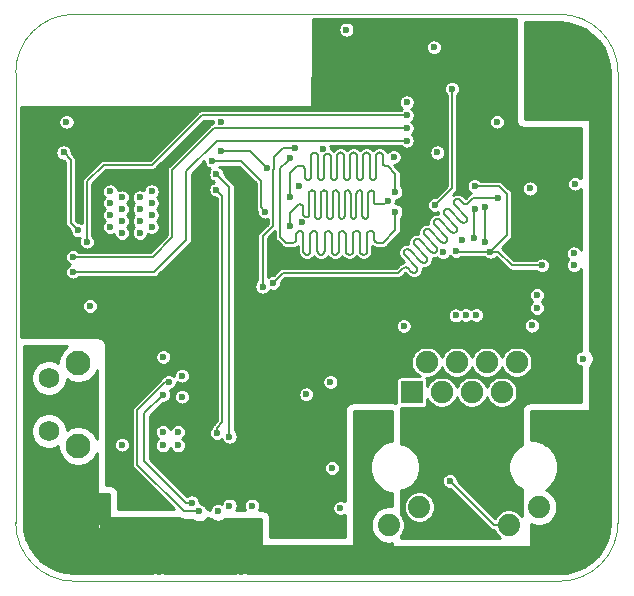
<source format=gbr>
G04 #@! TF.GenerationSoftware,KiCad,Pcbnew,(5.1.7)-1*
G04 #@! TF.CreationDate,2021-04-20T15:22:48-07:00*
G04 #@! TF.ProjectId,EsperDNS,45737065-7244-44e5-932e-6b696361645f,rev?*
G04 #@! TF.SameCoordinates,Original*
G04 #@! TF.FileFunction,Copper,L4,Bot*
G04 #@! TF.FilePolarity,Positive*
%FSLAX46Y46*%
G04 Gerber Fmt 4.6, Leading zero omitted, Abs format (unit mm)*
G04 Created by KiCad (PCBNEW (5.1.7)-1) date 2021-04-20 15:22:48*
%MOMM*%
%LPD*%
G01*
G04 APERTURE LIST*
G04 #@! TA.AperFunction,Profile*
%ADD10C,0.100000*%
G04 #@! TD*
G04 #@! TA.AperFunction,ComponentPad*
%ADD11C,1.450000*%
G04 #@! TD*
G04 #@! TA.AperFunction,ComponentPad*
%ADD12O,1.200000X1.900000*%
G04 #@! TD*
G04 #@! TA.AperFunction,ComponentPad*
%ADD13C,2.100000*%
G04 #@! TD*
G04 #@! TA.AperFunction,ComponentPad*
%ADD14C,1.750000*%
G04 #@! TD*
G04 #@! TA.AperFunction,ComponentPad*
%ADD15R,1.900000X1.900000*%
G04 #@! TD*
G04 #@! TA.AperFunction,ComponentPad*
%ADD16C,1.900000*%
G04 #@! TD*
G04 #@! TA.AperFunction,ComponentPad*
%ADD17C,1.890000*%
G04 #@! TD*
G04 #@! TA.AperFunction,ComponentPad*
%ADD18C,2.600000*%
G04 #@! TD*
G04 #@! TA.AperFunction,ComponentPad*
%ADD19C,4.400000*%
G04 #@! TD*
G04 #@! TA.AperFunction,ViaPad*
%ADD20C,0.600000*%
G04 #@! TD*
G04 #@! TA.AperFunction,Conductor*
%ADD21C,0.127000*%
G04 #@! TD*
G04 #@! TA.AperFunction,Conductor*
%ADD22C,0.140000*%
G04 #@! TD*
G04 #@! TA.AperFunction,Conductor*
%ADD23C,0.254000*%
G04 #@! TD*
G04 #@! TA.AperFunction,Conductor*
%ADD24C,0.100000*%
G04 #@! TD*
G04 APERTURE END LIST*
D10*
X-25500000Y-19050000D02*
G75*
G03*
X-20550000Y-24000000I4950000J0D01*
G01*
X20550000Y-24000000D02*
G75*
G03*
X25500000Y-19050000I0J4950000D01*
G01*
X25500000Y19050000D02*
G75*
G03*
X20550000Y24000000I-4950000J0D01*
G01*
X-20550000Y24000000D02*
G75*
G03*
X-25500000Y19050000I0J-4950000D01*
G01*
X25500000Y19050000D02*
X25500000Y-19050000D01*
X-20550000Y24000000D02*
X20550000Y24000000D01*
X-25500000Y19050000D02*
X-25500000Y-19050000D01*
X-20550000Y-24000000D02*
X20550000Y-24000000D01*
D11*
X-12406000Y-19873500D03*
X-7406000Y-19873500D03*
D12*
X-13406000Y-22573500D03*
X-6406000Y-22573500D03*
D13*
X-20210000Y-5540000D03*
D14*
X-22700000Y-6800000D03*
X-22700000Y-11300000D03*
D13*
X-20210000Y-12550000D03*
D15*
X8020000Y-8000000D03*
D16*
X9290000Y-5460000D03*
X10560000Y-8000000D03*
X11830000Y-5460000D03*
X13100000Y-8000000D03*
X14370000Y-5460000D03*
X15640000Y-8000000D03*
X16910000Y-5460000D03*
D17*
X18790000Y-17720000D03*
X16250000Y-19240000D03*
X8680000Y-17720000D03*
X6140000Y-19240000D03*
D18*
X4690000Y-11290000D03*
X20240000Y-11290000D03*
D19*
X20550000Y19050000D03*
X-20550000Y-19050000D03*
D20*
X-13050000Y-12500000D03*
X-11750000Y-12500000D03*
X-11750000Y-11350000D03*
X-13050000Y-11350000D03*
X-16500000Y5500000D03*
X-17500000Y6000000D03*
X-16500000Y6500000D03*
X-17500000Y7000000D03*
X-15000000Y5500000D03*
X-14000000Y6000000D03*
X-15000000Y6500000D03*
X-14000000Y7000000D03*
X-15000000Y7500000D03*
X-16500000Y7500000D03*
X-17500000Y8000000D03*
X-14000000Y8000000D03*
X-15000000Y8500000D03*
X-16500000Y8500000D03*
X-14000000Y9000000D03*
X-17500000Y9000000D03*
X500000Y12600000D03*
X-21200000Y14900000D03*
X2500000Y22700000D03*
X2000000Y-17800000D03*
X-5500000Y-17600000D03*
X-7400000Y-17600000D03*
X1300000Y-14400000D03*
X-8100000Y14900000D03*
X-19200000Y-700000D03*
X-13000000Y-5000000D03*
X-8382000Y-18034000D03*
X-11430000Y-8382000D03*
X-11430000Y-6604000D03*
X-16510000Y-12446000D03*
X-1300000Y6450000D03*
X10200000Y12300000D03*
X18050000Y9250000D03*
X10700000Y3850000D03*
X1150000Y-7150000D03*
X7600000Y16550000D03*
X-1500000Y9450000D03*
X15250000Y14900000D03*
X12600000Y-1450000D03*
X18650000Y-850000D03*
X21750000Y2750000D03*
X21750000Y3750000D03*
X21850000Y9650000D03*
X12300000Y4850000D03*
X9900000Y21200000D03*
X6500000Y11900000D03*
X-21200000Y13600000D03*
X900000Y-18500000D03*
X900000Y-19900000D03*
X-3200000Y-20000000D03*
X-3200000Y-18400000D03*
X-1000000Y-18400000D03*
X-1000000Y-20000000D03*
X-1125000Y-12265000D03*
X-11430000Y-5334000D03*
X-20200000Y5700000D03*
X-21450000Y12300000D03*
X-7400000Y-11750000D03*
X-8500000Y10450000D03*
X-8450000Y-11450000D03*
X-8500000Y9150000D03*
X7600000Y14350000D03*
X-20650000Y3450000D03*
X7600000Y13300000D03*
X-20650000Y2200000D03*
X-2250000Y6050000D03*
X6000000Y8200000D03*
X-2250000Y8500000D03*
X6650000Y8950000D03*
X6650000Y7300000D03*
X-2250000Y11800000D03*
X-4600000Y950000D03*
X-1850000Y12700000D03*
X-8850000Y11550000D03*
X-4400000Y7300000D03*
X-8150000Y12450000D03*
X-4250000Y11000000D03*
X-5440000Y-20976000D03*
X-15134000Y-20976000D03*
X7600000Y15450000D03*
X-19450000Y4750000D03*
X-900000Y-8180000D03*
X7350000Y-2400000D03*
X4000000Y600000D03*
X21949998Y6700000D03*
X18250000Y7500000D03*
X21800000Y4900000D03*
X3550000Y17250000D03*
X8300000Y12200000D03*
X-15500000Y-7200000D03*
X8700000Y21350000D03*
X12150000Y21050000D03*
X11750000Y-1500000D03*
X18200000Y-2350000D03*
X13500000Y-1450000D03*
X18650000Y250000D03*
X22500000Y-5150000D03*
X-9950000Y-18078000D03*
X-12550000Y-7150000D03*
X-10600000Y-17340000D03*
X-13000000Y-8200000D03*
X11800000Y3950000D03*
X14700000Y3900000D03*
X19050000Y2750000D03*
X13350000Y9450000D03*
X11250000Y-15500000D03*
X-3700000Y1250000D03*
X15350000Y8450000D03*
X13300000Y5050000D03*
X13400000Y7550000D03*
X14200000Y4700000D03*
X14250000Y7700000D03*
X10000000Y7850000D03*
X11450000Y17700000D03*
D21*
X-20200000Y5700000D02*
X-20850000Y6350000D01*
X-20850000Y11700000D02*
X-21450000Y12300000D01*
X-20850000Y6350000D02*
X-20850000Y11700000D01*
X-7400000Y9350000D02*
X-8500000Y10450000D01*
X-7400000Y-11750000D02*
X-7400000Y9350000D01*
X-8450000Y-11450000D02*
X-8450000Y-11000000D01*
X-8450000Y-11000000D02*
X-8000000Y-10550000D01*
X-8000000Y8650000D02*
X-8500000Y9150000D01*
X-8000000Y-10550000D02*
X-8000000Y8650000D01*
D22*
X7600000Y14350000D02*
X-8700000Y14350000D01*
X-8700000Y14350000D02*
X-12250000Y10800000D01*
X-12250000Y10800000D02*
X-12250000Y5100000D01*
X-13900000Y3450000D02*
X-20650000Y3450000D01*
X-12250000Y5100000D02*
X-13900000Y3450000D01*
X-13750000Y2200000D02*
X-20650000Y2200000D01*
X-11050000Y4900000D02*
X-13750000Y2200000D01*
X-11050000Y10700000D02*
X-11050000Y4900000D01*
X-8450000Y13300000D02*
X-11050000Y10700000D01*
X7600000Y13300000D02*
X-8450000Y13300000D01*
X5787053Y7987053D02*
X6000000Y8200000D01*
X5700000Y7900000D02*
X5787053Y7987053D01*
X5100001Y7900000D02*
X5700000Y7900000D01*
X5044370Y7906269D02*
X5100001Y7900000D01*
X4991530Y7924758D02*
X5044370Y7906269D01*
X4944128Y7954543D02*
X4991530Y7924758D01*
X4904543Y7994128D02*
X4944128Y7954543D01*
X4874758Y8041530D02*
X4904543Y7994128D01*
X4856269Y8094370D02*
X4874758Y8041530D01*
X4850001Y8150000D02*
X4856269Y8094370D01*
X4850001Y8850000D02*
X4850001Y8150000D01*
X4843732Y8905631D02*
X4850001Y8850000D01*
X4825243Y8958471D02*
X4843732Y8905631D01*
X4795458Y9005873D02*
X4825243Y8958471D01*
X4755873Y9045458D02*
X4795458Y9005873D01*
X4708471Y9075243D02*
X4755873Y9045458D01*
X4655631Y9093732D02*
X4708471Y9075243D01*
X4600001Y9100000D02*
X4655631Y9093732D01*
X4544370Y9093732D02*
X4600001Y9100000D01*
X4491530Y9075243D02*
X4544370Y9093732D01*
X4444128Y9045458D02*
X4491530Y9075243D01*
X4404543Y9005873D02*
X4444128Y9045458D01*
X4374758Y8958471D02*
X4404543Y9005873D01*
X4356269Y8905631D02*
X4374758Y8958471D01*
X4350001Y8850000D02*
X4356269Y8905631D01*
X4350001Y6950000D02*
X4350001Y8850000D01*
X4343732Y6894369D02*
X4350001Y6950000D01*
X4325243Y6841529D02*
X4343732Y6894369D01*
X4295458Y6794127D02*
X4325243Y6841529D01*
X4255873Y6754542D02*
X4295458Y6794127D01*
X4208471Y6724757D02*
X4255873Y6754542D01*
X4155631Y6706268D02*
X4208471Y6724757D01*
X4100001Y6700000D02*
X4155631Y6706268D01*
X4044370Y6706268D02*
X4100001Y6700000D01*
X3991530Y6724757D02*
X4044370Y6706268D01*
X3944128Y6754542D02*
X3991530Y6724757D01*
X3904543Y6794127D02*
X3944128Y6754542D01*
X3874758Y6841529D02*
X3904543Y6794127D01*
X3856269Y6894369D02*
X3874758Y6841529D01*
X3850001Y6950000D02*
X3856269Y6894369D01*
X3850001Y8850000D02*
X3850001Y6950000D01*
X3843732Y8905631D02*
X3850001Y8850000D01*
X3825243Y8958471D02*
X3843732Y8905631D01*
X3795458Y9005873D02*
X3825243Y8958471D01*
X3755873Y9045458D02*
X3795458Y9005873D01*
X3708471Y9075243D02*
X3755873Y9045458D01*
X3655631Y9093732D02*
X3708471Y9075243D01*
X3600001Y9100000D02*
X3655631Y9093732D01*
X3544370Y9093732D02*
X3600001Y9100000D01*
X3491530Y9075243D02*
X3544370Y9093732D01*
X3444128Y9045458D02*
X3491530Y9075243D01*
X3404543Y9005873D02*
X3444128Y9045458D01*
X3374758Y8958471D02*
X3404543Y9005873D01*
X3356269Y8905631D02*
X3374758Y8958471D01*
X3350001Y8850000D02*
X3356269Y8905631D01*
X3350001Y6950000D02*
X3350001Y8850000D01*
X3343732Y6894369D02*
X3350001Y6950000D01*
X3325243Y6841529D02*
X3343732Y6894369D01*
X3295458Y6794127D02*
X3325243Y6841529D01*
X3255873Y6754542D02*
X3295458Y6794127D01*
X3208471Y6724757D02*
X3255873Y6754542D01*
X3155631Y6706268D02*
X3208471Y6724757D01*
X3100001Y6700000D02*
X3155631Y6706268D01*
X3044370Y6706268D02*
X3100001Y6700000D01*
X2991530Y6724757D02*
X3044370Y6706268D01*
X2944128Y6754542D02*
X2991530Y6724757D01*
X2904543Y6794127D02*
X2944128Y6754542D01*
X2874758Y6841529D02*
X2904543Y6794127D01*
X2856269Y6894369D02*
X2874758Y6841529D01*
X2850001Y6950000D02*
X2856269Y6894369D01*
X2850001Y8850000D02*
X2850001Y6950000D01*
X2843732Y8905631D02*
X2850001Y8850000D01*
X2825243Y8958471D02*
X2843732Y8905631D01*
X2795458Y9005873D02*
X2825243Y8958471D01*
X374758Y8958471D02*
X404543Y9005873D01*
X356269Y8905631D02*
X374758Y8958471D01*
X350001Y8850000D02*
X356269Y8905631D01*
X-95456Y6794127D02*
X-55871Y6754542D01*
X2350001Y6950000D02*
X2350001Y8850000D01*
X-125241Y6841529D02*
X-95456Y6794127D01*
X-143730Y6894369D02*
X-125241Y6841529D01*
X2255873Y6754542D02*
X2295458Y6794127D01*
X-149998Y6950000D02*
X-143730Y6894369D01*
X-150000Y8850000D02*
X-149998Y6950000D01*
X2295458Y6794127D02*
X2325243Y6841529D01*
X44370Y6706268D02*
X100001Y6700000D01*
X-156268Y8905631D02*
X-150000Y8850000D01*
X-174757Y8958471D02*
X-156268Y8905631D01*
X-204542Y9005873D02*
X-174757Y8958471D01*
X-244127Y9045458D02*
X-204542Y9005873D01*
X-291529Y9075243D02*
X-244127Y9045458D01*
X-344369Y9093732D02*
X-291529Y9075243D01*
X-400000Y9100000D02*
X-344369Y9093732D01*
X-455630Y9093732D02*
X-400000Y9100000D01*
X-508470Y9075243D02*
X-455630Y9093732D01*
X-555872Y9045458D02*
X-508470Y9075243D01*
X325243Y6841529D02*
X343732Y6894369D01*
X-595457Y9005873D02*
X-555872Y9045458D01*
X-1150000Y7100000D02*
X-1143731Y7044369D01*
X-2250000Y7150000D02*
X-1500000Y7900000D01*
X-1150000Y7650000D02*
X-1150000Y7100000D01*
X-1204542Y7805872D02*
X-1174757Y7758470D01*
X2544370Y9093732D02*
X2600001Y9100000D01*
X-844369Y6856268D02*
X-791529Y6874757D01*
X-2250000Y6050000D02*
X-2250000Y7150000D01*
X2356269Y8905631D02*
X2374758Y8958471D01*
X-1156268Y7705630D02*
X-1150000Y7650000D01*
X100001Y6700000D02*
X155631Y6706268D01*
X-1143731Y7044369D02*
X-1125242Y6991529D01*
X-1244127Y7845457D02*
X-1204542Y7805872D01*
X-955630Y6856268D02*
X-900000Y6850000D01*
X-1344369Y7893731D02*
X-1291529Y7875242D01*
X295458Y6794127D02*
X325243Y6841529D01*
X-1291529Y7875242D02*
X-1244127Y7845457D01*
X2600001Y9100000D02*
X2655631Y9093732D01*
X-1500000Y7900000D02*
X-1400000Y7900000D01*
X255873Y6754542D02*
X295458Y6794127D01*
X-1008470Y6874757D02*
X-955630Y6856268D01*
X2491530Y9075243D02*
X2544370Y9093732D01*
X343732Y6894369D02*
X350001Y6950000D01*
X-1174757Y7758470D02*
X-1156268Y7705630D01*
X-1400000Y7900000D02*
X-1344369Y7893731D01*
X-55871Y6754542D02*
X-8469Y6724757D01*
X-1125242Y6991529D02*
X-1095457Y6944127D01*
X2208471Y6724757D02*
X2255873Y6754542D01*
X-1095457Y6944127D02*
X-1055872Y6904542D01*
X2343732Y6894369D02*
X2350001Y6950000D01*
X155631Y6706268D02*
X208471Y6724757D01*
X-1055872Y6904542D02*
X-1008470Y6874757D01*
X350001Y6950000D02*
X350001Y8850000D01*
X-900000Y6850000D02*
X-844369Y6856268D01*
X-674757Y6991529D02*
X-656268Y7044369D01*
X-791529Y6874757D02*
X-744127Y6904542D01*
X-8469Y6724757D02*
X44370Y6706268D01*
X-744127Y6904542D02*
X-704542Y6944127D01*
X2350001Y8850000D02*
X2356269Y8905631D01*
X208471Y6724757D02*
X255873Y6754542D01*
X-704542Y6944127D02*
X-674757Y6991529D01*
X-656268Y7044369D02*
X-650000Y7100000D01*
X2325243Y6841529D02*
X2343732Y6894369D01*
X-650000Y7100000D02*
X-650000Y8850000D01*
X-650000Y8850000D02*
X-643731Y8905631D01*
X-643731Y8905631D02*
X-625242Y8958471D01*
X2155631Y6706268D02*
X2208471Y6724757D01*
X-625242Y8958471D02*
X-595457Y9005873D01*
X404543Y9005873D02*
X444128Y9045458D01*
X444128Y9045458D02*
X491530Y9075243D01*
X491530Y9075243D02*
X544370Y9093732D01*
X544370Y9093732D02*
X600001Y9100000D01*
X600001Y9100000D02*
X655631Y9093732D01*
X655631Y9093732D02*
X708471Y9075243D01*
X708471Y9075243D02*
X755873Y9045458D01*
X755873Y9045458D02*
X795458Y9005873D01*
X795458Y9005873D02*
X825243Y8958471D01*
X825243Y8958471D02*
X843732Y8905631D01*
X843732Y8905631D02*
X850001Y8850000D01*
X850001Y8850000D02*
X850001Y6950000D01*
X850001Y6950000D02*
X856269Y6894369D01*
X856269Y6894369D02*
X874758Y6841529D01*
X874758Y6841529D02*
X904543Y6794127D01*
X904543Y6794127D02*
X944128Y6754542D01*
X944128Y6754542D02*
X991530Y6724757D01*
X991530Y6724757D02*
X1044370Y6706268D01*
X1044370Y6706268D02*
X1100001Y6700000D01*
X1100001Y6700000D02*
X1155631Y6706268D01*
X1155631Y6706268D02*
X1208471Y6724757D01*
X1208471Y6724757D02*
X1255873Y6754542D01*
X1255873Y6754542D02*
X1295458Y6794127D01*
X1295458Y6794127D02*
X1325243Y6841529D01*
X1325243Y6841529D02*
X1343732Y6894369D01*
X1343732Y6894369D02*
X1350001Y6950000D01*
X1350001Y6950000D02*
X1350001Y8850000D01*
X1350001Y8850000D02*
X1356269Y8905631D01*
X1356269Y8905631D02*
X1374758Y8958471D01*
X1374758Y8958471D02*
X1404543Y9005873D01*
X1404543Y9005873D02*
X1444128Y9045458D01*
X1444128Y9045458D02*
X1491530Y9075243D01*
X1491530Y9075243D02*
X1544370Y9093732D01*
X1544370Y9093732D02*
X1600001Y9100000D01*
X1600001Y9100000D02*
X1655631Y9093732D01*
X1655631Y9093732D02*
X1708471Y9075243D01*
X1708471Y9075243D02*
X1755873Y9045458D01*
X1755873Y9045458D02*
X1795458Y9005873D01*
X1795458Y9005873D02*
X1825243Y8958471D01*
X1825243Y8958471D02*
X1843732Y8905631D01*
X1843732Y8905631D02*
X1850001Y8850000D01*
X1850001Y8850000D02*
X1850001Y6950000D01*
X1850001Y6950000D02*
X1856269Y6894369D01*
X1856269Y6894369D02*
X1874758Y6841529D01*
X1874758Y6841529D02*
X1904543Y6794127D01*
X1904543Y6794127D02*
X1944128Y6754542D01*
X1944128Y6754542D02*
X1991530Y6724757D01*
X1991530Y6724757D02*
X2044370Y6706268D01*
X2044370Y6706268D02*
X2100001Y6700000D01*
X2100001Y6700000D02*
X2155631Y6706268D01*
X2374758Y8958471D02*
X2404543Y9005873D01*
X2404543Y9005873D02*
X2444128Y9045458D01*
X2444128Y9045458D02*
X2491530Y9075243D01*
X2655631Y9093732D02*
X2708471Y9075243D01*
X2708471Y9075243D02*
X2755873Y9045458D01*
X2755873Y9045458D02*
X2795458Y9005873D01*
X-2250000Y10550000D02*
X-2250000Y8500000D01*
X-1238807Y11143106D02*
X-1300001Y11150000D01*
X-1180682Y11122767D02*
X-1238807Y11143106D01*
X-1650000Y11150000D02*
X-2250000Y10550000D01*
X-1025001Y10275000D02*
X-1025001Y10875000D01*
X-1018106Y10213807D02*
X-1025001Y10275000D01*
X-997767Y10155682D02*
X-1018106Y10213807D01*
X-965004Y10103541D02*
X-997767Y10155682D01*
X-921460Y10059997D02*
X-965004Y10103541D01*
X-869319Y10027234D02*
X-921460Y10059997D01*
X-811194Y10006895D02*
X-869319Y10027234D01*
X-750001Y10000000D02*
X-811194Y10006895D01*
X-688807Y10006895D02*
X-750001Y10000000D01*
X-630682Y10027234D02*
X-688807Y10006895D01*
X-578541Y10059997D02*
X-630682Y10027234D01*
X-534997Y10103541D02*
X-578541Y10059997D01*
X-502234Y10155682D02*
X-534997Y10103541D01*
X-481895Y10213807D02*
X-502234Y10155682D01*
X-475001Y10275000D02*
X-481895Y10213807D01*
X-475001Y12025000D02*
X-475001Y10275000D01*
X-468106Y12086193D02*
X-475001Y12025000D01*
X-447767Y12144318D02*
X-468106Y12086193D01*
X-415004Y12196459D02*
X-447767Y12144318D01*
X-1025001Y10875000D02*
X-1031895Y10936194D01*
X-371460Y12240003D02*
X-415004Y12196459D01*
X-1300001Y11150000D02*
X-1650000Y11150000D01*
X-319319Y12272766D02*
X-371460Y12240003D01*
X-261194Y12293105D02*
X-319319Y12272766D01*
X-200001Y12300000D02*
X-261194Y12293105D01*
X-138807Y12293105D02*
X-200001Y12300000D01*
X-80682Y12272766D02*
X-138807Y12293105D01*
X-28541Y12240003D02*
X-80682Y12272766D01*
X15002Y12196459D02*
X-28541Y12240003D01*
X47765Y12144318D02*
X15002Y12196459D01*
X-1084997Y11046460D02*
X-1128541Y11090004D01*
X68104Y12086193D02*
X47765Y12144318D01*
X-1031895Y10936194D02*
X-1052234Y10994319D01*
X74998Y12025000D02*
X68104Y12086193D01*
X75000Y10275000D02*
X74998Y12025000D01*
X-1052234Y10994319D02*
X-1084997Y11046460D01*
X81894Y10213807D02*
X75000Y10275000D01*
X-1128541Y11090004D02*
X-1180682Y11122767D01*
X102233Y10155682D02*
X81894Y10213807D01*
X134996Y10103541D02*
X102233Y10155682D01*
X178540Y10059997D02*
X134996Y10103541D01*
X230681Y10027234D02*
X178540Y10059997D01*
X288806Y10006895D02*
X230681Y10027234D01*
X350000Y10000000D02*
X288806Y10006895D01*
X411193Y10006895D02*
X350000Y10000000D01*
X469318Y10027234D02*
X411193Y10006895D01*
X521459Y10059997D02*
X469318Y10027234D01*
X565003Y10103541D02*
X521459Y10059997D01*
X597766Y10155682D02*
X565003Y10103541D01*
X618105Y10213807D02*
X597766Y10155682D01*
X625000Y10275000D02*
X618105Y10213807D01*
X625000Y11925000D02*
X625000Y10275000D01*
X631894Y11986193D02*
X625000Y11925000D01*
X652233Y12044318D02*
X631894Y11986193D01*
X684996Y12096459D02*
X652233Y12044318D01*
X728540Y12140003D02*
X684996Y12096459D01*
X780681Y12172766D02*
X728540Y12140003D01*
X838806Y12193105D02*
X780681Y12172766D01*
X900000Y12200000D02*
X838806Y12193105D01*
X961193Y12193105D02*
X900000Y12200000D01*
X1019318Y12172766D02*
X961193Y12193105D01*
X1071459Y12140003D02*
X1019318Y12172766D01*
X1115003Y12096459D02*
X1071459Y12140003D01*
X1147766Y12044318D02*
X1115003Y12096459D01*
X1168105Y11986193D02*
X1147766Y12044318D01*
X1175000Y11925000D02*
X1168105Y11986193D01*
X1175000Y10275000D02*
X1175000Y11925000D01*
X1181894Y10213807D02*
X1175000Y10275000D01*
X1202233Y10155682D02*
X1181894Y10213807D01*
X1234996Y10103541D02*
X1202233Y10155682D01*
X3918105Y10213807D02*
X3897766Y10155682D01*
X3897766Y10155682D02*
X3865003Y10103541D01*
X2281894Y10213807D02*
X2275000Y10275000D01*
X3984996Y12196459D02*
X3952233Y12144318D01*
X4319318Y12272766D02*
X4261193Y12293105D01*
X5238806Y12293105D02*
X5180681Y12272766D01*
X4415003Y12196459D02*
X4371459Y12240003D01*
X4468105Y12086193D02*
X4447766Y12144318D01*
X4534996Y10103541D02*
X4502233Y10155682D01*
X4578540Y10059997D02*
X4534996Y10103541D01*
X4630681Y10027234D02*
X4578540Y10059997D01*
X5025000Y10275000D02*
X5018105Y10213807D01*
X4921459Y10059997D02*
X4869318Y10027234D01*
X3952233Y12144318D02*
X3931894Y12086193D01*
X5581894Y11363806D02*
X5575000Y11425000D01*
X2275000Y12025000D02*
X2268105Y12086193D01*
X4869318Y10027234D02*
X4811193Y10006895D01*
X5128540Y12240003D02*
X5084996Y12196459D01*
X1828540Y12240003D02*
X1784996Y12196459D01*
X4028540Y12240003D02*
X3984996Y12196459D01*
X5602233Y11305681D02*
X5581894Y11363806D01*
X2488806Y10006895D02*
X2430681Y10027234D01*
X4138806Y12293105D02*
X4080681Y12272766D01*
X5031894Y12086193D02*
X5025000Y12025000D01*
X3219318Y12272766D02*
X3161193Y12293105D01*
X4688806Y10006895D02*
X4630681Y10027234D01*
X5634996Y11253540D02*
X5602233Y11305681D01*
X2334996Y10103541D02*
X2302233Y10155682D01*
X5850000Y11150000D02*
X5788806Y11156894D01*
X2928540Y12240003D02*
X2884996Y12196459D01*
X5575000Y12025000D02*
X5568105Y12086193D01*
X1938806Y12293105D02*
X1880681Y12272766D01*
X4080681Y12272766D02*
X4028540Y12240003D01*
X5678540Y11209996D02*
X5634996Y11253540D01*
X1278540Y10059997D02*
X1234996Y10103541D01*
X2884996Y12196459D02*
X2852233Y12144318D01*
X5730681Y11177233D02*
X5678540Y11209996D01*
X4750000Y10000000D02*
X4688806Y10006895D01*
X5025000Y12025000D02*
X5025000Y10275000D01*
X5568105Y12086193D02*
X5547766Y12144318D01*
X1388806Y10006895D02*
X1330681Y10027234D01*
X3925000Y10275000D02*
X3918105Y10213807D01*
X6650000Y10500000D02*
X6000000Y11150000D01*
X5575000Y11425000D02*
X5575000Y12025000D01*
X1569318Y10027234D02*
X1511193Y10006895D01*
X4447766Y12144318D02*
X4415003Y12196459D01*
X5180681Y12272766D02*
X5128540Y12240003D01*
X3375000Y10275000D02*
X3375000Y12025000D01*
X4475000Y10275000D02*
X4475000Y12025000D01*
X6000000Y11150000D02*
X5850000Y11150000D01*
X3038806Y12293105D02*
X2980681Y12272766D01*
X4481894Y10213807D02*
X4475000Y10275000D01*
X4502233Y10155682D02*
X4481894Y10213807D01*
X6650000Y8950000D02*
X6650000Y10500000D01*
X1725000Y10275000D02*
X1718105Y10213807D01*
X4965003Y10103541D02*
X4921459Y10059997D01*
X5515003Y12196459D02*
X5471459Y12240003D01*
X5471459Y12240003D02*
X5419318Y12272766D01*
X2721459Y10059997D02*
X2669318Y10027234D01*
X4200000Y12300000D02*
X4138806Y12293105D01*
X5052233Y12144318D02*
X5031894Y12086193D01*
X5419318Y12272766D02*
X5361193Y12293105D01*
X4811193Y10006895D02*
X4750000Y10000000D01*
X5361193Y12293105D02*
X5300000Y12300000D01*
X2611193Y10006895D02*
X2550000Y10000000D01*
X5300000Y12300000D02*
X5238806Y12293105D01*
X4475000Y12025000D02*
X4468105Y12086193D01*
X5084996Y12196459D02*
X5052233Y12144318D01*
X2669318Y10027234D02*
X2611193Y10006895D01*
X4261193Y12293105D02*
X4200000Y12300000D01*
X4371459Y12240003D02*
X4319318Y12272766D01*
X3925000Y12025000D02*
X3925000Y10275000D01*
X3931894Y12086193D02*
X3925000Y12025000D01*
X5018105Y10213807D02*
X4997766Y10155682D01*
X3381894Y10213807D02*
X3375000Y10275000D01*
X5547766Y12144318D02*
X5515003Y12196459D01*
X2275000Y10275000D02*
X2275000Y12025000D01*
X4997766Y10155682D02*
X4965003Y10103541D01*
X3865003Y10103541D02*
X3821459Y10059997D01*
X3821459Y10059997D02*
X3769318Y10027234D01*
X3769318Y10027234D02*
X3711193Y10006895D01*
X3711193Y10006895D02*
X3650000Y10000000D01*
X3650000Y10000000D02*
X3588806Y10006895D01*
X5788806Y11156894D02*
X5730681Y11177233D01*
X3588806Y10006895D02*
X3530681Y10027234D01*
X3530681Y10027234D02*
X3478540Y10059997D01*
X3478540Y10059997D02*
X3434996Y10103541D01*
X3434996Y10103541D02*
X3402233Y10155682D01*
X3402233Y10155682D02*
X3381894Y10213807D01*
X3375000Y12025000D02*
X3368105Y12086193D01*
X3368105Y12086193D02*
X3347766Y12144318D01*
X3347766Y12144318D02*
X3315003Y12196459D01*
X3315003Y12196459D02*
X3271459Y12240003D01*
X3271459Y12240003D02*
X3219318Y12272766D01*
X3161193Y12293105D02*
X3100000Y12300000D01*
X3100000Y12300000D02*
X3038806Y12293105D01*
X2980681Y12272766D02*
X2928540Y12240003D01*
X2852233Y12144318D02*
X2831894Y12086193D01*
X2831894Y12086193D02*
X2825000Y12025000D01*
X2825000Y12025000D02*
X2825000Y10275000D01*
X2825000Y10275000D02*
X2818105Y10213807D01*
X2818105Y10213807D02*
X2797766Y10155682D01*
X2797766Y10155682D02*
X2765003Y10103541D01*
X2765003Y10103541D02*
X2721459Y10059997D01*
X2550000Y10000000D02*
X2488806Y10006895D01*
X2430681Y10027234D02*
X2378540Y10059997D01*
X2378540Y10059997D02*
X2334996Y10103541D01*
X2302233Y10155682D02*
X2281894Y10213807D01*
X2268105Y12086193D02*
X2247766Y12144318D01*
X2247766Y12144318D02*
X2215003Y12196459D01*
X2215003Y12196459D02*
X2171459Y12240003D01*
X2171459Y12240003D02*
X2119318Y12272766D01*
X2119318Y12272766D02*
X2061193Y12293105D01*
X2061193Y12293105D02*
X2000000Y12300000D01*
X2000000Y12300000D02*
X1938806Y12293105D01*
X1880681Y12272766D02*
X1828540Y12240003D01*
X1784996Y12196459D02*
X1752233Y12144318D01*
X1752233Y12144318D02*
X1731894Y12086193D01*
X1731894Y12086193D02*
X1725000Y12025000D01*
X1725000Y12025000D02*
X1725000Y10275000D01*
X1718105Y10213807D02*
X1697766Y10155682D01*
X1697766Y10155682D02*
X1665003Y10103541D01*
X1665003Y10103541D02*
X1621459Y10059997D01*
X1621459Y10059997D02*
X1569318Y10027234D01*
X1511193Y10006895D02*
X1450000Y10000000D01*
X1450000Y10000000D02*
X1388806Y10006895D01*
X1330681Y10027234D02*
X1278540Y10059997D01*
X-3100000Y10950000D02*
X-2550000Y11500000D01*
X-3100000Y5100000D02*
X-3100000Y10950000D01*
X-2650000Y4650000D02*
X-3100000Y5100000D01*
X-2050001Y4650000D02*
X-2650000Y4650000D01*
X-1983244Y4657521D02*
X-2050001Y4650000D01*
X-1919835Y4679709D02*
X-1983244Y4657521D01*
X-1862954Y4715450D02*
X-1919835Y4679709D01*
X-1815451Y4762953D02*
X-1862954Y4715450D01*
X-1779710Y4819834D02*
X-1815451Y4762953D01*
X-1757522Y4883243D02*
X-1779710Y4819834D01*
X-1750001Y4950000D02*
X-1757522Y4883243D01*
X-1750001Y5350000D02*
X-1750001Y4950000D01*
X-1742479Y5416756D02*
X-1750001Y5350000D01*
X-1720291Y5480165D02*
X-1742479Y5416756D01*
X-1684550Y5537046D02*
X-1720291Y5480165D01*
X-1637047Y5584549D02*
X-1684550Y5537046D01*
X-1580166Y5620290D02*
X-1637047Y5584549D01*
X-1516757Y5642478D02*
X-1580166Y5620290D01*
X-1450001Y5650000D02*
X-1516757Y5642478D01*
X-1383244Y5642478D02*
X-1450001Y5650000D01*
X-1319835Y5620290D02*
X-1383244Y5642478D01*
X-1262954Y5584549D02*
X-1319835Y5620290D01*
X-1215451Y5537046D02*
X-1262954Y5584549D01*
X-1179710Y5480165D02*
X-1215451Y5537046D01*
X-1157522Y5416756D02*
X-1179710Y5480165D01*
X-1150001Y5350000D02*
X-1157522Y5416756D01*
X-1150001Y3950000D02*
X-1150001Y5350000D01*
X-1142479Y3883244D02*
X-1150001Y3950000D01*
X-1120291Y3819835D02*
X-1142479Y3883244D01*
X-1084550Y3762954D02*
X-1120291Y3819835D01*
X-1037047Y3715451D02*
X-1084550Y3762954D01*
X-980166Y3679710D02*
X-1037047Y3715451D01*
X-916757Y3657522D02*
X-980166Y3679710D01*
X-850001Y3650000D02*
X-916757Y3657522D01*
X-783244Y3657522D02*
X-850001Y3650000D01*
X-719835Y3679710D02*
X-783244Y3657522D01*
X-662954Y3715451D02*
X-719835Y3679710D01*
X-615451Y3762954D02*
X-662954Y3715451D01*
X-579710Y3819835D02*
X-615451Y3762954D01*
X-557522Y3883244D02*
X-579710Y3819835D01*
X-550001Y3950000D02*
X-557522Y3883244D01*
X-550001Y5350000D02*
X-550001Y3950000D01*
X-542479Y5416756D02*
X-550001Y5350000D01*
X-520291Y5480165D02*
X-542479Y5416756D01*
X-484550Y5537046D02*
X-520291Y5480165D01*
X-437047Y5584549D02*
X-484550Y5537046D01*
X-380166Y5620290D02*
X-437047Y5584549D01*
X-316757Y5642478D02*
X-380166Y5620290D01*
X-250001Y5650000D02*
X-316757Y5642478D01*
X-183244Y5642478D02*
X-250001Y5650000D01*
X-119835Y5620290D02*
X-183244Y5642478D01*
X-62954Y5584549D02*
X-119835Y5620290D01*
X-15451Y5537046D02*
X-62954Y5584549D01*
X20289Y5480165D02*
X-15451Y5537046D01*
X42477Y5416756D02*
X20289Y5480165D01*
X49998Y5350000D02*
X42477Y5416756D01*
X50000Y3950000D02*
X49998Y5350000D01*
X57521Y3883244D02*
X50000Y3950000D01*
X79709Y3819835D02*
X57521Y3883244D01*
X115450Y3762954D02*
X79709Y3819835D01*
X3020290Y3819835D02*
X2984549Y3762954D01*
X3050000Y3950000D02*
X3042478Y3883244D01*
X3079709Y5480165D02*
X3057521Y5416756D01*
X3115450Y5537046D02*
X3079709Y5480165D01*
X3162953Y5584549D02*
X3115450Y5537046D01*
X3219834Y5620290D02*
X3162953Y5584549D01*
X3283243Y5642478D02*
X3219834Y5620290D01*
X3350000Y5650000D02*
X3283243Y5642478D01*
X3416756Y5642478D02*
X3350000Y5650000D01*
X3480165Y5620290D02*
X3416756Y5642478D01*
X3537046Y5584549D02*
X3480165Y5620290D01*
X3584549Y5537046D02*
X3537046Y5584549D01*
X3642478Y5416756D02*
X3620290Y5480165D01*
X3650000Y5350000D02*
X3642478Y5416756D01*
X3650000Y3950000D02*
X3650000Y5350000D01*
X3657521Y3883244D02*
X3650000Y3950000D01*
X3679709Y3819835D02*
X3657521Y3883244D01*
X3762953Y3715451D02*
X3715450Y3762954D01*
X3883243Y3657522D02*
X3819834Y3679710D01*
X3950000Y3650000D02*
X3883243Y3657522D01*
X4016756Y3657522D02*
X3950000Y3650000D01*
X4080165Y3679710D02*
X4016756Y3657522D01*
X4137046Y3715451D02*
X4080165Y3679710D01*
X4184549Y3762954D02*
X4137046Y3715451D01*
X4842478Y5416756D02*
X4820290Y5480165D01*
X4279709Y5480165D02*
X4257521Y5416756D01*
X4850000Y5350000D02*
X4842478Y5416756D01*
X3819834Y3679710D02*
X3762953Y3715451D01*
X4250000Y3950000D02*
X4242478Y3883244D01*
X3057521Y5416756D02*
X3050000Y5350000D01*
X4850000Y4950000D02*
X4850000Y5350000D01*
X2457521Y3883244D02*
X2450000Y3950000D01*
X3042478Y3883244D02*
X3020290Y3819835D01*
X5600000Y4650000D02*
X5150000Y4650000D01*
X2083243Y5642478D02*
X2019834Y5620290D01*
X4857521Y4883243D02*
X4850000Y4950000D01*
X5019834Y4679709D02*
X4962953Y4715450D01*
X5083243Y4657521D02*
X5019834Y4679709D01*
X4879709Y4819834D02*
X4857521Y4883243D01*
X5150000Y4650000D02*
X5083243Y4657521D01*
X1250000Y5350000D02*
X1242478Y5416756D01*
X4962953Y4715450D02*
X4915450Y4762953D01*
X4550000Y5650000D02*
X4483243Y5642478D01*
X3050000Y5350000D02*
X3050000Y3950000D01*
X6650000Y5700000D02*
X5600000Y4650000D01*
X650000Y5350000D02*
X650000Y3950000D01*
X4616756Y5642478D02*
X4550000Y5650000D01*
X4915450Y4762953D02*
X4879709Y4819834D01*
X6650000Y7300000D02*
X6650000Y5700000D01*
X350000Y3650000D02*
X283243Y3657522D01*
X4820290Y5480165D02*
X4784549Y5537046D01*
X4737046Y5584549D02*
X4680165Y5620290D01*
X3715450Y3762954D02*
X3679709Y3819835D01*
X4784549Y5537046D02*
X4737046Y5584549D01*
X1257521Y3883244D02*
X1250000Y3950000D01*
X4680165Y5620290D02*
X4616756Y5642478D01*
X3620290Y5480165D02*
X3584549Y5537046D01*
X4483243Y5642478D02*
X4419834Y5620290D01*
X4220290Y3819835D02*
X4184549Y3762954D01*
X4419834Y5620290D02*
X4362953Y5584549D01*
X4362953Y5584549D02*
X4315450Y5537046D01*
X4242478Y3883244D02*
X4220290Y3819835D01*
X4315450Y5537046D02*
X4279709Y5480165D01*
X4257521Y5416756D02*
X4250000Y5350000D01*
X4250000Y5350000D02*
X4250000Y3950000D01*
X2984549Y3762954D02*
X2937046Y3715451D01*
X2937046Y3715451D02*
X2880165Y3679710D01*
X2880165Y3679710D02*
X2816756Y3657522D01*
X2816756Y3657522D02*
X2750000Y3650000D01*
X2750000Y3650000D02*
X2683243Y3657522D01*
X2683243Y3657522D02*
X2619834Y3679710D01*
X2619834Y3679710D02*
X2562953Y3715451D01*
X2562953Y3715451D02*
X2515450Y3762954D01*
X2515450Y3762954D02*
X2479709Y3819835D01*
X2479709Y3819835D02*
X2457521Y3883244D01*
X2450000Y3950000D02*
X2450000Y5350000D01*
X2450000Y5350000D02*
X2442478Y5416756D01*
X2442478Y5416756D02*
X2420290Y5480165D01*
X2420290Y5480165D02*
X2384549Y5537046D01*
X2384549Y5537046D02*
X2337046Y5584549D01*
X2337046Y5584549D02*
X2280165Y5620290D01*
X2280165Y5620290D02*
X2216756Y5642478D01*
X2216756Y5642478D02*
X2150000Y5650000D01*
X2150000Y5650000D02*
X2083243Y5642478D01*
X2019834Y5620290D02*
X1962953Y5584549D01*
X1962953Y5584549D02*
X1915450Y5537046D01*
X1915450Y5537046D02*
X1879709Y5480165D01*
X1879709Y5480165D02*
X1857521Y5416756D01*
X1857521Y5416756D02*
X1850000Y5350000D01*
X1850000Y5350000D02*
X1850000Y3950000D01*
X1850000Y3950000D02*
X1842478Y3883244D01*
X1842478Y3883244D02*
X1820290Y3819835D01*
X1820290Y3819835D02*
X1784549Y3762954D01*
X1784549Y3762954D02*
X1737046Y3715451D01*
X1737046Y3715451D02*
X1680165Y3679710D01*
X1680165Y3679710D02*
X1616756Y3657522D01*
X1616756Y3657522D02*
X1550000Y3650000D01*
X1550000Y3650000D02*
X1483243Y3657522D01*
X1483243Y3657522D02*
X1419834Y3679710D01*
X1419834Y3679710D02*
X1362953Y3715451D01*
X1362953Y3715451D02*
X1315450Y3762954D01*
X1315450Y3762954D02*
X1279709Y3819835D01*
X1279709Y3819835D02*
X1257521Y3883244D01*
X1250000Y3950000D02*
X1250000Y5350000D01*
X1242478Y5416756D02*
X1220290Y5480165D01*
X1220290Y5480165D02*
X1184549Y5537046D01*
X1184549Y5537046D02*
X1137046Y5584549D01*
X1137046Y5584549D02*
X1080165Y5620290D01*
X1080165Y5620290D02*
X1016756Y5642478D01*
X1016756Y5642478D02*
X950000Y5650000D01*
X950000Y5650000D02*
X883243Y5642478D01*
X883243Y5642478D02*
X819834Y5620290D01*
X819834Y5620290D02*
X762953Y5584549D01*
X762953Y5584549D02*
X715450Y5537046D01*
X715450Y5537046D02*
X679709Y5480165D01*
X679709Y5480165D02*
X657521Y5416756D01*
X657521Y5416756D02*
X650000Y5350000D01*
X650000Y3950000D02*
X642478Y3883244D01*
X642478Y3883244D02*
X620290Y3819835D01*
X620290Y3819835D02*
X584549Y3762954D01*
X584549Y3762954D02*
X537046Y3715451D01*
X537046Y3715451D02*
X480165Y3679710D01*
X480165Y3679710D02*
X416756Y3657522D01*
X416756Y3657522D02*
X350000Y3650000D01*
X283243Y3657522D02*
X219834Y3679710D01*
X219834Y3679710D02*
X162953Y3715451D01*
X162953Y3715451D02*
X115450Y3762954D01*
D21*
X-2550000Y11500000D02*
X-2250000Y11800000D01*
X-2900000Y12700000D02*
X-1850000Y12700000D01*
X-3650000Y11950000D02*
X-2900000Y12700000D01*
X-3650000Y10874058D02*
X-3650000Y11950000D01*
X-3700000Y10824058D02*
X-3650000Y10874058D01*
X-3700000Y6100000D02*
X-3700000Y10824058D01*
X-4600000Y5200000D02*
X-3700000Y6100000D01*
X-4600000Y950000D02*
X-4600000Y5200000D01*
X-8850000Y11550000D02*
X-6400000Y11550000D01*
X-6400000Y11550000D02*
X-4750000Y9900000D01*
X-4750000Y7650000D02*
X-4400000Y7300000D01*
X-4750000Y9900000D02*
X-4750000Y7650000D01*
X-5700000Y12450000D02*
X-4250000Y11000000D01*
X-8150000Y12450000D02*
X-5700000Y12450000D01*
D22*
X7600000Y15450000D02*
X-9750000Y15450000D01*
X-9750000Y15450000D02*
X-13950000Y11250000D01*
X-13950000Y11250000D02*
X-18050000Y11250000D01*
X-19450000Y9850000D02*
X-19450000Y4750000D01*
X-18050000Y11250000D02*
X-19450000Y9850000D01*
D21*
X-15200000Y-14150000D02*
X-11272000Y-18078000D01*
X-11272000Y-18078000D02*
X-9950000Y-18078000D01*
X-15200000Y-9500000D02*
X-15200000Y-14150000D01*
X-12850000Y-7150000D02*
X-15200000Y-9500000D01*
X-12550000Y-7150000D02*
X-12850000Y-7150000D01*
X-10600000Y-17340000D02*
X-11060000Y-17340000D01*
X-11060000Y-17340000D02*
X-14600000Y-13800000D01*
X-14600000Y-9800000D02*
X-13000000Y-8200000D01*
X-14600000Y-13800000D02*
X-14600000Y-9800000D01*
X14700000Y3900000D02*
X15350000Y3900000D01*
X16500000Y2750000D02*
X19050000Y2750000D01*
X15350000Y3900000D02*
X16500000Y2750000D01*
X11850000Y3900000D02*
X14700000Y3900000D01*
X11800000Y3950000D02*
X11850000Y3900000D01*
X16100000Y5300000D02*
X14700000Y3900000D01*
X16100000Y8750000D02*
X16100000Y5300000D01*
X15400000Y9450000D02*
X16100000Y8750000D01*
X13350000Y9450000D02*
X15400000Y9450000D01*
X14990000Y-19240000D02*
X16250000Y-19240000D01*
X11250000Y-15500000D02*
X14990000Y-19240000D01*
D22*
X-2850000Y2100000D02*
X-3700000Y1250000D01*
X6900000Y2100000D02*
X-2850000Y2100000D01*
X7337081Y2526445D02*
X7284560Y2484561D01*
X7397607Y2555593D02*
X7337081Y2526445D01*
X7463102Y2570543D02*
X7397607Y2555593D01*
X7530280Y2570542D02*
X7463102Y2570543D01*
X7595775Y2555594D02*
X7530280Y2570542D01*
X7656301Y2526446D02*
X7595775Y2555594D01*
X7708824Y2484561D02*
X7656301Y2526446D01*
X7991666Y2201718D02*
X7708824Y2484561D01*
X8104715Y2130685D02*
X8044190Y2159833D01*
X8170210Y2115737D02*
X8104715Y2130685D01*
X8415932Y2201719D02*
X8363408Y2159832D01*
X7384097Y3668454D02*
X7425983Y3615931D01*
X7340001Y3861653D02*
X7340001Y3794474D01*
X7354950Y3927147D02*
X7340001Y3861653D01*
X7539031Y4111229D02*
X7478505Y4082081D01*
X7604525Y4126178D02*
X7539031Y4111229D01*
X7671704Y4126178D02*
X7604525Y4126178D01*
X7797724Y4082081D02*
X7737198Y4111229D01*
X7850247Y4040196D02*
X7797724Y4082081D01*
X8840195Y3050247D02*
X7850247Y4040196D01*
X9018739Y2964266D02*
X8953244Y2979214D01*
X9085917Y2964265D02*
X9018739Y2964266D01*
X9151412Y2979215D02*
X9085917Y2964265D01*
X9211937Y3008361D02*
X9151412Y2979215D01*
X9335493Y3163295D02*
X9306345Y3102769D01*
X9350443Y3228790D02*
X9335493Y3163295D01*
X9335494Y3361463D02*
X9350442Y3295968D01*
X9306346Y3421989D02*
X9335494Y3361463D01*
X9264461Y3474512D02*
X9306346Y3421989D01*
X8274512Y4464460D02*
X9264461Y3474512D01*
X8232626Y4516983D02*
X8274512Y4464460D01*
X8188530Y4643003D02*
X8203479Y4577509D01*
X8188530Y4710182D02*
X8188530Y4643003D01*
X8203479Y4775676D02*
X8188530Y4710182D01*
X8327034Y4930610D02*
X8274512Y4888725D01*
X8387560Y4959758D02*
X8327034Y4930610D01*
X8453054Y4974707D02*
X8387560Y4959758D01*
X8520233Y4974707D02*
X8453054Y4974707D01*
X8646253Y4930610D02*
X8585727Y4959758D01*
X9688724Y3898776D02*
X8698776Y4888725D01*
X9741248Y3856891D02*
X9688724Y3898776D01*
X9801773Y3827743D02*
X9741248Y3856891D01*
X11896029Y5841555D02*
X11896030Y5774377D01*
X11047501Y4925848D02*
X11032551Y4860353D01*
X7284560Y2484561D02*
X6900000Y2100000D01*
X11881081Y5907050D02*
X11896029Y5841555D01*
X11564326Y5509853D02*
X11498831Y5524801D01*
X11851933Y5967576D02*
X11881081Y5907050D01*
X10217291Y6671765D02*
X10150112Y6671765D01*
X8237388Y2115736D02*
X8170210Y2115737D01*
X10778213Y7062570D02*
X10820099Y7010047D01*
X8486965Y2512934D02*
X8501913Y2447439D01*
X10749066Y7123096D02*
X10778213Y7062570D01*
X10734117Y7188590D02*
X10749066Y7123096D01*
X11757524Y5553948D02*
X11696999Y5524802D01*
X9306345Y3102769D02*
X9264461Y3050248D01*
X10734117Y7255769D02*
X10734117Y7188590D01*
X7478505Y4082081D02*
X7425983Y4040196D01*
X10749066Y7321263D02*
X10734117Y7255769D01*
X9350442Y3295968D02*
X9350443Y3228790D01*
X10778213Y7381789D02*
X10749066Y7321263D01*
X10820099Y7434312D02*
X10778213Y7381789D01*
X10184023Y4209992D02*
X10198971Y4144497D01*
X10820099Y7010047D02*
X11810048Y6020099D01*
X9971570Y6585783D02*
X9929684Y6533260D01*
X7384097Y3987673D02*
X7354950Y3927147D01*
X10933147Y7505345D02*
X10872621Y7476197D01*
X8501914Y2380261D02*
X8486964Y2314766D01*
X11065820Y7520294D02*
X10998641Y7520294D01*
X8457817Y2573460D02*
X8486965Y2512934D01*
X11131314Y7505345D02*
X11065820Y7520294D01*
X8457816Y2254240D02*
X8415932Y2201719D01*
X11244363Y7434312D02*
X11191840Y7476197D01*
X12234311Y6444363D02*
X11244363Y7434312D01*
X9052008Y5426038D02*
X9081155Y5365512D01*
X12347360Y6373330D02*
X12286835Y6402478D01*
X10282785Y6656816D02*
X10217291Y6671765D01*
X12412855Y6358382D02*
X12347360Y6373330D01*
X10715797Y4661324D02*
X10650302Y4676272D01*
X9264461Y3050248D02*
X9211937Y3008361D01*
X12480033Y6358381D02*
X12412855Y6358382D01*
X8302883Y2130686D02*
X8237388Y2115736D01*
X12545528Y6373331D02*
X12480033Y6358381D01*
X7425983Y3615931D02*
X8415932Y2625983D01*
X12606053Y6402477D02*
X12545528Y6373331D01*
X12658577Y6444364D02*
X12606053Y6402477D01*
X10589777Y4705420D02*
X10537253Y4747305D01*
X12700461Y6496885D02*
X12658577Y6444364D01*
X10024092Y6627668D02*
X9971570Y6585783D01*
X12729609Y6557411D02*
X12700461Y6496885D01*
X9494782Y5779139D02*
X9434256Y5808287D01*
X12744559Y6622906D02*
X12729609Y6557411D01*
X10112990Y4323041D02*
X10154875Y4270518D01*
X8953244Y2979214D02*
X8892719Y3008362D01*
X11979843Y8353875D02*
X11914349Y8368824D01*
X8203479Y4577509D02*
X8232626Y4516983D01*
X12428258Y7958114D02*
X12375735Y8000000D01*
X12554278Y7914018D02*
X12488784Y7928967D01*
X11385782Y5595834D02*
X10395834Y6585783D01*
X12040369Y8324727D02*
X11979843Y8353875D01*
X10184022Y4011824D02*
X10154874Y3951298D01*
X7354950Y3728980D02*
X7384097Y3668454D01*
X12686951Y7928967D02*
X12621457Y7914018D01*
X8501913Y2447439D02*
X8501914Y2380261D01*
X12092892Y8282842D02*
X12040369Y8324727D01*
X8415932Y2625983D02*
X8457817Y2573460D01*
X12286835Y6402478D02*
X12234311Y6444363D01*
X9123041Y5737254D02*
X9081155Y5684731D01*
X8274512Y4888725D02*
X8232626Y4836202D01*
X11668628Y8282842D02*
X11626742Y8230319D01*
X7425983Y4040196D02*
X7384097Y3987673D01*
X12375735Y8000000D02*
X12092892Y8282842D01*
X8486964Y2314766D02*
X8457816Y2254240D01*
X10872621Y7476197D02*
X10820099Y7434312D01*
X11847170Y8368824D02*
X11781676Y8353875D01*
X11851932Y5648356D02*
X11810048Y5595835D01*
X10848470Y4676273D02*
X10782975Y4661323D01*
X12747477Y7958114D02*
X12686951Y7928967D01*
X10537253Y4747305D02*
X9547305Y5737254D01*
X12729610Y6755579D02*
X12744558Y6690084D01*
X11498831Y5524801D02*
X11438306Y5553949D01*
X11191840Y7476197D02*
X11131314Y7505345D01*
X10154874Y3951298D02*
X10112990Y3898777D01*
X11597595Y8169793D02*
X11582646Y8104299D01*
X12800000Y8000000D02*
X12747477Y7958114D01*
X11582646Y8104299D02*
X11582646Y8037120D01*
X10961519Y4747306D02*
X10908995Y4705419D01*
X12488784Y7928967D02*
X12428258Y7958114D01*
X11810048Y6020099D02*
X11851933Y5967576D01*
X9037059Y5558711D02*
X9037059Y5491532D01*
X7737198Y4111229D02*
X7671704Y4126178D01*
X12621457Y7914018D02*
X12554278Y7914018D01*
X7340001Y3794474D02*
X7354950Y3728980D01*
X11914349Y8368824D02*
X11847170Y8368824D01*
X10395834Y6585783D02*
X10343311Y6627668D01*
X11781676Y8353875D02*
X11721150Y8324727D01*
X11631504Y5509852D02*
X11564326Y5509853D01*
X12744558Y6690084D02*
X12744559Y6622906D01*
X13250000Y8450000D02*
X12800000Y8000000D01*
X11032552Y5058521D02*
X11047500Y4993026D01*
X8232626Y4836202D02*
X8203479Y4775676D01*
X11721150Y8324727D02*
X11668628Y8282842D01*
X11626742Y8230319D02*
X11597595Y8169793D01*
X9081155Y5684731D02*
X9052008Y5624205D01*
X8698776Y4888725D02*
X8646253Y4930610D01*
X10998641Y7520294D02*
X10933147Y7505345D01*
X15000000Y8450000D02*
X13250000Y8450000D01*
X11582646Y8037120D02*
X11597595Y7971626D01*
X9301583Y5823236D02*
X9236089Y5808287D01*
X8892719Y3008362D02*
X8840195Y3050247D01*
X11597595Y7971626D02*
X11626742Y7911100D01*
X11626742Y7911100D02*
X11668628Y7858577D01*
X10084618Y6656816D02*
X10024092Y6627668D01*
X8585727Y4959758D02*
X8520233Y4974707D01*
X11668628Y7858577D02*
X12658577Y6868628D01*
X12658577Y6868628D02*
X12700462Y6816105D01*
X9123041Y5312989D02*
X10112990Y4323041D01*
X12700462Y6816105D02*
X12729610Y6755579D01*
X9236089Y5808287D02*
X9175563Y5779139D01*
X8363408Y2159832D02*
X8302883Y2130686D01*
X11896030Y5774377D02*
X11881080Y5708882D01*
X8044190Y2159833D02*
X7991666Y2201718D01*
X11881080Y5708882D02*
X11851932Y5648356D01*
X11810048Y5595835D02*
X11757524Y5553948D01*
X9052008Y5624205D02*
X9037059Y5558711D01*
X11696999Y5524802D02*
X11631504Y5509852D01*
X11438306Y5553949D02*
X11385782Y5595834D01*
X10343311Y6627668D02*
X10282785Y6656816D01*
X10150112Y6671765D02*
X10084618Y6656816D01*
X9929684Y6533260D02*
X9900537Y6472734D01*
X9900537Y6472734D02*
X9885588Y6407240D01*
X9885588Y6407240D02*
X9885588Y6340061D01*
X9885588Y6340061D02*
X9900537Y6274567D01*
X9900537Y6274567D02*
X9929684Y6214041D01*
X9929684Y6214041D02*
X9971570Y6161518D01*
X9971570Y6161518D02*
X10961519Y5171570D01*
X10961519Y5171570D02*
X11003404Y5119047D01*
X11003404Y5119047D02*
X11032552Y5058521D01*
X11047500Y4993026D02*
X11047501Y4925848D01*
X11032551Y4860353D02*
X11003403Y4799827D01*
X11003403Y4799827D02*
X10961519Y4747306D01*
X10908995Y4705419D02*
X10848470Y4676273D01*
X10782975Y4661323D02*
X10715797Y4661324D01*
X10650302Y4676272D02*
X10589777Y4705420D01*
X9547305Y5737254D02*
X9494782Y5779139D01*
X9434256Y5808287D02*
X9368762Y5823236D01*
X9368762Y5823236D02*
X9301583Y5823236D01*
X9175563Y5779139D02*
X9123041Y5737254D01*
X9037059Y5491532D02*
X9052008Y5426038D01*
X9081155Y5365512D02*
X9123041Y5312989D01*
X10154875Y4270518D02*
X10184023Y4209992D01*
X10198971Y4144497D02*
X10198972Y4077319D01*
X10198972Y4077319D02*
X10184022Y4011824D01*
X10112990Y3898777D02*
X10060466Y3856890D01*
X10060466Y3856890D02*
X9999941Y3827744D01*
X9999941Y3827744D02*
X9934446Y3812794D01*
X9934446Y3812794D02*
X9867268Y3812795D01*
X9867268Y3812795D02*
X9801773Y3827743D01*
D21*
X15000000Y8450000D02*
X15350000Y8450000D01*
X13300000Y7450000D02*
X13400000Y7550000D01*
X13300000Y5050000D02*
X13300000Y7450000D01*
X14200000Y7650000D02*
X14250000Y7700000D01*
X14200000Y4700000D02*
X14200000Y7650000D01*
X11450000Y9300000D02*
X11450000Y17700000D01*
X10000000Y7850000D02*
X11450000Y9300000D01*
D23*
X21304783Y23244915D02*
X22035712Y23044956D01*
X22719681Y22718718D01*
X23335062Y22276522D01*
X23862411Y21732339D01*
X24285061Y21103369D01*
X24589654Y20409489D01*
X24767819Y19667377D01*
X24815000Y19024888D01*
X24815001Y-19019483D01*
X24744914Y-19804784D01*
X24544956Y-20535712D01*
X24218721Y-21219675D01*
X23776524Y-21835060D01*
X23232342Y-22362409D01*
X22603367Y-22785063D01*
X21909494Y-23089652D01*
X21167377Y-23267819D01*
X20524888Y-23315000D01*
X-5923995Y-23315000D01*
X-5889276Y-23267123D01*
X-5832167Y-23159713D01*
X-5797110Y-23043225D01*
X-5792627Y-22946500D01*
X-6033000Y-22946500D01*
X-6033000Y-22966500D01*
X-6779000Y-22966500D01*
X-6779000Y-22946500D01*
X-7019373Y-22946500D01*
X-7014890Y-23043225D01*
X-6979833Y-23159713D01*
X-6922724Y-23267123D01*
X-6888005Y-23315000D01*
X-12923995Y-23315000D01*
X-12889276Y-23267123D01*
X-12832167Y-23159713D01*
X-12797110Y-23043225D01*
X-12792627Y-22946500D01*
X-13033000Y-22946500D01*
X-13033000Y-22966500D01*
X-13779000Y-22966500D01*
X-13779000Y-22946500D01*
X-14019373Y-22946500D01*
X-14014890Y-23043225D01*
X-13979833Y-23159713D01*
X-13922724Y-23267123D01*
X-13888005Y-23315000D01*
X-20519494Y-23315000D01*
X-21304784Y-23244914D01*
X-22035712Y-23044956D01*
X-22719675Y-22718721D01*
X-23335060Y-22276524D01*
X-23408732Y-22200500D01*
X-14019373Y-22200500D01*
X-13779000Y-22200500D01*
X-13033000Y-22200500D01*
X-12792627Y-22200500D01*
X-7019373Y-22200500D01*
X-6779000Y-22200500D01*
X-6033000Y-22200500D01*
X-5792627Y-22200500D01*
X-5797110Y-22103775D01*
X-5832167Y-21987287D01*
X-5889276Y-21879877D01*
X-5958752Y-21784071D01*
X-6033000Y-21727939D01*
X-6033000Y-22200500D01*
X-6779000Y-22200500D01*
X-6779000Y-21727939D01*
X-6853248Y-21784071D01*
X-6922724Y-21879877D01*
X-6979833Y-21987287D01*
X-7014890Y-22103775D01*
X-7019373Y-22200500D01*
X-12792627Y-22200500D01*
X-12797110Y-22103775D01*
X-12832167Y-21987287D01*
X-12889276Y-21879877D01*
X-12958752Y-21784071D01*
X-13033000Y-21727939D01*
X-13033000Y-22200500D01*
X-13779000Y-22200500D01*
X-13779000Y-21727939D01*
X-13853248Y-21784071D01*
X-13922724Y-21879877D01*
X-13979833Y-21987287D01*
X-14014890Y-22103775D01*
X-14019373Y-22200500D01*
X-23408732Y-22200500D01*
X-23862409Y-21732342D01*
X-24285063Y-21103367D01*
X-24387889Y-20869121D01*
X-21841619Y-20869121D01*
X-21545168Y-21054317D01*
X-21135023Y-21209952D01*
X-20702396Y-21282581D01*
X-20263913Y-21269414D01*
X-19836424Y-21170956D01*
X-19554832Y-21054317D01*
X-19258381Y-20869121D01*
X-19531064Y-20596438D01*
X-12601437Y-20596438D01*
X-12490506Y-20624399D01*
X-12342389Y-20626458D01*
X-12321494Y-20624399D01*
X-12210563Y-20596438D01*
X-7601437Y-20596438D01*
X-7490506Y-20624399D01*
X-7342389Y-20626458D01*
X-7321494Y-20624399D01*
X-7210563Y-20596438D01*
X-7406000Y-20401002D01*
X-7601437Y-20596438D01*
X-12210563Y-20596438D01*
X-12406000Y-20401002D01*
X-12601437Y-20596438D01*
X-19531064Y-20596438D01*
X-20550000Y-19577502D01*
X-21841619Y-20869121D01*
X-24387889Y-20869121D01*
X-24589652Y-20409494D01*
X-24767819Y-19667377D01*
X-24815000Y-19024888D01*
X-24815000Y-18897604D01*
X-22782581Y-18897604D01*
X-22769414Y-19336087D01*
X-22670956Y-19763576D01*
X-22554317Y-20045168D01*
X-22369121Y-20341619D01*
X-21077502Y-19050000D01*
X-20022498Y-19050000D01*
X-18730879Y-20341619D01*
X-18545683Y-20045168D01*
X-18504680Y-19937111D01*
X-13158958Y-19937111D01*
X-13156899Y-19958006D01*
X-13128938Y-20068937D01*
X-12933502Y-19873500D01*
X-11878498Y-19873500D01*
X-11683062Y-20068937D01*
X-11655101Y-19958006D01*
X-11654811Y-19937111D01*
X-8158958Y-19937111D01*
X-8156899Y-19958006D01*
X-8128938Y-20068937D01*
X-7933502Y-19873500D01*
X-6878498Y-19873500D01*
X-6683062Y-20068937D01*
X-6655101Y-19958006D01*
X-6653042Y-19809889D01*
X-6655101Y-19788994D01*
X-6683062Y-19678063D01*
X-6878498Y-19873500D01*
X-7933502Y-19873500D01*
X-8128938Y-19678063D01*
X-8156899Y-19788994D01*
X-8158958Y-19937111D01*
X-11654811Y-19937111D01*
X-11653042Y-19809889D01*
X-11655101Y-19788994D01*
X-11683062Y-19678063D01*
X-11878498Y-19873500D01*
X-12933502Y-19873500D01*
X-13128938Y-19678063D01*
X-13156899Y-19788994D01*
X-13158958Y-19937111D01*
X-18504680Y-19937111D01*
X-18390048Y-19635023D01*
X-18317419Y-19202396D01*
X-18318975Y-19150562D01*
X-12601437Y-19150562D01*
X-12406000Y-19345998D01*
X-12210563Y-19150562D01*
X-7601437Y-19150562D01*
X-7406000Y-19345998D01*
X-7210563Y-19150562D01*
X-7321494Y-19122601D01*
X-7469611Y-19120542D01*
X-7490506Y-19122601D01*
X-7601437Y-19150562D01*
X-12210563Y-19150562D01*
X-12321494Y-19122601D01*
X-12469611Y-19120542D01*
X-12490506Y-19122601D01*
X-12601437Y-19150562D01*
X-18318975Y-19150562D01*
X-18330586Y-18763913D01*
X-18429044Y-18336424D01*
X-18545683Y-18054832D01*
X-18730879Y-17758381D01*
X-20022498Y-19050000D01*
X-21077502Y-19050000D01*
X-22369121Y-17758381D01*
X-22554317Y-18054832D01*
X-22709952Y-18464977D01*
X-22782581Y-18897604D01*
X-24815000Y-18897604D01*
X-24815000Y-17230879D01*
X-21841619Y-17230879D01*
X-20550000Y-18522498D01*
X-19258381Y-17230879D01*
X-19554832Y-17045683D01*
X-19964977Y-16890048D01*
X-20397604Y-16817419D01*
X-20836087Y-16830586D01*
X-21263576Y-16929044D01*
X-21545168Y-17045683D01*
X-21841619Y-17230879D01*
X-24815000Y-17230879D01*
X-24815000Y-4127000D01*
X-21128216Y-4127000D01*
X-21284125Y-4231175D01*
X-21518825Y-4465875D01*
X-21703228Y-4741853D01*
X-21830246Y-5048504D01*
X-21895000Y-5374042D01*
X-21895000Y-5521823D01*
X-21984747Y-5461856D01*
X-22259549Y-5348029D01*
X-22551278Y-5290000D01*
X-22848722Y-5290000D01*
X-23140451Y-5348029D01*
X-23415253Y-5461856D01*
X-23662569Y-5627107D01*
X-23872893Y-5837431D01*
X-24038144Y-6084747D01*
X-24151971Y-6359549D01*
X-24210000Y-6651278D01*
X-24210000Y-6948722D01*
X-24151971Y-7240451D01*
X-24038144Y-7515253D01*
X-23872893Y-7762569D01*
X-23662569Y-7972893D01*
X-23415253Y-8138144D01*
X-23140451Y-8251971D01*
X-22848722Y-8310000D01*
X-22551278Y-8310000D01*
X-22259549Y-8251971D01*
X-21984747Y-8138144D01*
X-21737431Y-7972893D01*
X-21527107Y-7762569D01*
X-21361856Y-7515253D01*
X-21248029Y-7240451D01*
X-21190000Y-6948722D01*
X-21190000Y-6911717D01*
X-21008147Y-7033228D01*
X-20701496Y-7160246D01*
X-20375958Y-7225000D01*
X-20044042Y-7225000D01*
X-19718504Y-7160246D01*
X-19411853Y-7033228D01*
X-19135875Y-6848825D01*
X-18901175Y-6614125D01*
X-18716772Y-6338147D01*
X-18627000Y-6121417D01*
X-18627000Y-11968583D01*
X-18716772Y-11751853D01*
X-18901175Y-11475875D01*
X-19135875Y-11241175D01*
X-19411853Y-11056772D01*
X-19718504Y-10929754D01*
X-20044042Y-10865000D01*
X-20375958Y-10865000D01*
X-20701496Y-10929754D01*
X-21008147Y-11056772D01*
X-21190000Y-11178283D01*
X-21190000Y-11151278D01*
X-21248029Y-10859549D01*
X-21361856Y-10584747D01*
X-21527107Y-10337431D01*
X-21737431Y-10127107D01*
X-21984747Y-9961856D01*
X-22259549Y-9848029D01*
X-22551278Y-9790000D01*
X-22848722Y-9790000D01*
X-23140451Y-9848029D01*
X-23415253Y-9961856D01*
X-23662569Y-10127107D01*
X-23872893Y-10337431D01*
X-24038144Y-10584747D01*
X-24151971Y-10859549D01*
X-24210000Y-11151278D01*
X-24210000Y-11448722D01*
X-24151971Y-11740451D01*
X-24038144Y-12015253D01*
X-23872893Y-12262569D01*
X-23662569Y-12472893D01*
X-23415253Y-12638144D01*
X-23140451Y-12751971D01*
X-22848722Y-12810000D01*
X-22551278Y-12810000D01*
X-22259549Y-12751971D01*
X-21984747Y-12638144D01*
X-21895000Y-12578177D01*
X-21895000Y-12715958D01*
X-21830246Y-13041496D01*
X-21703228Y-13348147D01*
X-21518825Y-13624125D01*
X-21284125Y-13858825D01*
X-21008147Y-14043228D01*
X-20701496Y-14170246D01*
X-20375958Y-14235000D01*
X-20044042Y-14235000D01*
X-19718504Y-14170246D01*
X-19411853Y-14043228D01*
X-19135875Y-13858825D01*
X-18901175Y-13624125D01*
X-18716772Y-13348147D01*
X-18627000Y-13131417D01*
X-18627000Y-16500000D01*
X-18624560Y-16524776D01*
X-18617333Y-16548601D01*
X-18605597Y-16570557D01*
X-18589803Y-16589803D01*
X-18570557Y-16605597D01*
X-18548601Y-16617333D01*
X-18524776Y-16624560D01*
X-18500000Y-16627000D01*
X-17627000Y-16627000D01*
X-17627000Y-18500000D01*
X-17624560Y-18524776D01*
X-17617333Y-18548601D01*
X-17605597Y-18570557D01*
X-17589803Y-18589803D01*
X-17570557Y-18605597D01*
X-17548601Y-18617333D01*
X-17524776Y-18624560D01*
X-17500984Y-18626996D01*
X-11641690Y-18672417D01*
X-11633259Y-18676923D01*
X-11540597Y-18726452D01*
X-11408930Y-18766393D01*
X-11306309Y-18776500D01*
X-11306298Y-18776500D01*
X-11272000Y-18779878D01*
X-11237702Y-18776500D01*
X-10573790Y-18776500D01*
X-10546028Y-18804262D01*
X-10392889Y-18906586D01*
X-10222729Y-18977068D01*
X-10042089Y-19013000D01*
X-9857911Y-19013000D01*
X-9677271Y-18977068D01*
X-9507111Y-18906586D01*
X-9353972Y-18804262D01*
X-9240739Y-18691029D01*
X-9045750Y-18692540D01*
X-8978028Y-18760262D01*
X-8824889Y-18862586D01*
X-8654729Y-18933068D01*
X-8474089Y-18969000D01*
X-8289911Y-18969000D01*
X-8109271Y-18933068D01*
X-7939111Y-18862586D01*
X-7785972Y-18760262D01*
X-7728462Y-18702752D01*
X-4727000Y-18726019D01*
X-4727000Y-20900000D01*
X-4724560Y-20924776D01*
X-4717333Y-20948601D01*
X-4705597Y-20970557D01*
X-4689803Y-20989803D01*
X-4670557Y-21005597D01*
X-4648601Y-21017333D01*
X-4624776Y-21024560D01*
X-4600000Y-21027000D01*
X3000000Y-21027000D01*
X3024776Y-21024560D01*
X3048601Y-21017333D01*
X3070557Y-21005597D01*
X3089803Y-20989803D01*
X3105597Y-20970557D01*
X3117333Y-20948601D01*
X3124560Y-20924776D01*
X3127000Y-20900000D01*
X3127000Y-12454008D01*
X4053494Y-12454008D01*
X4239287Y-12544938D01*
X4492774Y-12608754D01*
X4753840Y-12621891D01*
X5012453Y-12583845D01*
X5140713Y-12544938D01*
X5326506Y-12454008D01*
X4690000Y-11817502D01*
X4053494Y-12454008D01*
X3127000Y-12454008D01*
X3127000Y-11353840D01*
X3358109Y-11353840D01*
X3396155Y-11612453D01*
X3435062Y-11740713D01*
X3525992Y-11926506D01*
X4162498Y-11290000D01*
X5217502Y-11290000D01*
X5854008Y-11926506D01*
X5944938Y-11740713D01*
X6008754Y-11487226D01*
X6021891Y-11226160D01*
X5983845Y-10967547D01*
X5944938Y-10839287D01*
X5854008Y-10653494D01*
X5217502Y-11290000D01*
X4162498Y-11290000D01*
X3525992Y-10653494D01*
X3435062Y-10839287D01*
X3371246Y-11092774D01*
X3358109Y-11353840D01*
X3127000Y-11353840D01*
X3127000Y-10125992D01*
X4053494Y-10125992D01*
X4690000Y-10762498D01*
X5326506Y-10125992D01*
X5140713Y-10035062D01*
X4887226Y-9971246D01*
X4626160Y-9958109D01*
X4367547Y-9996155D01*
X4239287Y-10035062D01*
X4053494Y-10125992D01*
X3127000Y-10125992D01*
X3127000Y-9627000D01*
X6373000Y-9627000D01*
X6373000Y-12110714D01*
X6090782Y-12166851D01*
X5679489Y-12337214D01*
X5309334Y-12584544D01*
X4994544Y-12899334D01*
X4747214Y-13269489D01*
X4576851Y-13680782D01*
X4490000Y-14117409D01*
X4490000Y-14562591D01*
X4576851Y-14999218D01*
X4747214Y-15410511D01*
X4994544Y-15780666D01*
X5309334Y-16095456D01*
X5679489Y-16342786D01*
X6090782Y-16513149D01*
X6373000Y-16569286D01*
X6373000Y-17675392D01*
X6295616Y-17660000D01*
X5984384Y-17660000D01*
X5679131Y-17720718D01*
X5391589Y-17839822D01*
X5132809Y-18012734D01*
X4912734Y-18232809D01*
X4739822Y-18491589D01*
X4620718Y-18779131D01*
X4560000Y-19084384D01*
X4560000Y-19395616D01*
X4620718Y-19700869D01*
X4739822Y-19988411D01*
X4912734Y-20247191D01*
X5132809Y-20467266D01*
X5391589Y-20640178D01*
X5679131Y-20759282D01*
X5984384Y-20820000D01*
X6295616Y-20820000D01*
X6373000Y-20804608D01*
X6373000Y-21000000D01*
X6375440Y-21024776D01*
X6382667Y-21048601D01*
X6394403Y-21070557D01*
X6410197Y-21089803D01*
X6429443Y-21105597D01*
X6451399Y-21117333D01*
X6475224Y-21124560D01*
X6500000Y-21127000D01*
X18000000Y-21127000D01*
X18024776Y-21124560D01*
X18048601Y-21117333D01*
X18070557Y-21105597D01*
X18089803Y-21089803D01*
X18105597Y-21070557D01*
X18117333Y-21048601D01*
X18124560Y-21024776D01*
X18127000Y-21000000D01*
X18127000Y-19155556D01*
X18329131Y-19239282D01*
X18634384Y-19300000D01*
X18945616Y-19300000D01*
X19250869Y-19239282D01*
X19538411Y-19120178D01*
X19797191Y-18947266D01*
X20017266Y-18727191D01*
X20190178Y-18468411D01*
X20309282Y-18180869D01*
X20370000Y-17875616D01*
X20370000Y-17564384D01*
X20309282Y-17259131D01*
X20190178Y-16971589D01*
X20017266Y-16712809D01*
X19797191Y-16492734D01*
X19538411Y-16319822D01*
X19381902Y-16254994D01*
X19620666Y-16095456D01*
X19935456Y-15780666D01*
X20182786Y-15410511D01*
X20353149Y-14999218D01*
X20440000Y-14562591D01*
X20440000Y-14117409D01*
X20353149Y-13680782D01*
X20182786Y-13269489D01*
X19935456Y-12899334D01*
X19620666Y-12584544D01*
X19425306Y-12454008D01*
X19603494Y-12454008D01*
X19789287Y-12544938D01*
X20042774Y-12608754D01*
X20303840Y-12621891D01*
X20562453Y-12583845D01*
X20690713Y-12544938D01*
X20876506Y-12454008D01*
X20240000Y-11817502D01*
X19603494Y-12454008D01*
X19425306Y-12454008D01*
X19250511Y-12337214D01*
X18839218Y-12166851D01*
X18402591Y-12080000D01*
X18127000Y-12080000D01*
X18127000Y-11353840D01*
X18908109Y-11353840D01*
X18946155Y-11612453D01*
X18985062Y-11740713D01*
X19075992Y-11926506D01*
X19712498Y-11290000D01*
X20767502Y-11290000D01*
X21404008Y-11926506D01*
X21494938Y-11740713D01*
X21558754Y-11487226D01*
X21571891Y-11226160D01*
X21533845Y-10967547D01*
X21494938Y-10839287D01*
X21404008Y-10653494D01*
X20767502Y-11290000D01*
X19712498Y-11290000D01*
X19075992Y-10653494D01*
X18985062Y-10839287D01*
X18921246Y-11092774D01*
X18908109Y-11353840D01*
X18127000Y-11353840D01*
X18127000Y-10125992D01*
X19603494Y-10125992D01*
X20240000Y-10762498D01*
X20876506Y-10125992D01*
X20690713Y-10035062D01*
X20437226Y-9971246D01*
X20176160Y-9958109D01*
X19917547Y-9996155D01*
X19789287Y-10035062D01*
X19603494Y-10125992D01*
X18127000Y-10125992D01*
X18127000Y-9627000D01*
X23000000Y-9627000D01*
X23024776Y-9624560D01*
X23048601Y-9617333D01*
X23070557Y-9605597D01*
X23089803Y-9589803D01*
X23105597Y-9570557D01*
X23117333Y-9548601D01*
X23124560Y-9524776D01*
X23127000Y-9500000D01*
X23127000Y-5845290D01*
X23226262Y-5746028D01*
X23328586Y-5592889D01*
X23399068Y-5422729D01*
X23435000Y-5242089D01*
X23435000Y-5057911D01*
X23399068Y-4877271D01*
X23328586Y-4707111D01*
X23226262Y-4553972D01*
X23127000Y-4454710D01*
X23127000Y15000000D01*
X23124560Y15024776D01*
X23117333Y15048601D01*
X23105597Y15070557D01*
X23089803Y15089803D01*
X23070557Y15105597D01*
X23048601Y15117333D01*
X23024776Y15124560D01*
X23000000Y15127000D01*
X17627000Y15127000D01*
X17627000Y17230879D01*
X19258381Y17230879D01*
X19554832Y17045683D01*
X19964977Y16890048D01*
X20397604Y16817419D01*
X20836087Y16830586D01*
X21263576Y16929044D01*
X21545168Y17045683D01*
X21841619Y17230879D01*
X20550000Y18522498D01*
X19258381Y17230879D01*
X17627000Y17230879D01*
X17627000Y19202396D01*
X18317419Y19202396D01*
X18330586Y18763913D01*
X18429044Y18336424D01*
X18545683Y18054832D01*
X18730879Y17758381D01*
X20022498Y19050000D01*
X21077502Y19050000D01*
X22369121Y17758381D01*
X22554317Y18054832D01*
X22709952Y18464977D01*
X22782581Y18897604D01*
X22769414Y19336087D01*
X22670956Y19763576D01*
X22554317Y20045168D01*
X22369121Y20341619D01*
X21077502Y19050000D01*
X20022498Y19050000D01*
X18730879Y20341619D01*
X18545683Y20045168D01*
X18390048Y19635023D01*
X18317419Y19202396D01*
X17627000Y19202396D01*
X17627000Y20869121D01*
X19258381Y20869121D01*
X20550000Y19577502D01*
X21841619Y20869121D01*
X21545168Y21054317D01*
X21135023Y21209952D01*
X20702396Y21282581D01*
X20263913Y21269414D01*
X19836424Y21170956D01*
X19554832Y21054317D01*
X19258381Y20869121D01*
X17627000Y20869121D01*
X17627000Y23315000D01*
X20519494Y23315000D01*
X21304783Y23244915D01*
G04 #@! TA.AperFunction,Conductor*
D24*
G36*
X21304783Y23244915D02*
G01*
X22035712Y23044956D01*
X22719681Y22718718D01*
X23335062Y22276522D01*
X23862411Y21732339D01*
X24285061Y21103369D01*
X24589654Y20409489D01*
X24767819Y19667377D01*
X24815000Y19024888D01*
X24815001Y-19019483D01*
X24744914Y-19804784D01*
X24544956Y-20535712D01*
X24218721Y-21219675D01*
X23776524Y-21835060D01*
X23232342Y-22362409D01*
X22603367Y-22785063D01*
X21909494Y-23089652D01*
X21167377Y-23267819D01*
X20524888Y-23315000D01*
X-5923995Y-23315000D01*
X-5889276Y-23267123D01*
X-5832167Y-23159713D01*
X-5797110Y-23043225D01*
X-5792627Y-22946500D01*
X-6033000Y-22946500D01*
X-6033000Y-22966500D01*
X-6779000Y-22966500D01*
X-6779000Y-22946500D01*
X-7019373Y-22946500D01*
X-7014890Y-23043225D01*
X-6979833Y-23159713D01*
X-6922724Y-23267123D01*
X-6888005Y-23315000D01*
X-12923995Y-23315000D01*
X-12889276Y-23267123D01*
X-12832167Y-23159713D01*
X-12797110Y-23043225D01*
X-12792627Y-22946500D01*
X-13033000Y-22946500D01*
X-13033000Y-22966500D01*
X-13779000Y-22966500D01*
X-13779000Y-22946500D01*
X-14019373Y-22946500D01*
X-14014890Y-23043225D01*
X-13979833Y-23159713D01*
X-13922724Y-23267123D01*
X-13888005Y-23315000D01*
X-20519494Y-23315000D01*
X-21304784Y-23244914D01*
X-22035712Y-23044956D01*
X-22719675Y-22718721D01*
X-23335060Y-22276524D01*
X-23408732Y-22200500D01*
X-14019373Y-22200500D01*
X-13779000Y-22200500D01*
X-13033000Y-22200500D01*
X-12792627Y-22200500D01*
X-7019373Y-22200500D01*
X-6779000Y-22200500D01*
X-6033000Y-22200500D01*
X-5792627Y-22200500D01*
X-5797110Y-22103775D01*
X-5832167Y-21987287D01*
X-5889276Y-21879877D01*
X-5958752Y-21784071D01*
X-6033000Y-21727939D01*
X-6033000Y-22200500D01*
X-6779000Y-22200500D01*
X-6779000Y-21727939D01*
X-6853248Y-21784071D01*
X-6922724Y-21879877D01*
X-6979833Y-21987287D01*
X-7014890Y-22103775D01*
X-7019373Y-22200500D01*
X-12792627Y-22200500D01*
X-12797110Y-22103775D01*
X-12832167Y-21987287D01*
X-12889276Y-21879877D01*
X-12958752Y-21784071D01*
X-13033000Y-21727939D01*
X-13033000Y-22200500D01*
X-13779000Y-22200500D01*
X-13779000Y-21727939D01*
X-13853248Y-21784071D01*
X-13922724Y-21879877D01*
X-13979833Y-21987287D01*
X-14014890Y-22103775D01*
X-14019373Y-22200500D01*
X-23408732Y-22200500D01*
X-23862409Y-21732342D01*
X-24285063Y-21103367D01*
X-24387889Y-20869121D01*
X-21841619Y-20869121D01*
X-21545168Y-21054317D01*
X-21135023Y-21209952D01*
X-20702396Y-21282581D01*
X-20263913Y-21269414D01*
X-19836424Y-21170956D01*
X-19554832Y-21054317D01*
X-19258381Y-20869121D01*
X-19531064Y-20596438D01*
X-12601437Y-20596438D01*
X-12490506Y-20624399D01*
X-12342389Y-20626458D01*
X-12321494Y-20624399D01*
X-12210563Y-20596438D01*
X-7601437Y-20596438D01*
X-7490506Y-20624399D01*
X-7342389Y-20626458D01*
X-7321494Y-20624399D01*
X-7210563Y-20596438D01*
X-7406000Y-20401002D01*
X-7601437Y-20596438D01*
X-12210563Y-20596438D01*
X-12406000Y-20401002D01*
X-12601437Y-20596438D01*
X-19531064Y-20596438D01*
X-20550000Y-19577502D01*
X-21841619Y-20869121D01*
X-24387889Y-20869121D01*
X-24589652Y-20409494D01*
X-24767819Y-19667377D01*
X-24815000Y-19024888D01*
X-24815000Y-18897604D01*
X-22782581Y-18897604D01*
X-22769414Y-19336087D01*
X-22670956Y-19763576D01*
X-22554317Y-20045168D01*
X-22369121Y-20341619D01*
X-21077502Y-19050000D01*
X-20022498Y-19050000D01*
X-18730879Y-20341619D01*
X-18545683Y-20045168D01*
X-18504680Y-19937111D01*
X-13158958Y-19937111D01*
X-13156899Y-19958006D01*
X-13128938Y-20068937D01*
X-12933502Y-19873500D01*
X-11878498Y-19873500D01*
X-11683062Y-20068937D01*
X-11655101Y-19958006D01*
X-11654811Y-19937111D01*
X-8158958Y-19937111D01*
X-8156899Y-19958006D01*
X-8128938Y-20068937D01*
X-7933502Y-19873500D01*
X-6878498Y-19873500D01*
X-6683062Y-20068937D01*
X-6655101Y-19958006D01*
X-6653042Y-19809889D01*
X-6655101Y-19788994D01*
X-6683062Y-19678063D01*
X-6878498Y-19873500D01*
X-7933502Y-19873500D01*
X-8128938Y-19678063D01*
X-8156899Y-19788994D01*
X-8158958Y-19937111D01*
X-11654811Y-19937111D01*
X-11653042Y-19809889D01*
X-11655101Y-19788994D01*
X-11683062Y-19678063D01*
X-11878498Y-19873500D01*
X-12933502Y-19873500D01*
X-13128938Y-19678063D01*
X-13156899Y-19788994D01*
X-13158958Y-19937111D01*
X-18504680Y-19937111D01*
X-18390048Y-19635023D01*
X-18317419Y-19202396D01*
X-18318975Y-19150562D01*
X-12601437Y-19150562D01*
X-12406000Y-19345998D01*
X-12210563Y-19150562D01*
X-7601437Y-19150562D01*
X-7406000Y-19345998D01*
X-7210563Y-19150562D01*
X-7321494Y-19122601D01*
X-7469611Y-19120542D01*
X-7490506Y-19122601D01*
X-7601437Y-19150562D01*
X-12210563Y-19150562D01*
X-12321494Y-19122601D01*
X-12469611Y-19120542D01*
X-12490506Y-19122601D01*
X-12601437Y-19150562D01*
X-18318975Y-19150562D01*
X-18330586Y-18763913D01*
X-18429044Y-18336424D01*
X-18545683Y-18054832D01*
X-18730879Y-17758381D01*
X-20022498Y-19050000D01*
X-21077502Y-19050000D01*
X-22369121Y-17758381D01*
X-22554317Y-18054832D01*
X-22709952Y-18464977D01*
X-22782581Y-18897604D01*
X-24815000Y-18897604D01*
X-24815000Y-17230879D01*
X-21841619Y-17230879D01*
X-20550000Y-18522498D01*
X-19258381Y-17230879D01*
X-19554832Y-17045683D01*
X-19964977Y-16890048D01*
X-20397604Y-16817419D01*
X-20836087Y-16830586D01*
X-21263576Y-16929044D01*
X-21545168Y-17045683D01*
X-21841619Y-17230879D01*
X-24815000Y-17230879D01*
X-24815000Y-4127000D01*
X-21128216Y-4127000D01*
X-21284125Y-4231175D01*
X-21518825Y-4465875D01*
X-21703228Y-4741853D01*
X-21830246Y-5048504D01*
X-21895000Y-5374042D01*
X-21895000Y-5521823D01*
X-21984747Y-5461856D01*
X-22259549Y-5348029D01*
X-22551278Y-5290000D01*
X-22848722Y-5290000D01*
X-23140451Y-5348029D01*
X-23415253Y-5461856D01*
X-23662569Y-5627107D01*
X-23872893Y-5837431D01*
X-24038144Y-6084747D01*
X-24151971Y-6359549D01*
X-24210000Y-6651278D01*
X-24210000Y-6948722D01*
X-24151971Y-7240451D01*
X-24038144Y-7515253D01*
X-23872893Y-7762569D01*
X-23662569Y-7972893D01*
X-23415253Y-8138144D01*
X-23140451Y-8251971D01*
X-22848722Y-8310000D01*
X-22551278Y-8310000D01*
X-22259549Y-8251971D01*
X-21984747Y-8138144D01*
X-21737431Y-7972893D01*
X-21527107Y-7762569D01*
X-21361856Y-7515253D01*
X-21248029Y-7240451D01*
X-21190000Y-6948722D01*
X-21190000Y-6911717D01*
X-21008147Y-7033228D01*
X-20701496Y-7160246D01*
X-20375958Y-7225000D01*
X-20044042Y-7225000D01*
X-19718504Y-7160246D01*
X-19411853Y-7033228D01*
X-19135875Y-6848825D01*
X-18901175Y-6614125D01*
X-18716772Y-6338147D01*
X-18627000Y-6121417D01*
X-18627000Y-11968583D01*
X-18716772Y-11751853D01*
X-18901175Y-11475875D01*
X-19135875Y-11241175D01*
X-19411853Y-11056772D01*
X-19718504Y-10929754D01*
X-20044042Y-10865000D01*
X-20375958Y-10865000D01*
X-20701496Y-10929754D01*
X-21008147Y-11056772D01*
X-21190000Y-11178283D01*
X-21190000Y-11151278D01*
X-21248029Y-10859549D01*
X-21361856Y-10584747D01*
X-21527107Y-10337431D01*
X-21737431Y-10127107D01*
X-21984747Y-9961856D01*
X-22259549Y-9848029D01*
X-22551278Y-9790000D01*
X-22848722Y-9790000D01*
X-23140451Y-9848029D01*
X-23415253Y-9961856D01*
X-23662569Y-10127107D01*
X-23872893Y-10337431D01*
X-24038144Y-10584747D01*
X-24151971Y-10859549D01*
X-24210000Y-11151278D01*
X-24210000Y-11448722D01*
X-24151971Y-11740451D01*
X-24038144Y-12015253D01*
X-23872893Y-12262569D01*
X-23662569Y-12472893D01*
X-23415253Y-12638144D01*
X-23140451Y-12751971D01*
X-22848722Y-12810000D01*
X-22551278Y-12810000D01*
X-22259549Y-12751971D01*
X-21984747Y-12638144D01*
X-21895000Y-12578177D01*
X-21895000Y-12715958D01*
X-21830246Y-13041496D01*
X-21703228Y-13348147D01*
X-21518825Y-13624125D01*
X-21284125Y-13858825D01*
X-21008147Y-14043228D01*
X-20701496Y-14170246D01*
X-20375958Y-14235000D01*
X-20044042Y-14235000D01*
X-19718504Y-14170246D01*
X-19411853Y-14043228D01*
X-19135875Y-13858825D01*
X-18901175Y-13624125D01*
X-18716772Y-13348147D01*
X-18627000Y-13131417D01*
X-18627000Y-16500000D01*
X-18624560Y-16524776D01*
X-18617333Y-16548601D01*
X-18605597Y-16570557D01*
X-18589803Y-16589803D01*
X-18570557Y-16605597D01*
X-18548601Y-16617333D01*
X-18524776Y-16624560D01*
X-18500000Y-16627000D01*
X-17627000Y-16627000D01*
X-17627000Y-18500000D01*
X-17624560Y-18524776D01*
X-17617333Y-18548601D01*
X-17605597Y-18570557D01*
X-17589803Y-18589803D01*
X-17570557Y-18605597D01*
X-17548601Y-18617333D01*
X-17524776Y-18624560D01*
X-17500984Y-18626996D01*
X-11641690Y-18672417D01*
X-11633259Y-18676923D01*
X-11540597Y-18726452D01*
X-11408930Y-18766393D01*
X-11306309Y-18776500D01*
X-11306298Y-18776500D01*
X-11272000Y-18779878D01*
X-11237702Y-18776500D01*
X-10573790Y-18776500D01*
X-10546028Y-18804262D01*
X-10392889Y-18906586D01*
X-10222729Y-18977068D01*
X-10042089Y-19013000D01*
X-9857911Y-19013000D01*
X-9677271Y-18977068D01*
X-9507111Y-18906586D01*
X-9353972Y-18804262D01*
X-9240739Y-18691029D01*
X-9045750Y-18692540D01*
X-8978028Y-18760262D01*
X-8824889Y-18862586D01*
X-8654729Y-18933068D01*
X-8474089Y-18969000D01*
X-8289911Y-18969000D01*
X-8109271Y-18933068D01*
X-7939111Y-18862586D01*
X-7785972Y-18760262D01*
X-7728462Y-18702752D01*
X-4727000Y-18726019D01*
X-4727000Y-20900000D01*
X-4724560Y-20924776D01*
X-4717333Y-20948601D01*
X-4705597Y-20970557D01*
X-4689803Y-20989803D01*
X-4670557Y-21005597D01*
X-4648601Y-21017333D01*
X-4624776Y-21024560D01*
X-4600000Y-21027000D01*
X3000000Y-21027000D01*
X3024776Y-21024560D01*
X3048601Y-21017333D01*
X3070557Y-21005597D01*
X3089803Y-20989803D01*
X3105597Y-20970557D01*
X3117333Y-20948601D01*
X3124560Y-20924776D01*
X3127000Y-20900000D01*
X3127000Y-12454008D01*
X4053494Y-12454008D01*
X4239287Y-12544938D01*
X4492774Y-12608754D01*
X4753840Y-12621891D01*
X5012453Y-12583845D01*
X5140713Y-12544938D01*
X5326506Y-12454008D01*
X4690000Y-11817502D01*
X4053494Y-12454008D01*
X3127000Y-12454008D01*
X3127000Y-11353840D01*
X3358109Y-11353840D01*
X3396155Y-11612453D01*
X3435062Y-11740713D01*
X3525992Y-11926506D01*
X4162498Y-11290000D01*
X5217502Y-11290000D01*
X5854008Y-11926506D01*
X5944938Y-11740713D01*
X6008754Y-11487226D01*
X6021891Y-11226160D01*
X5983845Y-10967547D01*
X5944938Y-10839287D01*
X5854008Y-10653494D01*
X5217502Y-11290000D01*
X4162498Y-11290000D01*
X3525992Y-10653494D01*
X3435062Y-10839287D01*
X3371246Y-11092774D01*
X3358109Y-11353840D01*
X3127000Y-11353840D01*
X3127000Y-10125992D01*
X4053494Y-10125992D01*
X4690000Y-10762498D01*
X5326506Y-10125992D01*
X5140713Y-10035062D01*
X4887226Y-9971246D01*
X4626160Y-9958109D01*
X4367547Y-9996155D01*
X4239287Y-10035062D01*
X4053494Y-10125992D01*
X3127000Y-10125992D01*
X3127000Y-9627000D01*
X6373000Y-9627000D01*
X6373000Y-12110714D01*
X6090782Y-12166851D01*
X5679489Y-12337214D01*
X5309334Y-12584544D01*
X4994544Y-12899334D01*
X4747214Y-13269489D01*
X4576851Y-13680782D01*
X4490000Y-14117409D01*
X4490000Y-14562591D01*
X4576851Y-14999218D01*
X4747214Y-15410511D01*
X4994544Y-15780666D01*
X5309334Y-16095456D01*
X5679489Y-16342786D01*
X6090782Y-16513149D01*
X6373000Y-16569286D01*
X6373000Y-17675392D01*
X6295616Y-17660000D01*
X5984384Y-17660000D01*
X5679131Y-17720718D01*
X5391589Y-17839822D01*
X5132809Y-18012734D01*
X4912734Y-18232809D01*
X4739822Y-18491589D01*
X4620718Y-18779131D01*
X4560000Y-19084384D01*
X4560000Y-19395616D01*
X4620718Y-19700869D01*
X4739822Y-19988411D01*
X4912734Y-20247191D01*
X5132809Y-20467266D01*
X5391589Y-20640178D01*
X5679131Y-20759282D01*
X5984384Y-20820000D01*
X6295616Y-20820000D01*
X6373000Y-20804608D01*
X6373000Y-21000000D01*
X6375440Y-21024776D01*
X6382667Y-21048601D01*
X6394403Y-21070557D01*
X6410197Y-21089803D01*
X6429443Y-21105597D01*
X6451399Y-21117333D01*
X6475224Y-21124560D01*
X6500000Y-21127000D01*
X18000000Y-21127000D01*
X18024776Y-21124560D01*
X18048601Y-21117333D01*
X18070557Y-21105597D01*
X18089803Y-21089803D01*
X18105597Y-21070557D01*
X18117333Y-21048601D01*
X18124560Y-21024776D01*
X18127000Y-21000000D01*
X18127000Y-19155556D01*
X18329131Y-19239282D01*
X18634384Y-19300000D01*
X18945616Y-19300000D01*
X19250869Y-19239282D01*
X19538411Y-19120178D01*
X19797191Y-18947266D01*
X20017266Y-18727191D01*
X20190178Y-18468411D01*
X20309282Y-18180869D01*
X20370000Y-17875616D01*
X20370000Y-17564384D01*
X20309282Y-17259131D01*
X20190178Y-16971589D01*
X20017266Y-16712809D01*
X19797191Y-16492734D01*
X19538411Y-16319822D01*
X19381902Y-16254994D01*
X19620666Y-16095456D01*
X19935456Y-15780666D01*
X20182786Y-15410511D01*
X20353149Y-14999218D01*
X20440000Y-14562591D01*
X20440000Y-14117409D01*
X20353149Y-13680782D01*
X20182786Y-13269489D01*
X19935456Y-12899334D01*
X19620666Y-12584544D01*
X19425306Y-12454008D01*
X19603494Y-12454008D01*
X19789287Y-12544938D01*
X20042774Y-12608754D01*
X20303840Y-12621891D01*
X20562453Y-12583845D01*
X20690713Y-12544938D01*
X20876506Y-12454008D01*
X20240000Y-11817502D01*
X19603494Y-12454008D01*
X19425306Y-12454008D01*
X19250511Y-12337214D01*
X18839218Y-12166851D01*
X18402591Y-12080000D01*
X18127000Y-12080000D01*
X18127000Y-11353840D01*
X18908109Y-11353840D01*
X18946155Y-11612453D01*
X18985062Y-11740713D01*
X19075992Y-11926506D01*
X19712498Y-11290000D01*
X20767502Y-11290000D01*
X21404008Y-11926506D01*
X21494938Y-11740713D01*
X21558754Y-11487226D01*
X21571891Y-11226160D01*
X21533845Y-10967547D01*
X21494938Y-10839287D01*
X21404008Y-10653494D01*
X20767502Y-11290000D01*
X19712498Y-11290000D01*
X19075992Y-10653494D01*
X18985062Y-10839287D01*
X18921246Y-11092774D01*
X18908109Y-11353840D01*
X18127000Y-11353840D01*
X18127000Y-10125992D01*
X19603494Y-10125992D01*
X20240000Y-10762498D01*
X20876506Y-10125992D01*
X20690713Y-10035062D01*
X20437226Y-9971246D01*
X20176160Y-9958109D01*
X19917547Y-9996155D01*
X19789287Y-10035062D01*
X19603494Y-10125992D01*
X18127000Y-10125992D01*
X18127000Y-9627000D01*
X23000000Y-9627000D01*
X23024776Y-9624560D01*
X23048601Y-9617333D01*
X23070557Y-9605597D01*
X23089803Y-9589803D01*
X23105597Y-9570557D01*
X23117333Y-9548601D01*
X23124560Y-9524776D01*
X23127000Y-9500000D01*
X23127000Y-5845290D01*
X23226262Y-5746028D01*
X23328586Y-5592889D01*
X23399068Y-5422729D01*
X23435000Y-5242089D01*
X23435000Y-5057911D01*
X23399068Y-4877271D01*
X23328586Y-4707111D01*
X23226262Y-4553972D01*
X23127000Y-4454710D01*
X23127000Y15000000D01*
X23124560Y15024776D01*
X23117333Y15048601D01*
X23105597Y15070557D01*
X23089803Y15089803D01*
X23070557Y15105597D01*
X23048601Y15117333D01*
X23024776Y15124560D01*
X23000000Y15127000D01*
X17627000Y15127000D01*
X17627000Y17230879D01*
X19258381Y17230879D01*
X19554832Y17045683D01*
X19964977Y16890048D01*
X20397604Y16817419D01*
X20836087Y16830586D01*
X21263576Y16929044D01*
X21545168Y17045683D01*
X21841619Y17230879D01*
X20550000Y18522498D01*
X19258381Y17230879D01*
X17627000Y17230879D01*
X17627000Y19202396D01*
X18317419Y19202396D01*
X18330586Y18763913D01*
X18429044Y18336424D01*
X18545683Y18054832D01*
X18730879Y17758381D01*
X20022498Y19050000D01*
X21077502Y19050000D01*
X22369121Y17758381D01*
X22554317Y18054832D01*
X22709952Y18464977D01*
X22782581Y18897604D01*
X22769414Y19336087D01*
X22670956Y19763576D01*
X22554317Y20045168D01*
X22369121Y20341619D01*
X21077502Y19050000D01*
X20022498Y19050000D01*
X18730879Y20341619D01*
X18545683Y20045168D01*
X18390048Y19635023D01*
X18317419Y19202396D01*
X17627000Y19202396D01*
X17627000Y20869121D01*
X19258381Y20869121D01*
X20550000Y19577502D01*
X21841619Y20869121D01*
X21545168Y21054317D01*
X21135023Y21209952D01*
X20702396Y21282581D01*
X20263913Y21269414D01*
X19836424Y21170956D01*
X19554832Y21054317D01*
X19258381Y20869121D01*
X17627000Y20869121D01*
X17627000Y23315000D01*
X20519494Y23315000D01*
X21304783Y23244915D01*
G37*
G04 #@! TD.AperFunction*
D23*
X16865000Y15000000D02*
X16877201Y14876118D01*
X16913336Y14756996D01*
X16972017Y14647213D01*
X17050987Y14550987D01*
X17147213Y14472017D01*
X17256996Y14413336D01*
X17376118Y14377201D01*
X17500000Y14365000D01*
X22365000Y14365000D01*
X22365000Y10098079D01*
X22284112Y10178967D01*
X22172574Y10253494D01*
X22048640Y10304829D01*
X21917073Y10331000D01*
X21782927Y10331000D01*
X21651360Y10304829D01*
X21527426Y10253494D01*
X21415888Y10178967D01*
X21321033Y10084112D01*
X21246506Y9972574D01*
X21195171Y9848640D01*
X21169000Y9717073D01*
X21169000Y9582927D01*
X21195171Y9451360D01*
X21246506Y9327426D01*
X21321033Y9215888D01*
X21415888Y9121033D01*
X21527426Y9046506D01*
X21651360Y8995171D01*
X21782927Y8969000D01*
X21917073Y8969000D01*
X22048640Y8995171D01*
X22172574Y9046506D01*
X22284112Y9121033D01*
X22365000Y9201921D01*
X22365000Y4044796D01*
X22353494Y4072574D01*
X22278967Y4184112D01*
X22184112Y4278967D01*
X22072574Y4353494D01*
X21948640Y4404829D01*
X21817073Y4431000D01*
X21682927Y4431000D01*
X21551360Y4404829D01*
X21427426Y4353494D01*
X21315888Y4278967D01*
X21221033Y4184112D01*
X21146506Y4072574D01*
X21095171Y3948640D01*
X21069000Y3817073D01*
X21069000Y3682927D01*
X21095171Y3551360D01*
X21146506Y3427426D01*
X21221033Y3315888D01*
X21286921Y3250000D01*
X21221033Y3184112D01*
X21146506Y3072574D01*
X21095171Y2948640D01*
X21069000Y2817073D01*
X21069000Y2682927D01*
X21095171Y2551360D01*
X21146506Y2427426D01*
X21221033Y2315888D01*
X21315888Y2221033D01*
X21427426Y2146506D01*
X21551360Y2095171D01*
X21682927Y2069000D01*
X21817073Y2069000D01*
X21948640Y2095171D01*
X22072574Y2146506D01*
X22184112Y2221033D01*
X22278967Y2315888D01*
X22353494Y2427426D01*
X22365000Y2455204D01*
X22365000Y-4482512D01*
X22301360Y-4495171D01*
X22177426Y-4546506D01*
X22065888Y-4621033D01*
X21971033Y-4715888D01*
X21896506Y-4827426D01*
X21845171Y-4951360D01*
X21819000Y-5082927D01*
X21819000Y-5217073D01*
X21845171Y-5348640D01*
X21896506Y-5472574D01*
X21971033Y-5584112D01*
X22065888Y-5678967D01*
X22177426Y-5753494D01*
X22301360Y-5804829D01*
X22365000Y-5817488D01*
X22365000Y-8865000D01*
X18000000Y-8865000D01*
X17876118Y-8877201D01*
X17756996Y-8913336D01*
X17647213Y-8972017D01*
X17550987Y-9050987D01*
X17472017Y-9147213D01*
X17413336Y-9256996D01*
X17377201Y-9376118D01*
X17365000Y-9500000D01*
X17365000Y-12506306D01*
X17229803Y-12562306D01*
X16901250Y-12781838D01*
X16621838Y-13061250D01*
X16402306Y-13389803D01*
X16251090Y-13754871D01*
X16174000Y-14142426D01*
X16174000Y-14537574D01*
X16251090Y-14925129D01*
X16402306Y-15290197D01*
X16621838Y-15618750D01*
X16901250Y-15898162D01*
X17229803Y-16117694D01*
X17365000Y-16173694D01*
X17365000Y-18521978D01*
X17279971Y-18394724D01*
X17095276Y-18210029D01*
X16878097Y-18064914D01*
X16636780Y-17964957D01*
X16380600Y-17914000D01*
X16119400Y-17914000D01*
X15863220Y-17964957D01*
X15621903Y-18064914D01*
X15404724Y-18210029D01*
X15220029Y-18394724D01*
X15074914Y-18611903D01*
X15050196Y-18671578D01*
X11931000Y-15552383D01*
X11931000Y-15432927D01*
X11904829Y-15301360D01*
X11853494Y-15177426D01*
X11778967Y-15065888D01*
X11684112Y-14971033D01*
X11572574Y-14896506D01*
X11448640Y-14845171D01*
X11317073Y-14819000D01*
X11182927Y-14819000D01*
X11051360Y-14845171D01*
X10927426Y-14896506D01*
X10815888Y-14971033D01*
X10721033Y-15065888D01*
X10646506Y-15177426D01*
X10595171Y-15301360D01*
X10569000Y-15432927D01*
X10569000Y-15567073D01*
X10595171Y-15698640D01*
X10646506Y-15822574D01*
X10721033Y-15934112D01*
X10815888Y-16028967D01*
X10927426Y-16103494D01*
X11051360Y-16154829D01*
X11182927Y-16181000D01*
X11302383Y-16181000D01*
X14660258Y-19538876D01*
X14674171Y-19555829D01*
X14691124Y-19569742D01*
X14691127Y-19569745D01*
X14741854Y-19611376D01*
X14770673Y-19626780D01*
X14819074Y-19652651D01*
X14902863Y-19678068D01*
X14968170Y-19684500D01*
X14968180Y-19684500D01*
X14990000Y-19686649D01*
X14999373Y-19685726D01*
X15074914Y-19868097D01*
X15220029Y-20085276D01*
X15404724Y-20269971D01*
X15546944Y-20365000D01*
X7135000Y-20365000D01*
X7135000Y-20120247D01*
X7169971Y-20085276D01*
X7315086Y-19868097D01*
X7415043Y-19626780D01*
X7466000Y-19370600D01*
X7466000Y-19109400D01*
X7415043Y-18853220D01*
X7315086Y-18611903D01*
X7169971Y-18394724D01*
X7135000Y-18359753D01*
X7135000Y-17589400D01*
X7354000Y-17589400D01*
X7354000Y-17850600D01*
X7404957Y-18106780D01*
X7504914Y-18348097D01*
X7650029Y-18565276D01*
X7834724Y-18749971D01*
X8051903Y-18895086D01*
X8293220Y-18995043D01*
X8549400Y-19046000D01*
X8810600Y-19046000D01*
X9066780Y-18995043D01*
X9308097Y-18895086D01*
X9525276Y-18749971D01*
X9709971Y-18565276D01*
X9855086Y-18348097D01*
X9955043Y-18106780D01*
X10006000Y-17850600D01*
X10006000Y-17589400D01*
X9955043Y-17333220D01*
X9855086Y-17091903D01*
X9709971Y-16874724D01*
X9525276Y-16690029D01*
X9308097Y-16544914D01*
X9066780Y-16444957D01*
X8810600Y-16394000D01*
X8549400Y-16394000D01*
X8293220Y-16444957D01*
X8051903Y-16544914D01*
X7834724Y-16690029D01*
X7650029Y-16874724D01*
X7504914Y-17091903D01*
X7404957Y-17333220D01*
X7354000Y-17589400D01*
X7135000Y-17589400D01*
X7135000Y-16308718D01*
X7335129Y-16268910D01*
X7700197Y-16117694D01*
X8028750Y-15898162D01*
X8308162Y-15618750D01*
X8527694Y-15290197D01*
X8678910Y-14925129D01*
X8756000Y-14537574D01*
X8756000Y-14142426D01*
X8678910Y-13754871D01*
X8527694Y-13389803D01*
X8308162Y-13061250D01*
X8028750Y-12781838D01*
X7700197Y-12562306D01*
X7335129Y-12411090D01*
X7135000Y-12371282D01*
X7135000Y-9500000D01*
X7122799Y-9376118D01*
X7109672Y-9332843D01*
X8970000Y-9332843D01*
X9044689Y-9325487D01*
X9116508Y-9303701D01*
X9182696Y-9268322D01*
X9240711Y-9220711D01*
X9288322Y-9162696D01*
X9323701Y-9096508D01*
X9345487Y-9024689D01*
X9352843Y-8950000D01*
X9352843Y-8563736D01*
X9380483Y-8630465D01*
X9526145Y-8848463D01*
X9711537Y-9033855D01*
X9929535Y-9179517D01*
X10171762Y-9279850D01*
X10428908Y-9331000D01*
X10691092Y-9331000D01*
X10948238Y-9279850D01*
X11190465Y-9179517D01*
X11408463Y-9033855D01*
X11593855Y-8848463D01*
X11739517Y-8630465D01*
X11830000Y-8412018D01*
X11920483Y-8630465D01*
X12066145Y-8848463D01*
X12251537Y-9033855D01*
X12469535Y-9179517D01*
X12711762Y-9279850D01*
X12968908Y-9331000D01*
X13231092Y-9331000D01*
X13488238Y-9279850D01*
X13730465Y-9179517D01*
X13948463Y-9033855D01*
X14133855Y-8848463D01*
X14279517Y-8630465D01*
X14370000Y-8412018D01*
X14460483Y-8630465D01*
X14606145Y-8848463D01*
X14791537Y-9033855D01*
X15009535Y-9179517D01*
X15251762Y-9279850D01*
X15508908Y-9331000D01*
X15771092Y-9331000D01*
X16028238Y-9279850D01*
X16270465Y-9179517D01*
X16488463Y-9033855D01*
X16673855Y-8848463D01*
X16819517Y-8630465D01*
X16919850Y-8388238D01*
X16971000Y-8131092D01*
X16971000Y-7868908D01*
X16919850Y-7611762D01*
X16819517Y-7369535D01*
X16673855Y-7151537D01*
X16488463Y-6966145D01*
X16270465Y-6820483D01*
X16028238Y-6720150D01*
X15771092Y-6669000D01*
X15508908Y-6669000D01*
X15251762Y-6720150D01*
X15009535Y-6820483D01*
X14791537Y-6966145D01*
X14606145Y-7151537D01*
X14460483Y-7369535D01*
X14370000Y-7587982D01*
X14279517Y-7369535D01*
X14133855Y-7151537D01*
X13948463Y-6966145D01*
X13730465Y-6820483D01*
X13488238Y-6720150D01*
X13231092Y-6669000D01*
X12968908Y-6669000D01*
X12711762Y-6720150D01*
X12469535Y-6820483D01*
X12251537Y-6966145D01*
X12066145Y-7151537D01*
X11920483Y-7369535D01*
X11830000Y-7587982D01*
X11739517Y-7369535D01*
X11593855Y-7151537D01*
X11408463Y-6966145D01*
X11190465Y-6820483D01*
X10948238Y-6720150D01*
X10691092Y-6669000D01*
X10428908Y-6669000D01*
X10171762Y-6720150D01*
X9929535Y-6820483D01*
X9711537Y-6966145D01*
X9526145Y-7151537D01*
X9380483Y-7369535D01*
X9352843Y-7436264D01*
X9352843Y-7050000D01*
X9345487Y-6975311D01*
X9323701Y-6903492D01*
X9288322Y-6837304D01*
X9250322Y-6791000D01*
X9421092Y-6791000D01*
X9678238Y-6739850D01*
X9920465Y-6639517D01*
X10138463Y-6493855D01*
X10323855Y-6308463D01*
X10469517Y-6090465D01*
X10560000Y-5872018D01*
X10650483Y-6090465D01*
X10796145Y-6308463D01*
X10981537Y-6493855D01*
X11199535Y-6639517D01*
X11441762Y-6739850D01*
X11698908Y-6791000D01*
X11961092Y-6791000D01*
X12218238Y-6739850D01*
X12460465Y-6639517D01*
X12678463Y-6493855D01*
X12863855Y-6308463D01*
X13009517Y-6090465D01*
X13100000Y-5872018D01*
X13190483Y-6090465D01*
X13336145Y-6308463D01*
X13521537Y-6493855D01*
X13739535Y-6639517D01*
X13981762Y-6739850D01*
X14238908Y-6791000D01*
X14501092Y-6791000D01*
X14758238Y-6739850D01*
X15000465Y-6639517D01*
X15218463Y-6493855D01*
X15403855Y-6308463D01*
X15549517Y-6090465D01*
X15640000Y-5872018D01*
X15730483Y-6090465D01*
X15876145Y-6308463D01*
X16061537Y-6493855D01*
X16279535Y-6639517D01*
X16521762Y-6739850D01*
X16778908Y-6791000D01*
X17041092Y-6791000D01*
X17298238Y-6739850D01*
X17540465Y-6639517D01*
X17758463Y-6493855D01*
X17943855Y-6308463D01*
X18089517Y-6090465D01*
X18189850Y-5848238D01*
X18241000Y-5591092D01*
X18241000Y-5328908D01*
X18189850Y-5071762D01*
X18089517Y-4829535D01*
X17943855Y-4611537D01*
X17758463Y-4426145D01*
X17540465Y-4280483D01*
X17298238Y-4180150D01*
X17041092Y-4129000D01*
X16778908Y-4129000D01*
X16521762Y-4180150D01*
X16279535Y-4280483D01*
X16061537Y-4426145D01*
X15876145Y-4611537D01*
X15730483Y-4829535D01*
X15640000Y-5047982D01*
X15549517Y-4829535D01*
X15403855Y-4611537D01*
X15218463Y-4426145D01*
X15000465Y-4280483D01*
X14758238Y-4180150D01*
X14501092Y-4129000D01*
X14238908Y-4129000D01*
X13981762Y-4180150D01*
X13739535Y-4280483D01*
X13521537Y-4426145D01*
X13336145Y-4611537D01*
X13190483Y-4829535D01*
X13100000Y-5047982D01*
X13009517Y-4829535D01*
X12863855Y-4611537D01*
X12678463Y-4426145D01*
X12460465Y-4280483D01*
X12218238Y-4180150D01*
X11961092Y-4129000D01*
X11698908Y-4129000D01*
X11441762Y-4180150D01*
X11199535Y-4280483D01*
X10981537Y-4426145D01*
X10796145Y-4611537D01*
X10650483Y-4829535D01*
X10560000Y-5047982D01*
X10469517Y-4829535D01*
X10323855Y-4611537D01*
X10138463Y-4426145D01*
X9920465Y-4280483D01*
X9678238Y-4180150D01*
X9421092Y-4129000D01*
X9158908Y-4129000D01*
X8901762Y-4180150D01*
X8659535Y-4280483D01*
X8441537Y-4426145D01*
X8256145Y-4611537D01*
X8110483Y-4829535D01*
X8010150Y-5071762D01*
X7959000Y-5328908D01*
X7959000Y-5591092D01*
X8010150Y-5848238D01*
X8110483Y-6090465D01*
X8256145Y-6308463D01*
X8441537Y-6493855D01*
X8659535Y-6639517D01*
X8726264Y-6667157D01*
X7070000Y-6667157D01*
X6995311Y-6674513D01*
X6923492Y-6696299D01*
X6857304Y-6731678D01*
X6799289Y-6779289D01*
X6751678Y-6837304D01*
X6716299Y-6903492D01*
X6694513Y-6975311D01*
X6687157Y-7050000D01*
X6687157Y-8896395D01*
X6623882Y-8877201D01*
X6500000Y-8865000D01*
X3000000Y-8865000D01*
X2876118Y-8877201D01*
X2756996Y-8913336D01*
X2647213Y-8972017D01*
X2550987Y-9050987D01*
X2472017Y-9147213D01*
X2413336Y-9256996D01*
X2377201Y-9376118D01*
X2365000Y-9500000D01*
X2365000Y-17224854D01*
X2322574Y-17196506D01*
X2198640Y-17145171D01*
X2067073Y-17119000D01*
X1932927Y-17119000D01*
X1801360Y-17145171D01*
X1677426Y-17196506D01*
X1565888Y-17271033D01*
X1471033Y-17365888D01*
X1396506Y-17477426D01*
X1345171Y-17601360D01*
X1319000Y-17732927D01*
X1319000Y-17867073D01*
X1345171Y-17998640D01*
X1396506Y-18122574D01*
X1471033Y-18234112D01*
X1565888Y-18328967D01*
X1677426Y-18403494D01*
X1801360Y-18454829D01*
X1932927Y-18481000D01*
X2067073Y-18481000D01*
X2198640Y-18454829D01*
X2322574Y-18403494D01*
X2365000Y-18375146D01*
X2365000Y-20265000D01*
X-3965000Y-20265000D01*
X-3965000Y-18600000D01*
X-3976260Y-18480949D01*
X-4011470Y-18361551D01*
X-4069298Y-18251316D01*
X-4147520Y-18154481D01*
X-4243131Y-18074767D01*
X-4352456Y-18015238D01*
X-4471294Y-17978180D01*
X-4595078Y-17965019D01*
X-4923167Y-17962476D01*
X-4896506Y-17922574D01*
X-4845171Y-17798640D01*
X-4819000Y-17667073D01*
X-4819000Y-17532927D01*
X-4845171Y-17401360D01*
X-4896506Y-17277426D01*
X-4971033Y-17165888D01*
X-5065888Y-17071033D01*
X-5177426Y-16996506D01*
X-5301360Y-16945171D01*
X-5432927Y-16919000D01*
X-5567073Y-16919000D01*
X-5698640Y-16945171D01*
X-5822574Y-16996506D01*
X-5934112Y-17071033D01*
X-6028967Y-17165888D01*
X-6103494Y-17277426D01*
X-6154829Y-17401360D01*
X-6181000Y-17532927D01*
X-6181000Y-17667073D01*
X-6154829Y-17798640D01*
X-6103494Y-17922574D01*
X-6082839Y-17953486D01*
X-6813377Y-17947823D01*
X-6796506Y-17922574D01*
X-6745171Y-17798640D01*
X-6719000Y-17667073D01*
X-6719000Y-17532927D01*
X-6745171Y-17401360D01*
X-6796506Y-17277426D01*
X-6871033Y-17165888D01*
X-6965888Y-17071033D01*
X-7077426Y-16996506D01*
X-7201360Y-16945171D01*
X-7332927Y-16919000D01*
X-7467073Y-16919000D01*
X-7598640Y-16945171D01*
X-7722574Y-16996506D01*
X-7834112Y-17071033D01*
X-7928967Y-17165888D01*
X-8003494Y-17277426D01*
X-8054829Y-17401360D01*
X-8060535Y-17430047D01*
X-8183360Y-17379171D01*
X-8314927Y-17353000D01*
X-8449073Y-17353000D01*
X-8580640Y-17379171D01*
X-8704574Y-17430506D01*
X-8816112Y-17505033D01*
X-8910967Y-17599888D01*
X-8985494Y-17711426D01*
X-9036829Y-17835360D01*
X-9055742Y-17930440D01*
X-9285364Y-17928660D01*
X-9295171Y-17879360D01*
X-9346506Y-17755426D01*
X-9421033Y-17643888D01*
X-9515888Y-17549033D01*
X-9627426Y-17474506D01*
X-9751360Y-17423171D01*
X-9882927Y-17397000D01*
X-9919000Y-17397000D01*
X-9919000Y-17272927D01*
X-9945171Y-17141360D01*
X-9996506Y-17017426D01*
X-10071033Y-16905888D01*
X-10165888Y-16811033D01*
X-10277426Y-16736506D01*
X-10401360Y-16685171D01*
X-10532927Y-16659000D01*
X-10667073Y-16659000D01*
X-10798640Y-16685171D01*
X-10922574Y-16736506D01*
X-10989894Y-16781488D01*
X-13438455Y-14332927D01*
X619000Y-14332927D01*
X619000Y-14467073D01*
X645171Y-14598640D01*
X696506Y-14722574D01*
X771033Y-14834112D01*
X865888Y-14928967D01*
X977426Y-15003494D01*
X1101360Y-15054829D01*
X1232927Y-15081000D01*
X1367073Y-15081000D01*
X1498640Y-15054829D01*
X1622574Y-15003494D01*
X1734112Y-14928967D01*
X1828967Y-14834112D01*
X1903494Y-14722574D01*
X1954829Y-14598640D01*
X1981000Y-14467073D01*
X1981000Y-14332927D01*
X1954829Y-14201360D01*
X1903494Y-14077426D01*
X1828967Y-13965888D01*
X1734112Y-13871033D01*
X1622574Y-13796506D01*
X1498640Y-13745171D01*
X1367073Y-13719000D01*
X1232927Y-13719000D01*
X1101360Y-13745171D01*
X977426Y-13796506D01*
X865888Y-13871033D01*
X771033Y-13965888D01*
X696506Y-14077426D01*
X645171Y-14201360D01*
X619000Y-14332927D01*
X-13438455Y-14332927D01*
X-14155500Y-13615883D01*
X-14155500Y-11282927D01*
X-13731000Y-11282927D01*
X-13731000Y-11417073D01*
X-13704829Y-11548640D01*
X-13653494Y-11672574D01*
X-13578967Y-11784112D01*
X-13484112Y-11878967D01*
X-13415218Y-11925000D01*
X-13484112Y-11971033D01*
X-13578967Y-12065888D01*
X-13653494Y-12177426D01*
X-13704829Y-12301360D01*
X-13731000Y-12432927D01*
X-13731000Y-12567073D01*
X-13704829Y-12698640D01*
X-13653494Y-12822574D01*
X-13578967Y-12934112D01*
X-13484112Y-13028967D01*
X-13372574Y-13103494D01*
X-13248640Y-13154829D01*
X-13117073Y-13181000D01*
X-12982927Y-13181000D01*
X-12851360Y-13154829D01*
X-12727426Y-13103494D01*
X-12615888Y-13028967D01*
X-12521033Y-12934112D01*
X-12446506Y-12822574D01*
X-12400000Y-12710298D01*
X-12353494Y-12822574D01*
X-12278967Y-12934112D01*
X-12184112Y-13028967D01*
X-12072574Y-13103494D01*
X-11948640Y-13154829D01*
X-11817073Y-13181000D01*
X-11682927Y-13181000D01*
X-11551360Y-13154829D01*
X-11427426Y-13103494D01*
X-11315888Y-13028967D01*
X-11221033Y-12934112D01*
X-11146506Y-12822574D01*
X-11095171Y-12698640D01*
X-11069000Y-12567073D01*
X-11069000Y-12432927D01*
X-11095171Y-12301360D01*
X-11146506Y-12177426D01*
X-11221033Y-12065888D01*
X-11315888Y-11971033D01*
X-11384782Y-11925000D01*
X-11315888Y-11878967D01*
X-11221033Y-11784112D01*
X-11146506Y-11672574D01*
X-11095171Y-11548640D01*
X-11069000Y-11417073D01*
X-11069000Y-11282927D01*
X-11095171Y-11151360D01*
X-11146506Y-11027426D01*
X-11221033Y-10915888D01*
X-11315888Y-10821033D01*
X-11427426Y-10746506D01*
X-11551360Y-10695171D01*
X-11682927Y-10669000D01*
X-11817073Y-10669000D01*
X-11948640Y-10695171D01*
X-12072574Y-10746506D01*
X-12184112Y-10821033D01*
X-12278967Y-10915888D01*
X-12353494Y-11027426D01*
X-12400000Y-11139702D01*
X-12446506Y-11027426D01*
X-12521033Y-10915888D01*
X-12615888Y-10821033D01*
X-12727426Y-10746506D01*
X-12851360Y-10695171D01*
X-12982927Y-10669000D01*
X-13117073Y-10669000D01*
X-13248640Y-10695171D01*
X-13372574Y-10746506D01*
X-13484112Y-10821033D01*
X-13578967Y-10915888D01*
X-13653494Y-11027426D01*
X-13704829Y-11151360D01*
X-13731000Y-11282927D01*
X-14155500Y-11282927D01*
X-14155500Y-9984117D01*
X-13052382Y-8881000D01*
X-12932927Y-8881000D01*
X-12801360Y-8854829D01*
X-12677426Y-8803494D01*
X-12565888Y-8728967D01*
X-12471033Y-8634112D01*
X-12396506Y-8522574D01*
X-12345171Y-8398640D01*
X-12328520Y-8314927D01*
X-12111000Y-8314927D01*
X-12111000Y-8449073D01*
X-12084829Y-8580640D01*
X-12033494Y-8704574D01*
X-11958967Y-8816112D01*
X-11864112Y-8910967D01*
X-11752574Y-8985494D01*
X-11628640Y-9036829D01*
X-11497073Y-9063000D01*
X-11362927Y-9063000D01*
X-11231360Y-9036829D01*
X-11107426Y-8985494D01*
X-10995888Y-8910967D01*
X-10901033Y-8816112D01*
X-10826506Y-8704574D01*
X-10775171Y-8580640D01*
X-10749000Y-8449073D01*
X-10749000Y-8314927D01*
X-10775171Y-8183360D01*
X-10826506Y-8059426D01*
X-10901033Y-7947888D01*
X-10995888Y-7853033D01*
X-11107426Y-7778506D01*
X-11231360Y-7727171D01*
X-11362927Y-7701000D01*
X-11497073Y-7701000D01*
X-11628640Y-7727171D01*
X-11752574Y-7778506D01*
X-11864112Y-7853033D01*
X-11958967Y-7947888D01*
X-12033494Y-8059426D01*
X-12084829Y-8183360D01*
X-12111000Y-8314927D01*
X-12328520Y-8314927D01*
X-12319000Y-8267073D01*
X-12319000Y-8132927D01*
X-12345171Y-8001360D01*
X-12396506Y-7877426D01*
X-12434026Y-7821273D01*
X-12351360Y-7804829D01*
X-12227426Y-7753494D01*
X-12115888Y-7678967D01*
X-12021033Y-7584112D01*
X-11946506Y-7472574D01*
X-11895171Y-7348640D01*
X-11869000Y-7217073D01*
X-11869000Y-7128079D01*
X-11864112Y-7132967D01*
X-11752574Y-7207494D01*
X-11628640Y-7258829D01*
X-11497073Y-7285000D01*
X-11362927Y-7285000D01*
X-11231360Y-7258829D01*
X-11107426Y-7207494D01*
X-10995888Y-7132967D01*
X-10901033Y-7038112D01*
X-10826506Y-6926574D01*
X-10775171Y-6802640D01*
X-10749000Y-6671073D01*
X-10749000Y-6536927D01*
X-10775171Y-6405360D01*
X-10826506Y-6281426D01*
X-10901033Y-6169888D01*
X-10995888Y-6075033D01*
X-11107426Y-6000506D01*
X-11231360Y-5949171D01*
X-11362927Y-5923000D01*
X-11497073Y-5923000D01*
X-11628640Y-5949171D01*
X-11752574Y-6000506D01*
X-11864112Y-6075033D01*
X-11958967Y-6169888D01*
X-12033494Y-6281426D01*
X-12084829Y-6405360D01*
X-12111000Y-6536927D01*
X-12111000Y-6625921D01*
X-12115888Y-6621033D01*
X-12227426Y-6546506D01*
X-12351360Y-6495171D01*
X-12482927Y-6469000D01*
X-12617073Y-6469000D01*
X-12748640Y-6495171D01*
X-12872574Y-6546506D01*
X-12984112Y-6621033D01*
X-13078967Y-6715888D01*
X-13148496Y-6819945D01*
X-13148873Y-6820255D01*
X-13148876Y-6820258D01*
X-13165829Y-6834171D01*
X-13179742Y-6851124D01*
X-15498870Y-9170253D01*
X-15515829Y-9184171D01*
X-15529745Y-9201128D01*
X-15571376Y-9251855D01*
X-15599088Y-9303701D01*
X-15612651Y-9329075D01*
X-15638068Y-9412864D01*
X-15644500Y-9478171D01*
X-15644500Y-9478180D01*
X-15646649Y-9500000D01*
X-15644500Y-9521820D01*
X-15644499Y-14128170D01*
X-15646649Y-14150000D01*
X-15638067Y-14237137D01*
X-15612651Y-14320925D01*
X-15571376Y-14398145D01*
X-15529745Y-14448872D01*
X-15529741Y-14448876D01*
X-15515828Y-14465829D01*
X-15498875Y-14479742D01*
X-12071556Y-17907062D01*
X-16865000Y-17869903D01*
X-16865000Y-16500000D01*
X-16877201Y-16376118D01*
X-16913336Y-16256996D01*
X-16972017Y-16147213D01*
X-17050987Y-16050987D01*
X-17147213Y-15972017D01*
X-17256996Y-15913336D01*
X-17376118Y-15877201D01*
X-17500000Y-15865000D01*
X-17865000Y-15865000D01*
X-17865000Y-12378927D01*
X-17191000Y-12378927D01*
X-17191000Y-12513073D01*
X-17164829Y-12644640D01*
X-17113494Y-12768574D01*
X-17038967Y-12880112D01*
X-16944112Y-12974967D01*
X-16832574Y-13049494D01*
X-16708640Y-13100829D01*
X-16577073Y-13127000D01*
X-16442927Y-13127000D01*
X-16311360Y-13100829D01*
X-16187426Y-13049494D01*
X-16075888Y-12974967D01*
X-15981033Y-12880112D01*
X-15906506Y-12768574D01*
X-15855171Y-12644640D01*
X-15829000Y-12513073D01*
X-15829000Y-12378927D01*
X-15855171Y-12247360D01*
X-15906506Y-12123426D01*
X-15981033Y-12011888D01*
X-16075888Y-11917033D01*
X-16187426Y-11842506D01*
X-16311360Y-11791171D01*
X-16442927Y-11765000D01*
X-16577073Y-11765000D01*
X-16708640Y-11791171D01*
X-16832574Y-11842506D01*
X-16944112Y-11917033D01*
X-17038967Y-12011888D01*
X-17113494Y-12123426D01*
X-17164829Y-12247360D01*
X-17191000Y-12378927D01*
X-17865000Y-12378927D01*
X-17865000Y-4932927D01*
X-13681000Y-4932927D01*
X-13681000Y-5067073D01*
X-13654829Y-5198640D01*
X-13603494Y-5322574D01*
X-13528967Y-5434112D01*
X-13434112Y-5528967D01*
X-13322574Y-5603494D01*
X-13198640Y-5654829D01*
X-13067073Y-5681000D01*
X-12932927Y-5681000D01*
X-12801360Y-5654829D01*
X-12677426Y-5603494D01*
X-12565888Y-5528967D01*
X-12471033Y-5434112D01*
X-12396506Y-5322574D01*
X-12345171Y-5198640D01*
X-12319000Y-5067073D01*
X-12319000Y-4932927D01*
X-12345171Y-4801360D01*
X-12396506Y-4677426D01*
X-12471033Y-4565888D01*
X-12565888Y-4471033D01*
X-12677426Y-4396506D01*
X-12801360Y-4345171D01*
X-12932927Y-4319000D01*
X-13067073Y-4319000D01*
X-13198640Y-4345171D01*
X-13322574Y-4396506D01*
X-13434112Y-4471033D01*
X-13528967Y-4565888D01*
X-13603494Y-4677426D01*
X-13654829Y-4801360D01*
X-13681000Y-4932927D01*
X-17865000Y-4932927D01*
X-17865000Y-4000000D01*
X-17877201Y-3876118D01*
X-17913336Y-3756996D01*
X-17972017Y-3647213D01*
X-18050987Y-3550987D01*
X-18147213Y-3472017D01*
X-18256996Y-3413336D01*
X-18376118Y-3377201D01*
X-18500000Y-3365000D01*
X-25069000Y-3365000D01*
X-25069000Y-632927D01*
X-19881000Y-632927D01*
X-19881000Y-767073D01*
X-19854829Y-898640D01*
X-19803494Y-1022574D01*
X-19728967Y-1134112D01*
X-19634112Y-1228967D01*
X-19522574Y-1303494D01*
X-19398640Y-1354829D01*
X-19267073Y-1381000D01*
X-19132927Y-1381000D01*
X-19001360Y-1354829D01*
X-18877426Y-1303494D01*
X-18765888Y-1228967D01*
X-18671033Y-1134112D01*
X-18596506Y-1022574D01*
X-18545171Y-898640D01*
X-18519000Y-767073D01*
X-18519000Y-632927D01*
X-18545171Y-501360D01*
X-18596506Y-377426D01*
X-18671033Y-265888D01*
X-18765888Y-171033D01*
X-18877426Y-96506D01*
X-19001360Y-45171D01*
X-19132927Y-19000D01*
X-19267073Y-19000D01*
X-19398640Y-45171D01*
X-19522574Y-96506D01*
X-19634112Y-171033D01*
X-19728967Y-265888D01*
X-19803494Y-377426D01*
X-19854829Y-501360D01*
X-19881000Y-632927D01*
X-25069000Y-632927D01*
X-25069000Y12367073D01*
X-22131000Y12367073D01*
X-22131000Y12232927D01*
X-22104829Y12101360D01*
X-22053494Y11977426D01*
X-21978967Y11865888D01*
X-21884112Y11771033D01*
X-21772574Y11696506D01*
X-21648640Y11645171D01*
X-21517073Y11619000D01*
X-21397618Y11619000D01*
X-21294499Y11515881D01*
X-21294500Y6371820D01*
X-21296649Y6350000D01*
X-21294500Y6328180D01*
X-21294500Y6328171D01*
X-21288068Y6262864D01*
X-21265611Y6188832D01*
X-21262651Y6179075D01*
X-21221376Y6101855D01*
X-21188413Y6061690D01*
X-21165829Y6034171D01*
X-21148871Y6020254D01*
X-20881000Y5752383D01*
X-20881000Y5632927D01*
X-20854829Y5501360D01*
X-20803494Y5377426D01*
X-20728967Y5265888D01*
X-20634112Y5171033D01*
X-20522574Y5096506D01*
X-20398640Y5045171D01*
X-20267073Y5019000D01*
X-20132927Y5019000D01*
X-20070545Y5031409D01*
X-20104829Y4948640D01*
X-20131000Y4817073D01*
X-20131000Y4682927D01*
X-20104829Y4551360D01*
X-20053494Y4427426D01*
X-19978967Y4315888D01*
X-19884112Y4221033D01*
X-19772574Y4146506D01*
X-19648640Y4095171D01*
X-19517073Y4069000D01*
X-19382927Y4069000D01*
X-19251360Y4095171D01*
X-19127426Y4146506D01*
X-19015888Y4221033D01*
X-18921033Y4315888D01*
X-18846506Y4427426D01*
X-18795171Y4551360D01*
X-18769000Y4682927D01*
X-18769000Y4817073D01*
X-18795171Y4948640D01*
X-18846506Y5072574D01*
X-18921033Y5184112D01*
X-18999000Y5262079D01*
X-18999000Y9067073D01*
X-18181000Y9067073D01*
X-18181000Y8932927D01*
X-18154829Y8801360D01*
X-18103494Y8677426D01*
X-18028967Y8565888D01*
X-17963079Y8500000D01*
X-18028967Y8434112D01*
X-18103494Y8322574D01*
X-18154829Y8198640D01*
X-18181000Y8067073D01*
X-18181000Y7932927D01*
X-18154829Y7801360D01*
X-18103494Y7677426D01*
X-18028967Y7565888D01*
X-17963079Y7500000D01*
X-18028967Y7434112D01*
X-18103494Y7322574D01*
X-18154829Y7198640D01*
X-18181000Y7067073D01*
X-18181000Y6932927D01*
X-18154829Y6801360D01*
X-18103494Y6677426D01*
X-18028967Y6565888D01*
X-17963079Y6500000D01*
X-18028967Y6434112D01*
X-18103494Y6322574D01*
X-18154829Y6198640D01*
X-18181000Y6067073D01*
X-18181000Y5932927D01*
X-18154829Y5801360D01*
X-18103494Y5677426D01*
X-18028967Y5565888D01*
X-17934112Y5471033D01*
X-17822574Y5396506D01*
X-17698640Y5345171D01*
X-17567073Y5319000D01*
X-17432927Y5319000D01*
X-17301360Y5345171D01*
X-17177426Y5396506D01*
X-17174186Y5398671D01*
X-17154829Y5301360D01*
X-17103494Y5177426D01*
X-17028967Y5065888D01*
X-16934112Y4971033D01*
X-16822574Y4896506D01*
X-16698640Y4845171D01*
X-16567073Y4819000D01*
X-16432927Y4819000D01*
X-16301360Y4845171D01*
X-16177426Y4896506D01*
X-16065888Y4971033D01*
X-15971033Y5065888D01*
X-15896506Y5177426D01*
X-15845171Y5301360D01*
X-15819000Y5432927D01*
X-15819000Y5567073D01*
X-15845171Y5698640D01*
X-15896506Y5822574D01*
X-15971033Y5934112D01*
X-16036921Y6000000D01*
X-15971033Y6065888D01*
X-15896506Y6177426D01*
X-15845171Y6301360D01*
X-15819000Y6432927D01*
X-15819000Y6567073D01*
X-15845171Y6698640D01*
X-15896506Y6822574D01*
X-15971033Y6934112D01*
X-16036921Y7000000D01*
X-15971033Y7065888D01*
X-15896506Y7177426D01*
X-15845171Y7301360D01*
X-15819000Y7432927D01*
X-15819000Y7567073D01*
X-15845171Y7698640D01*
X-15896506Y7822574D01*
X-15971033Y7934112D01*
X-16036921Y8000000D01*
X-15971033Y8065888D01*
X-15896506Y8177426D01*
X-15845171Y8301360D01*
X-15819000Y8432927D01*
X-15819000Y8567073D01*
X-15681000Y8567073D01*
X-15681000Y8432927D01*
X-15654829Y8301360D01*
X-15603494Y8177426D01*
X-15528967Y8065888D01*
X-15463079Y8000000D01*
X-15528967Y7934112D01*
X-15603494Y7822574D01*
X-15654829Y7698640D01*
X-15681000Y7567073D01*
X-15681000Y7432927D01*
X-15654829Y7301360D01*
X-15603494Y7177426D01*
X-15528967Y7065888D01*
X-15463079Y7000000D01*
X-15528967Y6934112D01*
X-15603494Y6822574D01*
X-15654829Y6698640D01*
X-15681000Y6567073D01*
X-15681000Y6432927D01*
X-15654829Y6301360D01*
X-15603494Y6177426D01*
X-15528967Y6065888D01*
X-15463079Y6000000D01*
X-15528967Y5934112D01*
X-15603494Y5822574D01*
X-15654829Y5698640D01*
X-15681000Y5567073D01*
X-15681000Y5432927D01*
X-15654829Y5301360D01*
X-15603494Y5177426D01*
X-15528967Y5065888D01*
X-15434112Y4971033D01*
X-15322574Y4896506D01*
X-15198640Y4845171D01*
X-15067073Y4819000D01*
X-14932927Y4819000D01*
X-14801360Y4845171D01*
X-14677426Y4896506D01*
X-14565888Y4971033D01*
X-14471033Y5065888D01*
X-14396506Y5177426D01*
X-14345171Y5301360D01*
X-14325814Y5398671D01*
X-14322574Y5396506D01*
X-14198640Y5345171D01*
X-14067073Y5319000D01*
X-13932927Y5319000D01*
X-13801360Y5345171D01*
X-13677426Y5396506D01*
X-13565888Y5471033D01*
X-13471033Y5565888D01*
X-13396506Y5677426D01*
X-13345171Y5801360D01*
X-13319000Y5932927D01*
X-13319000Y6067073D01*
X-13345171Y6198640D01*
X-13396506Y6322574D01*
X-13471033Y6434112D01*
X-13536921Y6500000D01*
X-13471033Y6565888D01*
X-13396506Y6677426D01*
X-13345171Y6801360D01*
X-13319000Y6932927D01*
X-13319000Y7067073D01*
X-13345171Y7198640D01*
X-13396506Y7322574D01*
X-13471033Y7434112D01*
X-13536921Y7500000D01*
X-13471033Y7565888D01*
X-13396506Y7677426D01*
X-13345171Y7801360D01*
X-13319000Y7932927D01*
X-13319000Y8067073D01*
X-13345171Y8198640D01*
X-13396506Y8322574D01*
X-13471033Y8434112D01*
X-13536921Y8500000D01*
X-13471033Y8565888D01*
X-13396506Y8677426D01*
X-13345171Y8801360D01*
X-13319000Y8932927D01*
X-13319000Y9067073D01*
X-13345171Y9198640D01*
X-13396506Y9322574D01*
X-13471033Y9434112D01*
X-13565888Y9528967D01*
X-13677426Y9603494D01*
X-13801360Y9654829D01*
X-13932927Y9681000D01*
X-14067073Y9681000D01*
X-14198640Y9654829D01*
X-14322574Y9603494D01*
X-14434112Y9528967D01*
X-14528967Y9434112D01*
X-14603494Y9322574D01*
X-14654829Y9198640D01*
X-14674186Y9101329D01*
X-14677426Y9103494D01*
X-14801360Y9154829D01*
X-14932927Y9181000D01*
X-15067073Y9181000D01*
X-15198640Y9154829D01*
X-15322574Y9103494D01*
X-15434112Y9028967D01*
X-15528967Y8934112D01*
X-15603494Y8822574D01*
X-15654829Y8698640D01*
X-15681000Y8567073D01*
X-15819000Y8567073D01*
X-15845171Y8698640D01*
X-15896506Y8822574D01*
X-15971033Y8934112D01*
X-16065888Y9028967D01*
X-16177426Y9103494D01*
X-16301360Y9154829D01*
X-16432927Y9181000D01*
X-16567073Y9181000D01*
X-16698640Y9154829D01*
X-16822574Y9103494D01*
X-16825814Y9101329D01*
X-16845171Y9198640D01*
X-16896506Y9322574D01*
X-16971033Y9434112D01*
X-17065888Y9528967D01*
X-17177426Y9603494D01*
X-17301360Y9654829D01*
X-17432927Y9681000D01*
X-17567073Y9681000D01*
X-17698640Y9654829D01*
X-17822574Y9603494D01*
X-17934112Y9528967D01*
X-18028967Y9434112D01*
X-18103494Y9322574D01*
X-18154829Y9198640D01*
X-18181000Y9067073D01*
X-18999000Y9067073D01*
X-18999000Y9663191D01*
X-17863190Y10799000D01*
X-13972143Y10799000D01*
X-13950000Y10796819D01*
X-13927857Y10799000D01*
X-13927846Y10799000D01*
X-13861589Y10805526D01*
X-13776575Y10831314D01*
X-13698226Y10873193D01*
X-13629552Y10929552D01*
X-13615425Y10946766D01*
X-9563190Y14999000D01*
X-8774649Y14999000D01*
X-8781000Y14967073D01*
X-8781000Y14832927D01*
X-8773640Y14795929D01*
X-8788411Y14794474D01*
X-8873425Y14768686D01*
X-8951774Y14726807D01*
X-8951776Y14726806D01*
X-8951775Y14726806D01*
X-9003241Y14684570D01*
X-9003245Y14684566D01*
X-9020448Y14670448D01*
X-9034566Y14653245D01*
X-12553234Y11134575D01*
X-12570448Y11120448D01*
X-12626807Y11051773D01*
X-12668686Y10973424D01*
X-12694474Y10888410D01*
X-12701000Y10822153D01*
X-12701000Y10822143D01*
X-12703181Y10800000D01*
X-12701000Y10777857D01*
X-12700999Y5286812D01*
X-14086809Y3901000D01*
X-20137921Y3901000D01*
X-20215888Y3978967D01*
X-20327426Y4053494D01*
X-20451360Y4104829D01*
X-20582927Y4131000D01*
X-20717073Y4131000D01*
X-20848640Y4104829D01*
X-20972574Y4053494D01*
X-21084112Y3978967D01*
X-21178967Y3884112D01*
X-21253494Y3772574D01*
X-21304829Y3648640D01*
X-21331000Y3517073D01*
X-21331000Y3382927D01*
X-21304829Y3251360D01*
X-21253494Y3127426D01*
X-21178967Y3015888D01*
X-21084112Y2921033D01*
X-20972574Y2846506D01*
X-20920654Y2825000D01*
X-20972574Y2803494D01*
X-21084112Y2728967D01*
X-21178967Y2634112D01*
X-21253494Y2522574D01*
X-21304829Y2398640D01*
X-21331000Y2267073D01*
X-21331000Y2132927D01*
X-21304829Y2001360D01*
X-21253494Y1877426D01*
X-21178967Y1765888D01*
X-21084112Y1671033D01*
X-20972574Y1596506D01*
X-20848640Y1545171D01*
X-20717073Y1519000D01*
X-20582927Y1519000D01*
X-20451360Y1545171D01*
X-20327426Y1596506D01*
X-20215888Y1671033D01*
X-20137921Y1749000D01*
X-13772143Y1749000D01*
X-13750000Y1746819D01*
X-13727857Y1749000D01*
X-13727846Y1749000D01*
X-13661589Y1755526D01*
X-13576575Y1781314D01*
X-13498226Y1823193D01*
X-13429552Y1879552D01*
X-13415425Y1896766D01*
X-10746761Y4565429D01*
X-10729552Y4579552D01*
X-10673193Y4648226D01*
X-10631314Y4726575D01*
X-10610517Y4795136D01*
X-10605526Y4811588D01*
X-10596818Y4900000D01*
X-10599000Y4922154D01*
X-10599000Y10513191D01*
X-9531000Y11581190D01*
X-9531000Y11482927D01*
X-9504829Y11351360D01*
X-9453494Y11227426D01*
X-9378967Y11115888D01*
X-9284112Y11021033D01*
X-9172574Y10946506D01*
X-9048640Y10895171D01*
X-9023007Y10890072D01*
X-9028967Y10884112D01*
X-9103494Y10772574D01*
X-9154829Y10648640D01*
X-9181000Y10517073D01*
X-9181000Y10382927D01*
X-9154829Y10251360D01*
X-9103494Y10127426D01*
X-9028967Y10015888D01*
X-8934112Y9921033D01*
X-8822574Y9846506D01*
X-8710298Y9800000D01*
X-8822574Y9753494D01*
X-8934112Y9678967D01*
X-9028967Y9584112D01*
X-9103494Y9472574D01*
X-9154829Y9348640D01*
X-9181000Y9217073D01*
X-9181000Y9082927D01*
X-9154829Y8951360D01*
X-9103494Y8827426D01*
X-9028967Y8715888D01*
X-8934112Y8621033D01*
X-8822574Y8546506D01*
X-8698640Y8495171D01*
X-8567073Y8469000D01*
X-8447618Y8469000D01*
X-8444499Y8465881D01*
X-8444500Y-10365882D01*
X-8748875Y-10670258D01*
X-8765828Y-10684171D01*
X-8779741Y-10701124D01*
X-8779745Y-10701128D01*
X-8821376Y-10751855D01*
X-8862651Y-10829075D01*
X-8888067Y-10912863D01*
X-8889392Y-10926313D01*
X-8978967Y-11015888D01*
X-9053494Y-11127426D01*
X-9104829Y-11251360D01*
X-9131000Y-11382927D01*
X-9131000Y-11517073D01*
X-9104829Y-11648640D01*
X-9053494Y-11772574D01*
X-8978967Y-11884112D01*
X-8884112Y-11978967D01*
X-8772574Y-12053494D01*
X-8648640Y-12104829D01*
X-8517073Y-12131000D01*
X-8382927Y-12131000D01*
X-8251360Y-12104829D01*
X-8127426Y-12053494D01*
X-8036549Y-11992772D01*
X-8003494Y-12072574D01*
X-7928967Y-12184112D01*
X-7834112Y-12278967D01*
X-7722574Y-12353494D01*
X-7598640Y-12404829D01*
X-7467073Y-12431000D01*
X-7332927Y-12431000D01*
X-7201360Y-12404829D01*
X-7077426Y-12353494D01*
X-6965888Y-12278967D01*
X-6871033Y-12184112D01*
X-6796506Y-12072574D01*
X-6745171Y-11948640D01*
X-6719000Y-11817073D01*
X-6719000Y-11682927D01*
X-6745171Y-11551360D01*
X-6796506Y-11427426D01*
X-6871033Y-11315888D01*
X-6955500Y-11231421D01*
X-6955500Y-8112927D01*
X-1581000Y-8112927D01*
X-1581000Y-8247073D01*
X-1554829Y-8378640D01*
X-1503494Y-8502574D01*
X-1428967Y-8614112D01*
X-1334112Y-8708967D01*
X-1222574Y-8783494D01*
X-1098640Y-8834829D01*
X-967073Y-8861000D01*
X-832927Y-8861000D01*
X-701360Y-8834829D01*
X-577426Y-8783494D01*
X-465888Y-8708967D01*
X-371033Y-8614112D01*
X-296506Y-8502574D01*
X-245171Y-8378640D01*
X-219000Y-8247073D01*
X-219000Y-8112927D01*
X-245171Y-7981360D01*
X-296506Y-7857426D01*
X-371033Y-7745888D01*
X-465888Y-7651033D01*
X-577426Y-7576506D01*
X-701360Y-7525171D01*
X-832927Y-7499000D01*
X-967073Y-7499000D01*
X-1098640Y-7525171D01*
X-1222574Y-7576506D01*
X-1334112Y-7651033D01*
X-1428967Y-7745888D01*
X-1503494Y-7857426D01*
X-1554829Y-7981360D01*
X-1581000Y-8112927D01*
X-6955500Y-8112927D01*
X-6955500Y-7082927D01*
X469000Y-7082927D01*
X469000Y-7217073D01*
X495171Y-7348640D01*
X546506Y-7472574D01*
X621033Y-7584112D01*
X715888Y-7678967D01*
X827426Y-7753494D01*
X951360Y-7804829D01*
X1082927Y-7831000D01*
X1217073Y-7831000D01*
X1348640Y-7804829D01*
X1472574Y-7753494D01*
X1584112Y-7678967D01*
X1678967Y-7584112D01*
X1753494Y-7472574D01*
X1804829Y-7348640D01*
X1831000Y-7217073D01*
X1831000Y-7082927D01*
X1804829Y-6951360D01*
X1753494Y-6827426D01*
X1678967Y-6715888D01*
X1584112Y-6621033D01*
X1472574Y-6546506D01*
X1348640Y-6495171D01*
X1217073Y-6469000D01*
X1082927Y-6469000D01*
X951360Y-6495171D01*
X827426Y-6546506D01*
X715888Y-6621033D01*
X621033Y-6715888D01*
X546506Y-6827426D01*
X495171Y-6951360D01*
X469000Y-7082927D01*
X-6955500Y-7082927D01*
X-6955500Y-2332927D01*
X6669000Y-2332927D01*
X6669000Y-2467073D01*
X6695171Y-2598640D01*
X6746506Y-2722574D01*
X6821033Y-2834112D01*
X6915888Y-2928967D01*
X7027426Y-3003494D01*
X7151360Y-3054829D01*
X7282927Y-3081000D01*
X7417073Y-3081000D01*
X7548640Y-3054829D01*
X7672574Y-3003494D01*
X7784112Y-2928967D01*
X7878967Y-2834112D01*
X7953494Y-2722574D01*
X8004829Y-2598640D01*
X8031000Y-2467073D01*
X8031000Y-2332927D01*
X8021055Y-2282927D01*
X17519000Y-2282927D01*
X17519000Y-2417073D01*
X17545171Y-2548640D01*
X17596506Y-2672574D01*
X17671033Y-2784112D01*
X17765888Y-2878967D01*
X17877426Y-2953494D01*
X18001360Y-3004829D01*
X18132927Y-3031000D01*
X18267073Y-3031000D01*
X18398640Y-3004829D01*
X18522574Y-2953494D01*
X18634112Y-2878967D01*
X18728967Y-2784112D01*
X18803494Y-2672574D01*
X18854829Y-2548640D01*
X18881000Y-2417073D01*
X18881000Y-2282927D01*
X18854829Y-2151360D01*
X18803494Y-2027426D01*
X18728967Y-1915888D01*
X18634112Y-1821033D01*
X18522574Y-1746506D01*
X18398640Y-1695171D01*
X18267073Y-1669000D01*
X18132927Y-1669000D01*
X18001360Y-1695171D01*
X17877426Y-1746506D01*
X17765888Y-1821033D01*
X17671033Y-1915888D01*
X17596506Y-2027426D01*
X17545171Y-2151360D01*
X17519000Y-2282927D01*
X8021055Y-2282927D01*
X8004829Y-2201360D01*
X7953494Y-2077426D01*
X7878967Y-1965888D01*
X7784112Y-1871033D01*
X7672574Y-1796506D01*
X7548640Y-1745171D01*
X7417073Y-1719000D01*
X7282927Y-1719000D01*
X7151360Y-1745171D01*
X7027426Y-1796506D01*
X6915888Y-1871033D01*
X6821033Y-1965888D01*
X6746506Y-2077426D01*
X6695171Y-2201360D01*
X6669000Y-2332927D01*
X-6955500Y-2332927D01*
X-6955500Y-1432927D01*
X11069000Y-1432927D01*
X11069000Y-1567073D01*
X11095171Y-1698640D01*
X11146506Y-1822574D01*
X11221033Y-1934112D01*
X11315888Y-2028967D01*
X11427426Y-2103494D01*
X11551360Y-2154829D01*
X11682927Y-2181000D01*
X11817073Y-2181000D01*
X11948640Y-2154829D01*
X12072574Y-2103494D01*
X12184112Y-2028967D01*
X12206785Y-2006294D01*
X12277426Y-2053494D01*
X12401360Y-2104829D01*
X12532927Y-2131000D01*
X12667073Y-2131000D01*
X12798640Y-2104829D01*
X12922574Y-2053494D01*
X13034112Y-1978967D01*
X13050000Y-1963079D01*
X13065888Y-1978967D01*
X13177426Y-2053494D01*
X13301360Y-2104829D01*
X13432927Y-2131000D01*
X13567073Y-2131000D01*
X13698640Y-2104829D01*
X13822574Y-2053494D01*
X13934112Y-1978967D01*
X14028967Y-1884112D01*
X14103494Y-1772574D01*
X14154829Y-1648640D01*
X14181000Y-1517073D01*
X14181000Y-1382927D01*
X14154829Y-1251360D01*
X14103494Y-1127426D01*
X14028967Y-1015888D01*
X13934112Y-921033D01*
X13822574Y-846506D01*
X13698640Y-795171D01*
X13567073Y-769000D01*
X13432927Y-769000D01*
X13301360Y-795171D01*
X13177426Y-846506D01*
X13065888Y-921033D01*
X13050000Y-936921D01*
X13034112Y-921033D01*
X12922574Y-846506D01*
X12798640Y-795171D01*
X12667073Y-769000D01*
X12532927Y-769000D01*
X12401360Y-795171D01*
X12277426Y-846506D01*
X12165888Y-921033D01*
X12143215Y-943706D01*
X12072574Y-896506D01*
X11948640Y-845171D01*
X11817073Y-819000D01*
X11682927Y-819000D01*
X11551360Y-845171D01*
X11427426Y-896506D01*
X11315888Y-971033D01*
X11221033Y-1065888D01*
X11146506Y-1177426D01*
X11095171Y-1301360D01*
X11069000Y-1432927D01*
X-6955500Y-1432927D01*
X-6955500Y9328180D01*
X-6953351Y9350000D01*
X-6955500Y9371820D01*
X-6955500Y9371830D01*
X-6961932Y9437137D01*
X-6987349Y9520926D01*
X-7007253Y9558164D01*
X-7028624Y9598146D01*
X-7070255Y9648873D01*
X-7070258Y9648876D01*
X-7084171Y9665829D01*
X-7101124Y9679742D01*
X-7819000Y10397617D01*
X-7819000Y10517073D01*
X-7845171Y10648640D01*
X-7896506Y10772574D01*
X-7971033Y10884112D01*
X-8065888Y10978967D01*
X-8177426Y11053494D01*
X-8301360Y11104829D01*
X-8304733Y11105500D01*
X-6584117Y11105500D01*
X-5194500Y9715882D01*
X-5194499Y7671830D01*
X-5196649Y7650000D01*
X-5194499Y7628170D01*
X-5194061Y7623721D01*
X-5188067Y7562863D01*
X-5162651Y7479075D01*
X-5121376Y7401855D01*
X-5081000Y7352657D01*
X-5081000Y7232927D01*
X-5054829Y7101360D01*
X-5003494Y6977426D01*
X-4928967Y6865888D01*
X-4834112Y6771033D01*
X-4722574Y6696506D01*
X-4598640Y6645171D01*
X-4467073Y6619000D01*
X-4332927Y6619000D01*
X-4201360Y6645171D01*
X-4144500Y6668723D01*
X-4144500Y6284117D01*
X-4898875Y5529742D01*
X-4915828Y5515829D01*
X-4929741Y5498876D01*
X-4929745Y5498872D01*
X-4971376Y5448145D01*
X-5012651Y5370925D01*
X-5038067Y5287137D01*
X-5046649Y5200000D01*
X-5044499Y5178170D01*
X-5044500Y1468579D01*
X-5128967Y1384112D01*
X-5203494Y1272574D01*
X-5254829Y1148640D01*
X-5281000Y1017073D01*
X-5281000Y882927D01*
X-5254829Y751360D01*
X-5203494Y627426D01*
X-5128967Y515888D01*
X-5034112Y421033D01*
X-4922574Y346506D01*
X-4798640Y295171D01*
X-4667073Y269000D01*
X-4532927Y269000D01*
X-4401360Y295171D01*
X-4348484Y317073D01*
X17969000Y317073D01*
X17969000Y182927D01*
X17995171Y51360D01*
X18046506Y-72574D01*
X18121033Y-184112D01*
X18215888Y-278967D01*
X18247366Y-300000D01*
X18215888Y-321033D01*
X18121033Y-415888D01*
X18046506Y-527426D01*
X17995171Y-651360D01*
X17969000Y-782927D01*
X17969000Y-917073D01*
X17995171Y-1048640D01*
X18046506Y-1172574D01*
X18121033Y-1284112D01*
X18215888Y-1378967D01*
X18327426Y-1453494D01*
X18451360Y-1504829D01*
X18582927Y-1531000D01*
X18717073Y-1531000D01*
X18848640Y-1504829D01*
X18972574Y-1453494D01*
X19084112Y-1378967D01*
X19178967Y-1284112D01*
X19253494Y-1172574D01*
X19304829Y-1048640D01*
X19331000Y-917073D01*
X19331000Y-782927D01*
X19304829Y-651360D01*
X19253494Y-527426D01*
X19178967Y-415888D01*
X19084112Y-321033D01*
X19052634Y-300000D01*
X19084112Y-278967D01*
X19178967Y-184112D01*
X19253494Y-72574D01*
X19304829Y51360D01*
X19331000Y182927D01*
X19331000Y317073D01*
X19304829Y448640D01*
X19253494Y572574D01*
X19178967Y684112D01*
X19084112Y778967D01*
X18972574Y853494D01*
X18848640Y904829D01*
X18717073Y931000D01*
X18582927Y931000D01*
X18451360Y904829D01*
X18327426Y853494D01*
X18215888Y778967D01*
X18121033Y684112D01*
X18046506Y572574D01*
X17995171Y448640D01*
X17969000Y317073D01*
X-4348484Y317073D01*
X-4277426Y346506D01*
X-4165888Y421033D01*
X-4071033Y515888D01*
X-3996506Y627426D01*
X-3993578Y634495D01*
X-3898640Y595171D01*
X-3767073Y569000D01*
X-3632927Y569000D01*
X-3501360Y595171D01*
X-3377426Y646506D01*
X-3265888Y721033D01*
X-3171033Y815888D01*
X-3096506Y927426D01*
X-3045171Y1051360D01*
X-3019000Y1182927D01*
X-3019000Y1293191D01*
X-2663190Y1649000D01*
X6877854Y1649000D01*
X6900000Y1646819D01*
X6922144Y1649000D01*
X6922154Y1649000D01*
X6988411Y1655526D01*
X7073425Y1681314D01*
X7151774Y1723193D01*
X7220448Y1779552D01*
X7234571Y1796761D01*
X7496693Y2058883D01*
X7643614Y1911961D01*
X7645424Y1909332D01*
X7674963Y1880611D01*
X7688426Y1867148D01*
X7690886Y1865129D01*
X7693158Y1862920D01*
X7707977Y1851102D01*
X7739890Y1824912D01*
X7742712Y1823404D01*
X7750635Y1817085D01*
X7771682Y1797739D01*
X7804221Y1777924D01*
X7836195Y1757203D01*
X7862757Y1746635D01*
X7894787Y1731210D01*
X7919621Y1717027D01*
X7955744Y1704953D01*
X7991517Y1691869D01*
X8019777Y1687474D01*
X8054441Y1679562D01*
X8081793Y1671265D01*
X8119692Y1667532D01*
X8157504Y1662734D01*
X8186024Y1664737D01*
X8221572Y1664737D01*
X8250106Y1662733D01*
X8287881Y1667528D01*
X8325792Y1671261D01*
X8353167Y1679565D01*
X8387819Y1687474D01*
X8416069Y1691867D01*
X8451860Y1704956D01*
X8487989Y1717033D01*
X8512813Y1731211D01*
X8544845Y1746636D01*
X8571412Y1757207D01*
X8603378Y1777923D01*
X8635907Y1797731D01*
X8656961Y1817083D01*
X8684762Y1839254D01*
X8708312Y1855472D01*
X8734869Y1882784D01*
X8762181Y1909341D01*
X8778398Y1932890D01*
X8800563Y1960684D01*
X8819912Y1981734D01*
X8839727Y2014274D01*
X8860443Y2046239D01*
X8871013Y2072804D01*
X8886436Y2104831D01*
X8900617Y2129660D01*
X8912695Y2165791D01*
X8925781Y2201571D01*
X8930176Y2229832D01*
X8938085Y2264480D01*
X8946389Y2291857D01*
X8950123Y2329770D01*
X8954917Y2367543D01*
X8952913Y2396077D01*
X8952913Y2431625D01*
X8954916Y2460145D01*
X8950118Y2497957D01*
X8948140Y2518039D01*
X8968221Y2516061D01*
X9006033Y2511263D01*
X9034553Y2513266D01*
X9070101Y2513266D01*
X9098635Y2511262D01*
X9136410Y2516057D01*
X9174321Y2519790D01*
X9201696Y2528094D01*
X9236348Y2536003D01*
X9264598Y2540396D01*
X9300389Y2553485D01*
X9336518Y2565562D01*
X9361342Y2579740D01*
X9393374Y2595165D01*
X9419941Y2605736D01*
X9451907Y2626452D01*
X9484436Y2646260D01*
X9505490Y2665612D01*
X9533291Y2687783D01*
X9556841Y2704001D01*
X9583398Y2731313D01*
X9610710Y2757870D01*
X9626927Y2781419D01*
X9649092Y2809213D01*
X9668441Y2830263D01*
X9688256Y2862803D01*
X9708972Y2894768D01*
X9719542Y2921333D01*
X9734965Y2953360D01*
X9749146Y2978189D01*
X9761224Y3014320D01*
X9774310Y3050100D01*
X9778705Y3078361D01*
X9786614Y3113009D01*
X9794918Y3140386D01*
X9798652Y3178299D01*
X9803446Y3216072D01*
X9801442Y3244606D01*
X9801442Y3280154D01*
X9803445Y3308674D01*
X9798645Y3346506D01*
X9796669Y3366568D01*
X9816750Y3364590D01*
X9854562Y3359792D01*
X9883082Y3361795D01*
X9918630Y3361795D01*
X9947164Y3359791D01*
X9984939Y3364586D01*
X10022850Y3368319D01*
X10050225Y3376623D01*
X10084877Y3384532D01*
X10113127Y3388925D01*
X10148918Y3402014D01*
X10175891Y3411030D01*
X10265888Y3321033D01*
X10377426Y3246506D01*
X10501360Y3195171D01*
X10632927Y3169000D01*
X10767073Y3169000D01*
X10898640Y3195171D01*
X11022574Y3246506D01*
X11134112Y3321033D01*
X11228967Y3415888D01*
X11285871Y3501050D01*
X11365888Y3421033D01*
X11477426Y3346506D01*
X11601360Y3295171D01*
X11732927Y3269000D01*
X11867073Y3269000D01*
X11998640Y3295171D01*
X12122574Y3346506D01*
X12234112Y3421033D01*
X12268579Y3455500D01*
X14181421Y3455500D01*
X14265888Y3371033D01*
X14377426Y3296506D01*
X14501360Y3245171D01*
X14632927Y3219000D01*
X14767073Y3219000D01*
X14898640Y3245171D01*
X15022574Y3296506D01*
X15134112Y3371033D01*
X15192231Y3429152D01*
X16170258Y2451124D01*
X16184171Y2434171D01*
X16201124Y2420258D01*
X16201127Y2420255D01*
X16251854Y2378624D01*
X16293311Y2356465D01*
X16329074Y2337349D01*
X16412863Y2311932D01*
X16478170Y2305500D01*
X16478180Y2305500D01*
X16500000Y2303351D01*
X16521820Y2305500D01*
X18531421Y2305500D01*
X18615888Y2221033D01*
X18727426Y2146506D01*
X18851360Y2095171D01*
X18982927Y2069000D01*
X19117073Y2069000D01*
X19248640Y2095171D01*
X19372574Y2146506D01*
X19484112Y2221033D01*
X19578967Y2315888D01*
X19653494Y2427426D01*
X19704829Y2551360D01*
X19731000Y2682927D01*
X19731000Y2817073D01*
X19704829Y2948640D01*
X19653494Y3072574D01*
X19578967Y3184112D01*
X19484112Y3278967D01*
X19372574Y3353494D01*
X19248640Y3404829D01*
X19117073Y3431000D01*
X18982927Y3431000D01*
X18851360Y3404829D01*
X18727426Y3353494D01*
X18615888Y3278967D01*
X18531421Y3194500D01*
X16684118Y3194500D01*
X15679745Y4198872D01*
X15665829Y4215829D01*
X15654085Y4225467D01*
X16398876Y4970258D01*
X16415829Y4984171D01*
X16429742Y5001124D01*
X16429745Y5001127D01*
X16471376Y5051854D01*
X16512651Y5129074D01*
X16513172Y5130792D01*
X16538068Y5212863D01*
X16544500Y5278170D01*
X16544500Y5278180D01*
X16546649Y5300000D01*
X16544500Y5321820D01*
X16544500Y8728181D01*
X16546649Y8750001D01*
X16544500Y8771821D01*
X16544500Y8771830D01*
X16538068Y8837137D01*
X16512651Y8920926D01*
X16471376Y8998145D01*
X16471375Y8998147D01*
X16429744Y9048874D01*
X16429742Y9048876D01*
X16415829Y9065829D01*
X16398877Y9079741D01*
X16161545Y9317073D01*
X17369000Y9317073D01*
X17369000Y9182927D01*
X17395171Y9051360D01*
X17446506Y8927426D01*
X17521033Y8815888D01*
X17615888Y8721033D01*
X17727426Y8646506D01*
X17851360Y8595171D01*
X17982927Y8569000D01*
X18117073Y8569000D01*
X18248640Y8595171D01*
X18372574Y8646506D01*
X18484112Y8721033D01*
X18578967Y8815888D01*
X18653494Y8927426D01*
X18704829Y9051360D01*
X18731000Y9182927D01*
X18731000Y9317073D01*
X18704829Y9448640D01*
X18653494Y9572574D01*
X18578967Y9684112D01*
X18484112Y9778967D01*
X18372574Y9853494D01*
X18248640Y9904829D01*
X18117073Y9931000D01*
X17982927Y9931000D01*
X17851360Y9904829D01*
X17727426Y9853494D01*
X17615888Y9778967D01*
X17521033Y9684112D01*
X17446506Y9572574D01*
X17395171Y9448640D01*
X17369000Y9317073D01*
X16161545Y9317073D01*
X15729746Y9748871D01*
X15715829Y9765829D01*
X15648145Y9821376D01*
X15570926Y9862651D01*
X15487137Y9888068D01*
X15421830Y9894500D01*
X15421820Y9894500D01*
X15400000Y9896649D01*
X15378180Y9894500D01*
X13868579Y9894500D01*
X13784112Y9978967D01*
X13672574Y10053494D01*
X13548640Y10104829D01*
X13417073Y10131000D01*
X13282927Y10131000D01*
X13151360Y10104829D01*
X13027426Y10053494D01*
X12915888Y9978967D01*
X12821033Y9884112D01*
X12746506Y9772574D01*
X12695171Y9648640D01*
X12669000Y9517073D01*
X12669000Y9382927D01*
X12695171Y9251360D01*
X12746506Y9127426D01*
X12821033Y9015888D01*
X12915888Y8921033D01*
X13027426Y8846506D01*
X13031738Y8844720D01*
X12998226Y8826807D01*
X12929552Y8770448D01*
X12915429Y8753239D01*
X12587867Y8425677D01*
X12440948Y8572595D01*
X12439137Y8575225D01*
X12409568Y8603975D01*
X12396131Y8617412D01*
X12393677Y8619426D01*
X12391403Y8621637D01*
X12376549Y8633482D01*
X12344665Y8659649D01*
X12341850Y8661154D01*
X12333928Y8667471D01*
X12312875Y8686823D01*
X12280328Y8706643D01*
X12248368Y8727355D01*
X12221804Y8737924D01*
X12189774Y8753349D01*
X12164944Y8767530D01*
X12128813Y8779607D01*
X12093038Y8792692D01*
X12064780Y8797087D01*
X12030134Y8804995D01*
X12002760Y8813298D01*
X11964831Y8817034D01*
X11927062Y8821827D01*
X11898542Y8819824D01*
X11862976Y8819824D01*
X11834456Y8821827D01*
X11796686Y8817034D01*
X11758759Y8813298D01*
X11731386Y8804995D01*
X11696737Y8797086D01*
X11668481Y8792692D01*
X11632712Y8779610D01*
X11596575Y8767530D01*
X11571745Y8753349D01*
X11539716Y8737924D01*
X11513147Y8727353D01*
X11492756Y8714138D01*
X11748877Y8970259D01*
X11765829Y8984171D01*
X11779742Y9001124D01*
X11779745Y9001127D01*
X11821376Y9051854D01*
X11862651Y9129074D01*
X11869349Y9151156D01*
X11888068Y9212863D01*
X11894500Y9278170D01*
X11894500Y9278180D01*
X11896649Y9300000D01*
X11894500Y9321820D01*
X11894500Y14967073D01*
X14569000Y14967073D01*
X14569000Y14832927D01*
X14595171Y14701360D01*
X14646506Y14577426D01*
X14721033Y14465888D01*
X14815888Y14371033D01*
X14927426Y14296506D01*
X15051360Y14245171D01*
X15182927Y14219000D01*
X15317073Y14219000D01*
X15448640Y14245171D01*
X15572574Y14296506D01*
X15684112Y14371033D01*
X15778967Y14465888D01*
X15853494Y14577426D01*
X15904829Y14701360D01*
X15931000Y14832927D01*
X15931000Y14967073D01*
X15904829Y15098640D01*
X15853494Y15222574D01*
X15778967Y15334112D01*
X15684112Y15428967D01*
X15572574Y15503494D01*
X15448640Y15554829D01*
X15317073Y15581000D01*
X15182927Y15581000D01*
X15051360Y15554829D01*
X14927426Y15503494D01*
X14815888Y15428967D01*
X14721033Y15334112D01*
X14646506Y15222574D01*
X14595171Y15098640D01*
X14569000Y14967073D01*
X11894500Y14967073D01*
X11894500Y17181421D01*
X11978967Y17265888D01*
X12053494Y17377426D01*
X12104829Y17501360D01*
X12131000Y17632927D01*
X12131000Y17767073D01*
X12104829Y17898640D01*
X12053494Y18022574D01*
X11978967Y18134112D01*
X11884112Y18228967D01*
X11772574Y18303494D01*
X11648640Y18354829D01*
X11517073Y18381000D01*
X11382927Y18381000D01*
X11251360Y18354829D01*
X11127426Y18303494D01*
X11015888Y18228967D01*
X10921033Y18134112D01*
X10846506Y18022574D01*
X10795171Y17898640D01*
X10769000Y17767073D01*
X10769000Y17632927D01*
X10795171Y17501360D01*
X10846506Y17377426D01*
X10921033Y17265888D01*
X11005501Y17181420D01*
X11005500Y9484118D01*
X10052383Y8531000D01*
X9932927Y8531000D01*
X9801360Y8504829D01*
X9677426Y8453494D01*
X9565888Y8378967D01*
X9471033Y8284112D01*
X9396506Y8172574D01*
X9345171Y8048640D01*
X9319000Y7917073D01*
X9319000Y7782927D01*
X9345171Y7651360D01*
X9396506Y7527426D01*
X9471033Y7415888D01*
X9565888Y7321033D01*
X9677426Y7246506D01*
X9801360Y7195171D01*
X9932927Y7169000D01*
X10067073Y7169000D01*
X10198640Y7195171D01*
X10283117Y7230162D01*
X10283117Y7204397D01*
X10281114Y7175877D01*
X10285907Y7138108D01*
X10287888Y7117994D01*
X10267773Y7119975D01*
X10230004Y7124768D01*
X10201484Y7122765D01*
X10165918Y7122765D01*
X10137398Y7124768D01*
X10099628Y7119975D01*
X10061701Y7116239D01*
X10034328Y7107936D01*
X9999679Y7100027D01*
X9971423Y7095633D01*
X9935654Y7082551D01*
X9899517Y7070471D01*
X9874687Y7056290D01*
X9842658Y7040865D01*
X9816089Y7030294D01*
X9784128Y7009581D01*
X9751586Y6989764D01*
X9730533Y6970413D01*
X9702738Y6948247D01*
X9679192Y6932031D01*
X9652635Y6904719D01*
X9625323Y6878162D01*
X9609108Y6854616D01*
X9586940Y6826819D01*
X9567584Y6805761D01*
X9547762Y6773209D01*
X9527058Y6741263D01*
X9516488Y6714697D01*
X9501057Y6682655D01*
X9486882Y6657835D01*
X9474806Y6621709D01*
X9461719Y6585923D01*
X9457326Y6557675D01*
X9449417Y6523021D01*
X9441114Y6495650D01*
X9437379Y6457725D01*
X9432585Y6419953D01*
X9434588Y6391433D01*
X9434588Y6355868D01*
X9432585Y6327348D01*
X9437378Y6289579D01*
X9439359Y6269465D01*
X9419244Y6271446D01*
X9381475Y6276239D01*
X9352955Y6274236D01*
X9317389Y6274236D01*
X9288869Y6276239D01*
X9251099Y6271446D01*
X9213172Y6267710D01*
X9185799Y6259407D01*
X9151150Y6251498D01*
X9122894Y6247104D01*
X9087125Y6234022D01*
X9050988Y6221942D01*
X9026158Y6207761D01*
X8994129Y6192336D01*
X8967560Y6181765D01*
X8935599Y6161052D01*
X8903057Y6141235D01*
X8882004Y6121884D01*
X8854209Y6099718D01*
X8830663Y6083502D01*
X8804106Y6056190D01*
X8776794Y6029633D01*
X8760579Y6006087D01*
X8738411Y5978290D01*
X8719055Y5957232D01*
X8699233Y5924680D01*
X8678529Y5892734D01*
X8667959Y5866168D01*
X8652528Y5834126D01*
X8638353Y5809306D01*
X8626277Y5773180D01*
X8613190Y5737394D01*
X8608797Y5709146D01*
X8600888Y5674492D01*
X8592585Y5647121D01*
X8588850Y5609196D01*
X8584056Y5571424D01*
X8586059Y5542904D01*
X8586059Y5507339D01*
X8584056Y5478819D01*
X8588849Y5441050D01*
X8590830Y5420936D01*
X8570715Y5422917D01*
X8532946Y5427710D01*
X8504426Y5425707D01*
X8468860Y5425707D01*
X8440340Y5427710D01*
X8402570Y5422917D01*
X8364643Y5419181D01*
X8337270Y5410878D01*
X8302621Y5402969D01*
X8274365Y5398575D01*
X8238596Y5385493D01*
X8202459Y5373413D01*
X8177629Y5359232D01*
X8145600Y5343807D01*
X8119031Y5333236D01*
X8087070Y5312523D01*
X8054528Y5292706D01*
X8033475Y5273355D01*
X8005680Y5251189D01*
X7982134Y5234973D01*
X7955577Y5207661D01*
X7928265Y5181104D01*
X7912050Y5157558D01*
X7889882Y5129761D01*
X7870526Y5108703D01*
X7850704Y5076151D01*
X7830000Y5044205D01*
X7819430Y5017639D01*
X7803999Y4985597D01*
X7789824Y4960777D01*
X7777748Y4924651D01*
X7764661Y4888865D01*
X7760268Y4860617D01*
X7752359Y4825963D01*
X7744056Y4798592D01*
X7740321Y4760667D01*
X7735527Y4722895D01*
X7737530Y4694375D01*
X7737530Y4658810D01*
X7735527Y4630290D01*
X7740320Y4592521D01*
X7742301Y4572407D01*
X7722186Y4574388D01*
X7684417Y4579181D01*
X7655897Y4577178D01*
X7620331Y4577178D01*
X7591811Y4579181D01*
X7554041Y4574388D01*
X7516114Y4570652D01*
X7488741Y4562349D01*
X7454092Y4554440D01*
X7425836Y4550046D01*
X7390067Y4536964D01*
X7353930Y4524884D01*
X7329100Y4510703D01*
X7297071Y4495278D01*
X7270502Y4484707D01*
X7238541Y4463994D01*
X7205999Y4444177D01*
X7184946Y4424826D01*
X7157151Y4402660D01*
X7133605Y4386444D01*
X7107048Y4359132D01*
X7079736Y4332575D01*
X7063521Y4309029D01*
X7041353Y4281232D01*
X7021997Y4260174D01*
X7002175Y4227622D01*
X6981471Y4195676D01*
X6970901Y4169110D01*
X6955470Y4137068D01*
X6941295Y4112248D01*
X6929219Y4076122D01*
X6916132Y4040336D01*
X6911739Y4012088D01*
X6903830Y3977434D01*
X6895527Y3950063D01*
X6891792Y3912138D01*
X6886998Y3874366D01*
X6889001Y3845846D01*
X6889001Y3810281D01*
X6886998Y3781761D01*
X6891791Y3743992D01*
X6895527Y3706063D01*
X6903830Y3678689D01*
X6911739Y3644039D01*
X6916132Y3615791D01*
X6929219Y3580005D01*
X6941295Y3543879D01*
X6955470Y3519059D01*
X6970901Y3487017D01*
X6981471Y3460451D01*
X7002175Y3428505D01*
X7021997Y3395953D01*
X7041353Y3374895D01*
X7047674Y3366969D01*
X7049177Y3364157D01*
X7075351Y3332263D01*
X7087192Y3317415D01*
X7089398Y3315146D01*
X7091413Y3312691D01*
X7104891Y3299213D01*
X7133605Y3269683D01*
X7136226Y3267878D01*
X7387796Y3016308D01*
X7374698Y3015018D01*
X7347321Y3006714D01*
X7312673Y2998805D01*
X7284412Y2994410D01*
X7248632Y2981324D01*
X7212501Y2969246D01*
X7187672Y2955065D01*
X7155645Y2939642D01*
X7129080Y2929072D01*
X7097115Y2908356D01*
X7064575Y2888541D01*
X7043525Y2869192D01*
X7035599Y2862871D01*
X7032785Y2861367D01*
X7000871Y2835177D01*
X6986046Y2823354D01*
X6983780Y2821151D01*
X6981319Y2819131D01*
X6967824Y2805636D01*
X6938313Y2776941D01*
X6936507Y2774319D01*
X6713190Y2551000D01*
X-2827846Y2551000D01*
X-2850000Y2553182D01*
X-2938412Y2544474D01*
X-3023426Y2518686D01*
X-3049110Y2504957D01*
X-3101774Y2476807D01*
X-3170448Y2420448D01*
X-3184571Y2403239D01*
X-3656809Y1931000D01*
X-3767073Y1931000D01*
X-3898640Y1904829D01*
X-4022574Y1853494D01*
X-4134112Y1778967D01*
X-4155500Y1757579D01*
X-4155500Y5015883D01*
X-3551000Y5620383D01*
X-3551000Y5122143D01*
X-3553181Y5100000D01*
X-3551000Y5077857D01*
X-3551000Y5077847D01*
X-3544474Y5011590D01*
X-3518686Y4926576D01*
X-3476807Y4848227D01*
X-3420448Y4779552D01*
X-3403234Y4765425D01*
X-2984571Y4346761D01*
X-2970448Y4329552D01*
X-2901774Y4273193D01*
X-2823425Y4231314D01*
X-2738411Y4205526D01*
X-2672154Y4199000D01*
X-2672144Y4199000D01*
X-2650001Y4196819D01*
X-2627857Y4199000D01*
X-2091225Y4199000D01*
X-2088095Y4198423D01*
X-2046926Y4199000D01*
X-2027847Y4199000D01*
X-2024682Y4199312D01*
X-2021525Y4199356D01*
X-2002696Y4201477D01*
X-1961590Y4205526D01*
X-1958537Y4206452D01*
X-1948467Y4207587D01*
X-1919892Y4208790D01*
X-1882883Y4217785D01*
X-1845629Y4225740D01*
X-1819361Y4237054D01*
X-1785805Y4248796D01*
X-1758219Y4256326D01*
X-1724133Y4273334D01*
X-1689584Y4289379D01*
X-1666494Y4306254D01*
X-1636398Y4325164D01*
X-1611180Y4338644D01*
X-1601001Y4346998D01*
X-1601001Y3991222D01*
X-1601579Y3988087D01*
X-1601001Y3946890D01*
X-1601001Y3927847D01*
X-1600689Y3924684D01*
X-1600645Y3921517D01*
X-1598520Y3902657D01*
X-1594475Y3861590D01*
X-1593548Y3858535D01*
X-1592413Y3848460D01*
X-1591210Y3819892D01*
X-1582215Y3782885D01*
X-1574258Y3745622D01*
X-1562945Y3719358D01*
X-1551204Y3685805D01*
X-1543674Y3658219D01*
X-1526669Y3624138D01*
X-1510621Y3589584D01*
X-1493746Y3566494D01*
X-1474836Y3536398D01*
X-1461356Y3511180D01*
X-1437193Y3481737D01*
X-1413858Y3451619D01*
X-1392270Y3432864D01*
X-1367135Y3407729D01*
X-1348382Y3386143D01*
X-1318262Y3362806D01*
X-1288821Y3338645D01*
X-1263610Y3325169D01*
X-1233504Y3306252D01*
X-1210417Y3289380D01*
X-1175868Y3273335D01*
X-1141782Y3256327D01*
X-1114192Y3248795D01*
X-1080643Y3237056D01*
X-1054379Y3225743D01*
X-1017115Y3217785D01*
X-980110Y3208791D01*
X-951543Y3207588D01*
X-916212Y3203607D01*
X-888088Y3198422D01*
X-850002Y3198956D01*
X-811915Y3198422D01*
X-783791Y3203607D01*
X-748460Y3207588D01*
X-719892Y3208791D01*
X-682882Y3217786D01*
X-645623Y3225743D01*
X-619359Y3237056D01*
X-585805Y3248797D01*
X-558219Y3256327D01*
X-524133Y3273335D01*
X-489584Y3289380D01*
X-466494Y3306255D01*
X-436398Y3325165D01*
X-411180Y3338645D01*
X-381737Y3362808D01*
X-351619Y3386143D01*
X-332864Y3407731D01*
X-307729Y3432866D01*
X-286143Y3451619D01*
X-262806Y3481739D01*
X-250000Y3497343D01*
X-237193Y3481737D01*
X-213858Y3451619D01*
X-192270Y3432864D01*
X-167135Y3407729D01*
X-148382Y3386143D01*
X-118262Y3362806D01*
X-88821Y3338645D01*
X-63610Y3325169D01*
X-33504Y3306252D01*
X-10417Y3289380D01*
X24132Y3273335D01*
X58218Y3256327D01*
X85808Y3248795D01*
X119353Y3237057D01*
X145621Y3225743D01*
X182880Y3217786D01*
X219890Y3208791D01*
X248459Y3207588D01*
X283789Y3203607D01*
X311913Y3198422D01*
X350000Y3198956D01*
X388087Y3198422D01*
X416213Y3203607D01*
X451540Y3207588D01*
X480108Y3208791D01*
X517115Y3217786D01*
X554378Y3225743D01*
X580642Y3237056D01*
X614195Y3248797D01*
X641781Y3256327D01*
X675867Y3273335D01*
X710416Y3289380D01*
X733506Y3306255D01*
X763602Y3325165D01*
X788820Y3338645D01*
X818263Y3362808D01*
X848381Y3386143D01*
X867136Y3407731D01*
X892271Y3432866D01*
X913857Y3451619D01*
X937194Y3481739D01*
X950000Y3497343D01*
X962807Y3481737D01*
X986142Y3451619D01*
X1007730Y3432864D01*
X1032865Y3407729D01*
X1051618Y3386143D01*
X1081738Y3362806D01*
X1111179Y3338645D01*
X1136390Y3325169D01*
X1166496Y3306252D01*
X1189583Y3289380D01*
X1224132Y3273335D01*
X1258218Y3256327D01*
X1285808Y3248795D01*
X1319353Y3237057D01*
X1345621Y3225743D01*
X1382880Y3217786D01*
X1419890Y3208791D01*
X1448459Y3207588D01*
X1483789Y3203607D01*
X1511913Y3198422D01*
X1550000Y3198956D01*
X1588087Y3198422D01*
X1616213Y3203607D01*
X1651540Y3207588D01*
X1680108Y3208791D01*
X1717115Y3217786D01*
X1754378Y3225743D01*
X1780642Y3237056D01*
X1814195Y3248797D01*
X1841781Y3256327D01*
X1875867Y3273335D01*
X1910416Y3289380D01*
X1933506Y3306255D01*
X1963602Y3325165D01*
X1988820Y3338645D01*
X2018263Y3362808D01*
X2048381Y3386143D01*
X2067136Y3407731D01*
X2092271Y3432866D01*
X2113857Y3451619D01*
X2137194Y3481739D01*
X2150000Y3497343D01*
X2162807Y3481737D01*
X2186142Y3451619D01*
X2207730Y3432864D01*
X2232865Y3407729D01*
X2251618Y3386143D01*
X2281738Y3362806D01*
X2311179Y3338645D01*
X2336390Y3325169D01*
X2366496Y3306252D01*
X2389583Y3289380D01*
X2424132Y3273335D01*
X2458218Y3256327D01*
X2485808Y3248795D01*
X2519353Y3237057D01*
X2545621Y3225743D01*
X2582880Y3217786D01*
X2619890Y3208791D01*
X2648459Y3207588D01*
X2683789Y3203607D01*
X2711913Y3198422D01*
X2750000Y3198956D01*
X2788087Y3198422D01*
X2816213Y3203607D01*
X2851540Y3207588D01*
X2880108Y3208791D01*
X2917115Y3217786D01*
X2954378Y3225743D01*
X2980642Y3237056D01*
X3014195Y3248797D01*
X3041781Y3256327D01*
X3075867Y3273335D01*
X3110416Y3289380D01*
X3133506Y3306255D01*
X3163602Y3325165D01*
X3188820Y3338645D01*
X3218263Y3362808D01*
X3248381Y3386143D01*
X3267136Y3407731D01*
X3292271Y3432866D01*
X3313857Y3451619D01*
X3337194Y3481739D01*
X3350000Y3497343D01*
X3362807Y3481737D01*
X3386142Y3451619D01*
X3407730Y3432864D01*
X3432865Y3407729D01*
X3451618Y3386143D01*
X3481738Y3362806D01*
X3511179Y3338645D01*
X3536390Y3325169D01*
X3566496Y3306252D01*
X3589583Y3289380D01*
X3624132Y3273335D01*
X3658218Y3256327D01*
X3685808Y3248795D01*
X3719353Y3237057D01*
X3745621Y3225743D01*
X3782880Y3217786D01*
X3819890Y3208791D01*
X3848459Y3207588D01*
X3883789Y3203607D01*
X3911913Y3198422D01*
X3950000Y3198956D01*
X3988087Y3198422D01*
X4016213Y3203607D01*
X4051540Y3207588D01*
X4080108Y3208791D01*
X4117115Y3217786D01*
X4154378Y3225743D01*
X4180642Y3237056D01*
X4214195Y3248797D01*
X4241781Y3256327D01*
X4275867Y3273335D01*
X4310416Y3289380D01*
X4333506Y3306255D01*
X4363602Y3325165D01*
X4388820Y3338645D01*
X4418263Y3362808D01*
X4448381Y3386143D01*
X4467136Y3407731D01*
X4492271Y3432866D01*
X4513857Y3451619D01*
X4537194Y3481739D01*
X4561355Y3511180D01*
X4574831Y3536391D01*
X4593748Y3566497D01*
X4610620Y3589584D01*
X4626668Y3624138D01*
X4643673Y3658219D01*
X4651205Y3685809D01*
X4662944Y3719358D01*
X4674257Y3745622D01*
X4682215Y3782886D01*
X4691209Y3819891D01*
X4692412Y3848458D01*
X4693547Y3858534D01*
X4694474Y3861589D01*
X4698518Y3902650D01*
X4700644Y3921515D01*
X4700688Y3924683D01*
X4701000Y3927846D01*
X4701000Y3946889D01*
X4701578Y3988086D01*
X4701000Y3991221D01*
X4701000Y4346997D01*
X4711179Y4338644D01*
X4736390Y4325168D01*
X4766496Y4306251D01*
X4789583Y4289379D01*
X4824132Y4273334D01*
X4858218Y4256326D01*
X4885808Y4248794D01*
X4919360Y4237054D01*
X4945628Y4225740D01*
X4982882Y4217785D01*
X5019890Y4208790D01*
X5048465Y4207587D01*
X5058536Y4206452D01*
X5061589Y4205526D01*
X5102687Y4201478D01*
X5121523Y4199356D01*
X5124681Y4199312D01*
X5127846Y4199000D01*
X5146924Y4199000D01*
X5188094Y4198423D01*
X5191224Y4199000D01*
X5577857Y4199000D01*
X5600000Y4196819D01*
X5622143Y4199000D01*
X5622154Y4199000D01*
X5688411Y4205526D01*
X5773425Y4231314D01*
X5851774Y4273193D01*
X5920448Y4329552D01*
X5934575Y4346766D01*
X6953244Y5365433D01*
X6970448Y5379552D01*
X6984566Y5396755D01*
X6984570Y5396759D01*
X7025500Y5446633D01*
X7026807Y5448226D01*
X7068686Y5526575D01*
X7094474Y5611589D01*
X7101000Y5677846D01*
X7101000Y5677856D01*
X7103181Y5699999D01*
X7101000Y5722144D01*
X7101000Y6787921D01*
X7178967Y6865888D01*
X7253494Y6977426D01*
X7304829Y7101360D01*
X7331000Y7232927D01*
X7331000Y7367073D01*
X7304829Y7498640D01*
X7253494Y7622574D01*
X7178967Y7734112D01*
X7084112Y7828967D01*
X6972574Y7903494D01*
X6848640Y7954829D01*
X6717073Y7981000D01*
X6646396Y7981000D01*
X6654829Y8001360D01*
X6681000Y8132927D01*
X6681000Y8267073D01*
X6680617Y8269000D01*
X6717073Y8269000D01*
X6848640Y8295171D01*
X6972574Y8346506D01*
X7084112Y8421033D01*
X7178967Y8515888D01*
X7253494Y8627426D01*
X7304829Y8751360D01*
X7331000Y8882927D01*
X7331000Y9017073D01*
X7304829Y9148640D01*
X7253494Y9272574D01*
X7178967Y9384112D01*
X7101000Y9462079D01*
X7101000Y10477846D01*
X7103182Y10500000D01*
X7094474Y10588412D01*
X7079307Y10638411D01*
X7068686Y10673425D01*
X7026807Y10751774D01*
X6970448Y10820448D01*
X6953239Y10834571D01*
X6568521Y11219288D01*
X6698640Y11245171D01*
X6822574Y11296506D01*
X6934112Y11371033D01*
X7028967Y11465888D01*
X7103494Y11577426D01*
X7154829Y11701360D01*
X7181000Y11832927D01*
X7181000Y11967073D01*
X7154829Y12098640D01*
X7103494Y12222574D01*
X7028967Y12334112D01*
X6996006Y12367073D01*
X9519000Y12367073D01*
X9519000Y12232927D01*
X9545171Y12101360D01*
X9596506Y11977426D01*
X9671033Y11865888D01*
X9765888Y11771033D01*
X9877426Y11696506D01*
X10001360Y11645171D01*
X10132927Y11619000D01*
X10267073Y11619000D01*
X10398640Y11645171D01*
X10522574Y11696506D01*
X10634112Y11771033D01*
X10728967Y11865888D01*
X10803494Y11977426D01*
X10854829Y12101360D01*
X10881000Y12232927D01*
X10881000Y12367073D01*
X10854829Y12498640D01*
X10803494Y12622574D01*
X10728967Y12734112D01*
X10634112Y12828967D01*
X10522574Y12903494D01*
X10398640Y12954829D01*
X10267073Y12981000D01*
X10132927Y12981000D01*
X10001360Y12954829D01*
X9877426Y12903494D01*
X9765888Y12828967D01*
X9671033Y12734112D01*
X9596506Y12622574D01*
X9545171Y12498640D01*
X9519000Y12367073D01*
X6996006Y12367073D01*
X6934112Y12428967D01*
X6822574Y12503494D01*
X6698640Y12554829D01*
X6567073Y12581000D01*
X6432927Y12581000D01*
X6301360Y12554829D01*
X6177426Y12503494D01*
X6065888Y12428967D01*
X5971033Y12334112D01*
X5963050Y12322165D01*
X5954138Y12340027D01*
X5938096Y12374569D01*
X5921222Y12397658D01*
X5905289Y12423015D01*
X5891809Y12448233D01*
X5867648Y12477673D01*
X5844309Y12507796D01*
X5822721Y12526550D01*
X5801550Y12547721D01*
X5782796Y12569309D01*
X5752673Y12592648D01*
X5723233Y12616809D01*
X5698019Y12630286D01*
X5672658Y12646222D01*
X5649569Y12663096D01*
X5615019Y12679141D01*
X5580936Y12696148D01*
X5553353Y12703678D01*
X5525070Y12713575D01*
X5498814Y12724884D01*
X5461579Y12732835D01*
X5424545Y12741836D01*
X5395975Y12743039D01*
X5366212Y12746393D01*
X5338088Y12751578D01*
X5300000Y12751044D01*
X5261912Y12751578D01*
X5233785Y12746393D01*
X5204024Y12743039D01*
X5175455Y12741836D01*
X5138438Y12732840D01*
X5101185Y12724885D01*
X5074919Y12713571D01*
X5046649Y12703679D01*
X5019063Y12696148D01*
X4984972Y12679138D01*
X4950430Y12663096D01*
X4927341Y12646222D01*
X4901984Y12630289D01*
X4876766Y12616809D01*
X4847326Y12592648D01*
X4817203Y12569309D01*
X4798449Y12547721D01*
X4777278Y12526550D01*
X4755690Y12507796D01*
X4750000Y12500452D01*
X4744309Y12507796D01*
X4722721Y12526550D01*
X4701550Y12547721D01*
X4682796Y12569309D01*
X4652673Y12592648D01*
X4623233Y12616809D01*
X4598019Y12630286D01*
X4572658Y12646222D01*
X4549569Y12663096D01*
X4515019Y12679141D01*
X4480936Y12696148D01*
X4453353Y12703678D01*
X4425070Y12713575D01*
X4398814Y12724884D01*
X4361579Y12732835D01*
X4324545Y12741836D01*
X4295975Y12743039D01*
X4266212Y12746393D01*
X4238088Y12751578D01*
X4200000Y12751044D01*
X4161912Y12751578D01*
X4133785Y12746393D01*
X4104024Y12743039D01*
X4075455Y12741836D01*
X4038438Y12732840D01*
X4001185Y12724885D01*
X3974919Y12713571D01*
X3946649Y12703679D01*
X3919063Y12696148D01*
X3884972Y12679138D01*
X3850430Y12663096D01*
X3827341Y12646222D01*
X3801984Y12630289D01*
X3776766Y12616809D01*
X3747326Y12592648D01*
X3717203Y12569309D01*
X3698449Y12547721D01*
X3677278Y12526550D01*
X3655690Y12507796D01*
X3650000Y12500452D01*
X3644309Y12507796D01*
X3622721Y12526550D01*
X3601550Y12547721D01*
X3582796Y12569309D01*
X3552673Y12592648D01*
X3523233Y12616809D01*
X3498019Y12630286D01*
X3472658Y12646222D01*
X3449569Y12663096D01*
X3415019Y12679141D01*
X3380936Y12696148D01*
X3353353Y12703678D01*
X3325070Y12713575D01*
X3298814Y12724884D01*
X3261579Y12732835D01*
X3224545Y12741836D01*
X3195975Y12743039D01*
X3166212Y12746393D01*
X3138088Y12751578D01*
X3100000Y12751044D01*
X3061912Y12751578D01*
X3033785Y12746393D01*
X3004024Y12743039D01*
X2975455Y12741836D01*
X2938438Y12732840D01*
X2901185Y12724885D01*
X2874919Y12713571D01*
X2846649Y12703679D01*
X2819063Y12696148D01*
X2784972Y12679138D01*
X2750430Y12663096D01*
X2727341Y12646222D01*
X2701984Y12630289D01*
X2676766Y12616809D01*
X2647326Y12592648D01*
X2617203Y12569309D01*
X2598449Y12547721D01*
X2577278Y12526550D01*
X2555690Y12507796D01*
X2550000Y12500452D01*
X2544309Y12507796D01*
X2522721Y12526550D01*
X2501550Y12547721D01*
X2482796Y12569309D01*
X2452673Y12592648D01*
X2423233Y12616809D01*
X2398019Y12630286D01*
X2372658Y12646222D01*
X2349569Y12663096D01*
X2315019Y12679141D01*
X2280936Y12696148D01*
X2253353Y12703678D01*
X2225070Y12713575D01*
X2198814Y12724884D01*
X2161579Y12732835D01*
X2124545Y12741836D01*
X2095975Y12743039D01*
X2066212Y12746393D01*
X2038088Y12751578D01*
X2000000Y12751044D01*
X1961912Y12751578D01*
X1933785Y12746393D01*
X1904024Y12743039D01*
X1875455Y12741836D01*
X1838438Y12732840D01*
X1801185Y12724885D01*
X1774919Y12713571D01*
X1746649Y12703679D01*
X1719063Y12696148D01*
X1684972Y12679138D01*
X1650430Y12663096D01*
X1627341Y12646222D01*
X1601984Y12630289D01*
X1576766Y12616809D01*
X1547326Y12592648D01*
X1517203Y12569309D01*
X1498449Y12547721D01*
X1477278Y12526550D01*
X1455690Y12507796D01*
X1432351Y12477673D01*
X1408190Y12448233D01*
X1405699Y12443572D01*
X1401550Y12447721D01*
X1382796Y12469309D01*
X1352673Y12492648D01*
X1323233Y12516809D01*
X1298019Y12530286D01*
X1272658Y12546222D01*
X1249569Y12563096D01*
X1215019Y12579141D01*
X1181000Y12596116D01*
X1181000Y12667073D01*
X1154829Y12798640D01*
X1133969Y12849000D01*
X7087921Y12849000D01*
X7165888Y12771033D01*
X7277426Y12696506D01*
X7401360Y12645171D01*
X7532927Y12619000D01*
X7667073Y12619000D01*
X7798640Y12645171D01*
X7922574Y12696506D01*
X8034112Y12771033D01*
X8128967Y12865888D01*
X8203494Y12977426D01*
X8254829Y13101360D01*
X8281000Y13232927D01*
X8281000Y13367073D01*
X8254829Y13498640D01*
X8203494Y13622574D01*
X8128967Y13734112D01*
X8038079Y13825000D01*
X8128967Y13915888D01*
X8203494Y14027426D01*
X8254829Y14151360D01*
X8281000Y14282927D01*
X8281000Y14417073D01*
X8254829Y14548640D01*
X8203494Y14672574D01*
X8128967Y14784112D01*
X8034112Y14878967D01*
X8002634Y14900000D01*
X8034112Y14921033D01*
X8128967Y15015888D01*
X8203494Y15127426D01*
X8254829Y15251360D01*
X8281000Y15382927D01*
X8281000Y15517073D01*
X8254829Y15648640D01*
X8203494Y15772574D01*
X8128967Y15884112D01*
X8034112Y15978967D01*
X8002634Y16000000D01*
X8034112Y16021033D01*
X8128967Y16115888D01*
X8203494Y16227426D01*
X8254829Y16351360D01*
X8281000Y16482927D01*
X8281000Y16617073D01*
X8254829Y16748640D01*
X8203494Y16872574D01*
X8128967Y16984112D01*
X8034112Y17078967D01*
X7922574Y17153494D01*
X7798640Y17204829D01*
X7667073Y17231000D01*
X7532927Y17231000D01*
X7401360Y17204829D01*
X7277426Y17153494D01*
X7165888Y17078967D01*
X7071033Y16984112D01*
X6996506Y16872574D01*
X6945171Y16748640D01*
X6919000Y16617073D01*
X6919000Y16482927D01*
X6945171Y16351360D01*
X6996506Y16227426D01*
X7071033Y16115888D01*
X7165888Y16021033D01*
X7197366Y16000000D01*
X7165888Y15978967D01*
X7087921Y15901000D01*
X-9727857Y15901000D01*
X-9750000Y15903181D01*
X-9772144Y15901000D01*
X-9772154Y15901000D01*
X-9838411Y15894474D01*
X-9923425Y15868686D01*
X-10001774Y15826807D01*
X-10070448Y15770448D01*
X-10084571Y15753239D01*
X-14136809Y11701000D01*
X-18027857Y11701000D01*
X-18050000Y11703181D01*
X-18072144Y11701000D01*
X-18072154Y11701000D01*
X-18138411Y11694474D01*
X-18223425Y11668686D01*
X-18301774Y11626807D01*
X-18370448Y11570448D01*
X-18384571Y11553239D01*
X-19753234Y10184575D01*
X-19770448Y10170448D01*
X-19826807Y10101773D01*
X-19868686Y10023424D01*
X-19894474Y9938410D01*
X-19901000Y9872153D01*
X-19901000Y9872143D01*
X-19903181Y9850000D01*
X-19901000Y9827857D01*
X-19900999Y6313258D01*
X-20001360Y6354829D01*
X-20132927Y6381000D01*
X-20252383Y6381000D01*
X-20405500Y6534117D01*
X-20405500Y11678181D01*
X-20403351Y11700001D01*
X-20405500Y11721821D01*
X-20405500Y11721830D01*
X-20411932Y11787137D01*
X-20437349Y11870926D01*
X-20478624Y11948145D01*
X-20494158Y11967073D01*
X-20520255Y11998873D01*
X-20520258Y11998876D01*
X-20534171Y12015829D01*
X-20551124Y12029742D01*
X-20769000Y12247618D01*
X-20769000Y12367073D01*
X-20795171Y12498640D01*
X-20846506Y12622574D01*
X-20921033Y12734112D01*
X-21015888Y12828967D01*
X-21127426Y12903494D01*
X-21251360Y12954829D01*
X-21382927Y12981000D01*
X-21517073Y12981000D01*
X-21648640Y12954829D01*
X-21772574Y12903494D01*
X-21884112Y12828967D01*
X-21978967Y12734112D01*
X-22053494Y12622574D01*
X-22104829Y12498640D01*
X-22131000Y12367073D01*
X-25069000Y12367073D01*
X-25069000Y14967073D01*
X-21881000Y14967073D01*
X-21881000Y14832927D01*
X-21854829Y14701360D01*
X-21803494Y14577426D01*
X-21728967Y14465888D01*
X-21634112Y14371033D01*
X-21522574Y14296506D01*
X-21398640Y14245171D01*
X-21267073Y14219000D01*
X-21132927Y14219000D01*
X-21001360Y14245171D01*
X-20877426Y14296506D01*
X-20765888Y14371033D01*
X-20671033Y14465888D01*
X-20596506Y14577426D01*
X-20545171Y14701360D01*
X-20519000Y14832927D01*
X-20519000Y14967073D01*
X-20545171Y15098640D01*
X-20596506Y15222574D01*
X-20671033Y15334112D01*
X-20765888Y15428967D01*
X-20877426Y15503494D01*
X-21001360Y15554829D01*
X-21132927Y15581000D01*
X-21267073Y15581000D01*
X-21398640Y15554829D01*
X-21522574Y15503494D01*
X-21634112Y15428967D01*
X-21728967Y15334112D01*
X-21803494Y15222574D01*
X-21854829Y15098640D01*
X-21881000Y14967073D01*
X-25069000Y14967073D01*
X-25069000Y16123000D01*
X-500000Y16123000D01*
X-475590Y16125368D01*
X-451745Y16132525D01*
X-429754Y16144196D01*
X-410462Y16159934D01*
X-394611Y16179132D01*
X-382811Y16201054D01*
X-375514Y16224857D01*
X-373001Y16249626D01*
X-358238Y21267073D01*
X9219000Y21267073D01*
X9219000Y21132927D01*
X9245171Y21001360D01*
X9296506Y20877426D01*
X9371033Y20765888D01*
X9465888Y20671033D01*
X9577426Y20596506D01*
X9701360Y20545171D01*
X9832927Y20519000D01*
X9967073Y20519000D01*
X10098640Y20545171D01*
X10222574Y20596506D01*
X10334112Y20671033D01*
X10428967Y20765888D01*
X10503494Y20877426D01*
X10554829Y21001360D01*
X10581000Y21132927D01*
X10581000Y21267073D01*
X10554829Y21398640D01*
X10503494Y21522574D01*
X10428967Y21634112D01*
X10334112Y21728967D01*
X10222574Y21803494D01*
X10098640Y21854829D01*
X9967073Y21881000D01*
X9832927Y21881000D01*
X9701360Y21854829D01*
X9577426Y21803494D01*
X9465888Y21728967D01*
X9371033Y21634112D01*
X9296506Y21522574D01*
X9245171Y21398640D01*
X9219000Y21267073D01*
X-358238Y21267073D01*
X-353824Y22767073D01*
X1819000Y22767073D01*
X1819000Y22632927D01*
X1845171Y22501360D01*
X1896506Y22377426D01*
X1971033Y22265888D01*
X2065888Y22171033D01*
X2177426Y22096506D01*
X2301360Y22045171D01*
X2432927Y22019000D01*
X2567073Y22019000D01*
X2698640Y22045171D01*
X2822574Y22096506D01*
X2934112Y22171033D01*
X3028967Y22265888D01*
X3103494Y22377426D01*
X3154829Y22501360D01*
X3181000Y22632927D01*
X3181000Y22767073D01*
X3154829Y22898640D01*
X3103494Y23022574D01*
X3028967Y23134112D01*
X2934112Y23228967D01*
X2822574Y23303494D01*
X2698640Y23354829D01*
X2567073Y23381000D01*
X2432927Y23381000D01*
X2301360Y23354829D01*
X2177426Y23303494D01*
X2065888Y23228967D01*
X1971033Y23134112D01*
X1896506Y23022574D01*
X1845171Y22898640D01*
X1819000Y22767073D01*
X-353824Y22767073D01*
X-351464Y23569000D01*
X16865000Y23569000D01*
X16865000Y15000000D01*
G04 #@! TA.AperFunction,Conductor*
D24*
G36*
X16865000Y15000000D02*
G01*
X16877201Y14876118D01*
X16913336Y14756996D01*
X16972017Y14647213D01*
X17050987Y14550987D01*
X17147213Y14472017D01*
X17256996Y14413336D01*
X17376118Y14377201D01*
X17500000Y14365000D01*
X22365000Y14365000D01*
X22365000Y10098079D01*
X22284112Y10178967D01*
X22172574Y10253494D01*
X22048640Y10304829D01*
X21917073Y10331000D01*
X21782927Y10331000D01*
X21651360Y10304829D01*
X21527426Y10253494D01*
X21415888Y10178967D01*
X21321033Y10084112D01*
X21246506Y9972574D01*
X21195171Y9848640D01*
X21169000Y9717073D01*
X21169000Y9582927D01*
X21195171Y9451360D01*
X21246506Y9327426D01*
X21321033Y9215888D01*
X21415888Y9121033D01*
X21527426Y9046506D01*
X21651360Y8995171D01*
X21782927Y8969000D01*
X21917073Y8969000D01*
X22048640Y8995171D01*
X22172574Y9046506D01*
X22284112Y9121033D01*
X22365000Y9201921D01*
X22365000Y4044796D01*
X22353494Y4072574D01*
X22278967Y4184112D01*
X22184112Y4278967D01*
X22072574Y4353494D01*
X21948640Y4404829D01*
X21817073Y4431000D01*
X21682927Y4431000D01*
X21551360Y4404829D01*
X21427426Y4353494D01*
X21315888Y4278967D01*
X21221033Y4184112D01*
X21146506Y4072574D01*
X21095171Y3948640D01*
X21069000Y3817073D01*
X21069000Y3682927D01*
X21095171Y3551360D01*
X21146506Y3427426D01*
X21221033Y3315888D01*
X21286921Y3250000D01*
X21221033Y3184112D01*
X21146506Y3072574D01*
X21095171Y2948640D01*
X21069000Y2817073D01*
X21069000Y2682927D01*
X21095171Y2551360D01*
X21146506Y2427426D01*
X21221033Y2315888D01*
X21315888Y2221033D01*
X21427426Y2146506D01*
X21551360Y2095171D01*
X21682927Y2069000D01*
X21817073Y2069000D01*
X21948640Y2095171D01*
X22072574Y2146506D01*
X22184112Y2221033D01*
X22278967Y2315888D01*
X22353494Y2427426D01*
X22365000Y2455204D01*
X22365000Y-4482512D01*
X22301360Y-4495171D01*
X22177426Y-4546506D01*
X22065888Y-4621033D01*
X21971033Y-4715888D01*
X21896506Y-4827426D01*
X21845171Y-4951360D01*
X21819000Y-5082927D01*
X21819000Y-5217073D01*
X21845171Y-5348640D01*
X21896506Y-5472574D01*
X21971033Y-5584112D01*
X22065888Y-5678967D01*
X22177426Y-5753494D01*
X22301360Y-5804829D01*
X22365000Y-5817488D01*
X22365000Y-8865000D01*
X18000000Y-8865000D01*
X17876118Y-8877201D01*
X17756996Y-8913336D01*
X17647213Y-8972017D01*
X17550987Y-9050987D01*
X17472017Y-9147213D01*
X17413336Y-9256996D01*
X17377201Y-9376118D01*
X17365000Y-9500000D01*
X17365000Y-12506306D01*
X17229803Y-12562306D01*
X16901250Y-12781838D01*
X16621838Y-13061250D01*
X16402306Y-13389803D01*
X16251090Y-13754871D01*
X16174000Y-14142426D01*
X16174000Y-14537574D01*
X16251090Y-14925129D01*
X16402306Y-15290197D01*
X16621838Y-15618750D01*
X16901250Y-15898162D01*
X17229803Y-16117694D01*
X17365000Y-16173694D01*
X17365000Y-18521978D01*
X17279971Y-18394724D01*
X17095276Y-18210029D01*
X16878097Y-18064914D01*
X16636780Y-17964957D01*
X16380600Y-17914000D01*
X16119400Y-17914000D01*
X15863220Y-17964957D01*
X15621903Y-18064914D01*
X15404724Y-18210029D01*
X15220029Y-18394724D01*
X15074914Y-18611903D01*
X15050196Y-18671578D01*
X11931000Y-15552383D01*
X11931000Y-15432927D01*
X11904829Y-15301360D01*
X11853494Y-15177426D01*
X11778967Y-15065888D01*
X11684112Y-14971033D01*
X11572574Y-14896506D01*
X11448640Y-14845171D01*
X11317073Y-14819000D01*
X11182927Y-14819000D01*
X11051360Y-14845171D01*
X10927426Y-14896506D01*
X10815888Y-14971033D01*
X10721033Y-15065888D01*
X10646506Y-15177426D01*
X10595171Y-15301360D01*
X10569000Y-15432927D01*
X10569000Y-15567073D01*
X10595171Y-15698640D01*
X10646506Y-15822574D01*
X10721033Y-15934112D01*
X10815888Y-16028967D01*
X10927426Y-16103494D01*
X11051360Y-16154829D01*
X11182927Y-16181000D01*
X11302383Y-16181000D01*
X14660258Y-19538876D01*
X14674171Y-19555829D01*
X14691124Y-19569742D01*
X14691127Y-19569745D01*
X14741854Y-19611376D01*
X14770673Y-19626780D01*
X14819074Y-19652651D01*
X14902863Y-19678068D01*
X14968170Y-19684500D01*
X14968180Y-19684500D01*
X14990000Y-19686649D01*
X14999373Y-19685726D01*
X15074914Y-19868097D01*
X15220029Y-20085276D01*
X15404724Y-20269971D01*
X15546944Y-20365000D01*
X7135000Y-20365000D01*
X7135000Y-20120247D01*
X7169971Y-20085276D01*
X7315086Y-19868097D01*
X7415043Y-19626780D01*
X7466000Y-19370600D01*
X7466000Y-19109400D01*
X7415043Y-18853220D01*
X7315086Y-18611903D01*
X7169971Y-18394724D01*
X7135000Y-18359753D01*
X7135000Y-17589400D01*
X7354000Y-17589400D01*
X7354000Y-17850600D01*
X7404957Y-18106780D01*
X7504914Y-18348097D01*
X7650029Y-18565276D01*
X7834724Y-18749971D01*
X8051903Y-18895086D01*
X8293220Y-18995043D01*
X8549400Y-19046000D01*
X8810600Y-19046000D01*
X9066780Y-18995043D01*
X9308097Y-18895086D01*
X9525276Y-18749971D01*
X9709971Y-18565276D01*
X9855086Y-18348097D01*
X9955043Y-18106780D01*
X10006000Y-17850600D01*
X10006000Y-17589400D01*
X9955043Y-17333220D01*
X9855086Y-17091903D01*
X9709971Y-16874724D01*
X9525276Y-16690029D01*
X9308097Y-16544914D01*
X9066780Y-16444957D01*
X8810600Y-16394000D01*
X8549400Y-16394000D01*
X8293220Y-16444957D01*
X8051903Y-16544914D01*
X7834724Y-16690029D01*
X7650029Y-16874724D01*
X7504914Y-17091903D01*
X7404957Y-17333220D01*
X7354000Y-17589400D01*
X7135000Y-17589400D01*
X7135000Y-16308718D01*
X7335129Y-16268910D01*
X7700197Y-16117694D01*
X8028750Y-15898162D01*
X8308162Y-15618750D01*
X8527694Y-15290197D01*
X8678910Y-14925129D01*
X8756000Y-14537574D01*
X8756000Y-14142426D01*
X8678910Y-13754871D01*
X8527694Y-13389803D01*
X8308162Y-13061250D01*
X8028750Y-12781838D01*
X7700197Y-12562306D01*
X7335129Y-12411090D01*
X7135000Y-12371282D01*
X7135000Y-9500000D01*
X7122799Y-9376118D01*
X7109672Y-9332843D01*
X8970000Y-9332843D01*
X9044689Y-9325487D01*
X9116508Y-9303701D01*
X9182696Y-9268322D01*
X9240711Y-9220711D01*
X9288322Y-9162696D01*
X9323701Y-9096508D01*
X9345487Y-9024689D01*
X9352843Y-8950000D01*
X9352843Y-8563736D01*
X9380483Y-8630465D01*
X9526145Y-8848463D01*
X9711537Y-9033855D01*
X9929535Y-9179517D01*
X10171762Y-9279850D01*
X10428908Y-9331000D01*
X10691092Y-9331000D01*
X10948238Y-9279850D01*
X11190465Y-9179517D01*
X11408463Y-9033855D01*
X11593855Y-8848463D01*
X11739517Y-8630465D01*
X11830000Y-8412018D01*
X11920483Y-8630465D01*
X12066145Y-8848463D01*
X12251537Y-9033855D01*
X12469535Y-9179517D01*
X12711762Y-9279850D01*
X12968908Y-9331000D01*
X13231092Y-9331000D01*
X13488238Y-9279850D01*
X13730465Y-9179517D01*
X13948463Y-9033855D01*
X14133855Y-8848463D01*
X14279517Y-8630465D01*
X14370000Y-8412018D01*
X14460483Y-8630465D01*
X14606145Y-8848463D01*
X14791537Y-9033855D01*
X15009535Y-9179517D01*
X15251762Y-9279850D01*
X15508908Y-9331000D01*
X15771092Y-9331000D01*
X16028238Y-9279850D01*
X16270465Y-9179517D01*
X16488463Y-9033855D01*
X16673855Y-8848463D01*
X16819517Y-8630465D01*
X16919850Y-8388238D01*
X16971000Y-8131092D01*
X16971000Y-7868908D01*
X16919850Y-7611762D01*
X16819517Y-7369535D01*
X16673855Y-7151537D01*
X16488463Y-6966145D01*
X16270465Y-6820483D01*
X16028238Y-6720150D01*
X15771092Y-6669000D01*
X15508908Y-6669000D01*
X15251762Y-6720150D01*
X15009535Y-6820483D01*
X14791537Y-6966145D01*
X14606145Y-7151537D01*
X14460483Y-7369535D01*
X14370000Y-7587982D01*
X14279517Y-7369535D01*
X14133855Y-7151537D01*
X13948463Y-6966145D01*
X13730465Y-6820483D01*
X13488238Y-6720150D01*
X13231092Y-6669000D01*
X12968908Y-6669000D01*
X12711762Y-6720150D01*
X12469535Y-6820483D01*
X12251537Y-6966145D01*
X12066145Y-7151537D01*
X11920483Y-7369535D01*
X11830000Y-7587982D01*
X11739517Y-7369535D01*
X11593855Y-7151537D01*
X11408463Y-6966145D01*
X11190465Y-6820483D01*
X10948238Y-6720150D01*
X10691092Y-6669000D01*
X10428908Y-6669000D01*
X10171762Y-6720150D01*
X9929535Y-6820483D01*
X9711537Y-6966145D01*
X9526145Y-7151537D01*
X9380483Y-7369535D01*
X9352843Y-7436264D01*
X9352843Y-7050000D01*
X9345487Y-6975311D01*
X9323701Y-6903492D01*
X9288322Y-6837304D01*
X9250322Y-6791000D01*
X9421092Y-6791000D01*
X9678238Y-6739850D01*
X9920465Y-6639517D01*
X10138463Y-6493855D01*
X10323855Y-6308463D01*
X10469517Y-6090465D01*
X10560000Y-5872018D01*
X10650483Y-6090465D01*
X10796145Y-6308463D01*
X10981537Y-6493855D01*
X11199535Y-6639517D01*
X11441762Y-6739850D01*
X11698908Y-6791000D01*
X11961092Y-6791000D01*
X12218238Y-6739850D01*
X12460465Y-6639517D01*
X12678463Y-6493855D01*
X12863855Y-6308463D01*
X13009517Y-6090465D01*
X13100000Y-5872018D01*
X13190483Y-6090465D01*
X13336145Y-6308463D01*
X13521537Y-6493855D01*
X13739535Y-6639517D01*
X13981762Y-6739850D01*
X14238908Y-6791000D01*
X14501092Y-6791000D01*
X14758238Y-6739850D01*
X15000465Y-6639517D01*
X15218463Y-6493855D01*
X15403855Y-6308463D01*
X15549517Y-6090465D01*
X15640000Y-5872018D01*
X15730483Y-6090465D01*
X15876145Y-6308463D01*
X16061537Y-6493855D01*
X16279535Y-6639517D01*
X16521762Y-6739850D01*
X16778908Y-6791000D01*
X17041092Y-6791000D01*
X17298238Y-6739850D01*
X17540465Y-6639517D01*
X17758463Y-6493855D01*
X17943855Y-6308463D01*
X18089517Y-6090465D01*
X18189850Y-5848238D01*
X18241000Y-5591092D01*
X18241000Y-5328908D01*
X18189850Y-5071762D01*
X18089517Y-4829535D01*
X17943855Y-4611537D01*
X17758463Y-4426145D01*
X17540465Y-4280483D01*
X17298238Y-4180150D01*
X17041092Y-4129000D01*
X16778908Y-4129000D01*
X16521762Y-4180150D01*
X16279535Y-4280483D01*
X16061537Y-4426145D01*
X15876145Y-4611537D01*
X15730483Y-4829535D01*
X15640000Y-5047982D01*
X15549517Y-4829535D01*
X15403855Y-4611537D01*
X15218463Y-4426145D01*
X15000465Y-4280483D01*
X14758238Y-4180150D01*
X14501092Y-4129000D01*
X14238908Y-4129000D01*
X13981762Y-4180150D01*
X13739535Y-4280483D01*
X13521537Y-4426145D01*
X13336145Y-4611537D01*
X13190483Y-4829535D01*
X13100000Y-5047982D01*
X13009517Y-4829535D01*
X12863855Y-4611537D01*
X12678463Y-4426145D01*
X12460465Y-4280483D01*
X12218238Y-4180150D01*
X11961092Y-4129000D01*
X11698908Y-4129000D01*
X11441762Y-4180150D01*
X11199535Y-4280483D01*
X10981537Y-4426145D01*
X10796145Y-4611537D01*
X10650483Y-4829535D01*
X10560000Y-5047982D01*
X10469517Y-4829535D01*
X10323855Y-4611537D01*
X10138463Y-4426145D01*
X9920465Y-4280483D01*
X9678238Y-4180150D01*
X9421092Y-4129000D01*
X9158908Y-4129000D01*
X8901762Y-4180150D01*
X8659535Y-4280483D01*
X8441537Y-4426145D01*
X8256145Y-4611537D01*
X8110483Y-4829535D01*
X8010150Y-5071762D01*
X7959000Y-5328908D01*
X7959000Y-5591092D01*
X8010150Y-5848238D01*
X8110483Y-6090465D01*
X8256145Y-6308463D01*
X8441537Y-6493855D01*
X8659535Y-6639517D01*
X8726264Y-6667157D01*
X7070000Y-6667157D01*
X6995311Y-6674513D01*
X6923492Y-6696299D01*
X6857304Y-6731678D01*
X6799289Y-6779289D01*
X6751678Y-6837304D01*
X6716299Y-6903492D01*
X6694513Y-6975311D01*
X6687157Y-7050000D01*
X6687157Y-8896395D01*
X6623882Y-8877201D01*
X6500000Y-8865000D01*
X3000000Y-8865000D01*
X2876118Y-8877201D01*
X2756996Y-8913336D01*
X2647213Y-8972017D01*
X2550987Y-9050987D01*
X2472017Y-9147213D01*
X2413336Y-9256996D01*
X2377201Y-9376118D01*
X2365000Y-9500000D01*
X2365000Y-17224854D01*
X2322574Y-17196506D01*
X2198640Y-17145171D01*
X2067073Y-17119000D01*
X1932927Y-17119000D01*
X1801360Y-17145171D01*
X1677426Y-17196506D01*
X1565888Y-17271033D01*
X1471033Y-17365888D01*
X1396506Y-17477426D01*
X1345171Y-17601360D01*
X1319000Y-17732927D01*
X1319000Y-17867073D01*
X1345171Y-17998640D01*
X1396506Y-18122574D01*
X1471033Y-18234112D01*
X1565888Y-18328967D01*
X1677426Y-18403494D01*
X1801360Y-18454829D01*
X1932927Y-18481000D01*
X2067073Y-18481000D01*
X2198640Y-18454829D01*
X2322574Y-18403494D01*
X2365000Y-18375146D01*
X2365000Y-20265000D01*
X-3965000Y-20265000D01*
X-3965000Y-18600000D01*
X-3976260Y-18480949D01*
X-4011470Y-18361551D01*
X-4069298Y-18251316D01*
X-4147520Y-18154481D01*
X-4243131Y-18074767D01*
X-4352456Y-18015238D01*
X-4471294Y-17978180D01*
X-4595078Y-17965019D01*
X-4923167Y-17962476D01*
X-4896506Y-17922574D01*
X-4845171Y-17798640D01*
X-4819000Y-17667073D01*
X-4819000Y-17532927D01*
X-4845171Y-17401360D01*
X-4896506Y-17277426D01*
X-4971033Y-17165888D01*
X-5065888Y-17071033D01*
X-5177426Y-16996506D01*
X-5301360Y-16945171D01*
X-5432927Y-16919000D01*
X-5567073Y-16919000D01*
X-5698640Y-16945171D01*
X-5822574Y-16996506D01*
X-5934112Y-17071033D01*
X-6028967Y-17165888D01*
X-6103494Y-17277426D01*
X-6154829Y-17401360D01*
X-6181000Y-17532927D01*
X-6181000Y-17667073D01*
X-6154829Y-17798640D01*
X-6103494Y-17922574D01*
X-6082839Y-17953486D01*
X-6813377Y-17947823D01*
X-6796506Y-17922574D01*
X-6745171Y-17798640D01*
X-6719000Y-17667073D01*
X-6719000Y-17532927D01*
X-6745171Y-17401360D01*
X-6796506Y-17277426D01*
X-6871033Y-17165888D01*
X-6965888Y-17071033D01*
X-7077426Y-16996506D01*
X-7201360Y-16945171D01*
X-7332927Y-16919000D01*
X-7467073Y-16919000D01*
X-7598640Y-16945171D01*
X-7722574Y-16996506D01*
X-7834112Y-17071033D01*
X-7928967Y-17165888D01*
X-8003494Y-17277426D01*
X-8054829Y-17401360D01*
X-8060535Y-17430047D01*
X-8183360Y-17379171D01*
X-8314927Y-17353000D01*
X-8449073Y-17353000D01*
X-8580640Y-17379171D01*
X-8704574Y-17430506D01*
X-8816112Y-17505033D01*
X-8910967Y-17599888D01*
X-8985494Y-17711426D01*
X-9036829Y-17835360D01*
X-9055742Y-17930440D01*
X-9285364Y-17928660D01*
X-9295171Y-17879360D01*
X-9346506Y-17755426D01*
X-9421033Y-17643888D01*
X-9515888Y-17549033D01*
X-9627426Y-17474506D01*
X-9751360Y-17423171D01*
X-9882927Y-17397000D01*
X-9919000Y-17397000D01*
X-9919000Y-17272927D01*
X-9945171Y-17141360D01*
X-9996506Y-17017426D01*
X-10071033Y-16905888D01*
X-10165888Y-16811033D01*
X-10277426Y-16736506D01*
X-10401360Y-16685171D01*
X-10532927Y-16659000D01*
X-10667073Y-16659000D01*
X-10798640Y-16685171D01*
X-10922574Y-16736506D01*
X-10989894Y-16781488D01*
X-13438455Y-14332927D01*
X619000Y-14332927D01*
X619000Y-14467073D01*
X645171Y-14598640D01*
X696506Y-14722574D01*
X771033Y-14834112D01*
X865888Y-14928967D01*
X977426Y-15003494D01*
X1101360Y-15054829D01*
X1232927Y-15081000D01*
X1367073Y-15081000D01*
X1498640Y-15054829D01*
X1622574Y-15003494D01*
X1734112Y-14928967D01*
X1828967Y-14834112D01*
X1903494Y-14722574D01*
X1954829Y-14598640D01*
X1981000Y-14467073D01*
X1981000Y-14332927D01*
X1954829Y-14201360D01*
X1903494Y-14077426D01*
X1828967Y-13965888D01*
X1734112Y-13871033D01*
X1622574Y-13796506D01*
X1498640Y-13745171D01*
X1367073Y-13719000D01*
X1232927Y-13719000D01*
X1101360Y-13745171D01*
X977426Y-13796506D01*
X865888Y-13871033D01*
X771033Y-13965888D01*
X696506Y-14077426D01*
X645171Y-14201360D01*
X619000Y-14332927D01*
X-13438455Y-14332927D01*
X-14155500Y-13615883D01*
X-14155500Y-11282927D01*
X-13731000Y-11282927D01*
X-13731000Y-11417073D01*
X-13704829Y-11548640D01*
X-13653494Y-11672574D01*
X-13578967Y-11784112D01*
X-13484112Y-11878967D01*
X-13415218Y-11925000D01*
X-13484112Y-11971033D01*
X-13578967Y-12065888D01*
X-13653494Y-12177426D01*
X-13704829Y-12301360D01*
X-13731000Y-12432927D01*
X-13731000Y-12567073D01*
X-13704829Y-12698640D01*
X-13653494Y-12822574D01*
X-13578967Y-12934112D01*
X-13484112Y-13028967D01*
X-13372574Y-13103494D01*
X-13248640Y-13154829D01*
X-13117073Y-13181000D01*
X-12982927Y-13181000D01*
X-12851360Y-13154829D01*
X-12727426Y-13103494D01*
X-12615888Y-13028967D01*
X-12521033Y-12934112D01*
X-12446506Y-12822574D01*
X-12400000Y-12710298D01*
X-12353494Y-12822574D01*
X-12278967Y-12934112D01*
X-12184112Y-13028967D01*
X-12072574Y-13103494D01*
X-11948640Y-13154829D01*
X-11817073Y-13181000D01*
X-11682927Y-13181000D01*
X-11551360Y-13154829D01*
X-11427426Y-13103494D01*
X-11315888Y-13028967D01*
X-11221033Y-12934112D01*
X-11146506Y-12822574D01*
X-11095171Y-12698640D01*
X-11069000Y-12567073D01*
X-11069000Y-12432927D01*
X-11095171Y-12301360D01*
X-11146506Y-12177426D01*
X-11221033Y-12065888D01*
X-11315888Y-11971033D01*
X-11384782Y-11925000D01*
X-11315888Y-11878967D01*
X-11221033Y-11784112D01*
X-11146506Y-11672574D01*
X-11095171Y-11548640D01*
X-11069000Y-11417073D01*
X-11069000Y-11282927D01*
X-11095171Y-11151360D01*
X-11146506Y-11027426D01*
X-11221033Y-10915888D01*
X-11315888Y-10821033D01*
X-11427426Y-10746506D01*
X-11551360Y-10695171D01*
X-11682927Y-10669000D01*
X-11817073Y-10669000D01*
X-11948640Y-10695171D01*
X-12072574Y-10746506D01*
X-12184112Y-10821033D01*
X-12278967Y-10915888D01*
X-12353494Y-11027426D01*
X-12400000Y-11139702D01*
X-12446506Y-11027426D01*
X-12521033Y-10915888D01*
X-12615888Y-10821033D01*
X-12727426Y-10746506D01*
X-12851360Y-10695171D01*
X-12982927Y-10669000D01*
X-13117073Y-10669000D01*
X-13248640Y-10695171D01*
X-13372574Y-10746506D01*
X-13484112Y-10821033D01*
X-13578967Y-10915888D01*
X-13653494Y-11027426D01*
X-13704829Y-11151360D01*
X-13731000Y-11282927D01*
X-14155500Y-11282927D01*
X-14155500Y-9984117D01*
X-13052382Y-8881000D01*
X-12932927Y-8881000D01*
X-12801360Y-8854829D01*
X-12677426Y-8803494D01*
X-12565888Y-8728967D01*
X-12471033Y-8634112D01*
X-12396506Y-8522574D01*
X-12345171Y-8398640D01*
X-12328520Y-8314927D01*
X-12111000Y-8314927D01*
X-12111000Y-8449073D01*
X-12084829Y-8580640D01*
X-12033494Y-8704574D01*
X-11958967Y-8816112D01*
X-11864112Y-8910967D01*
X-11752574Y-8985494D01*
X-11628640Y-9036829D01*
X-11497073Y-9063000D01*
X-11362927Y-9063000D01*
X-11231360Y-9036829D01*
X-11107426Y-8985494D01*
X-10995888Y-8910967D01*
X-10901033Y-8816112D01*
X-10826506Y-8704574D01*
X-10775171Y-8580640D01*
X-10749000Y-8449073D01*
X-10749000Y-8314927D01*
X-10775171Y-8183360D01*
X-10826506Y-8059426D01*
X-10901033Y-7947888D01*
X-10995888Y-7853033D01*
X-11107426Y-7778506D01*
X-11231360Y-7727171D01*
X-11362927Y-7701000D01*
X-11497073Y-7701000D01*
X-11628640Y-7727171D01*
X-11752574Y-7778506D01*
X-11864112Y-7853033D01*
X-11958967Y-7947888D01*
X-12033494Y-8059426D01*
X-12084829Y-8183360D01*
X-12111000Y-8314927D01*
X-12328520Y-8314927D01*
X-12319000Y-8267073D01*
X-12319000Y-8132927D01*
X-12345171Y-8001360D01*
X-12396506Y-7877426D01*
X-12434026Y-7821273D01*
X-12351360Y-7804829D01*
X-12227426Y-7753494D01*
X-12115888Y-7678967D01*
X-12021033Y-7584112D01*
X-11946506Y-7472574D01*
X-11895171Y-7348640D01*
X-11869000Y-7217073D01*
X-11869000Y-7128079D01*
X-11864112Y-7132967D01*
X-11752574Y-7207494D01*
X-11628640Y-7258829D01*
X-11497073Y-7285000D01*
X-11362927Y-7285000D01*
X-11231360Y-7258829D01*
X-11107426Y-7207494D01*
X-10995888Y-7132967D01*
X-10901033Y-7038112D01*
X-10826506Y-6926574D01*
X-10775171Y-6802640D01*
X-10749000Y-6671073D01*
X-10749000Y-6536927D01*
X-10775171Y-6405360D01*
X-10826506Y-6281426D01*
X-10901033Y-6169888D01*
X-10995888Y-6075033D01*
X-11107426Y-6000506D01*
X-11231360Y-5949171D01*
X-11362927Y-5923000D01*
X-11497073Y-5923000D01*
X-11628640Y-5949171D01*
X-11752574Y-6000506D01*
X-11864112Y-6075033D01*
X-11958967Y-6169888D01*
X-12033494Y-6281426D01*
X-12084829Y-6405360D01*
X-12111000Y-6536927D01*
X-12111000Y-6625921D01*
X-12115888Y-6621033D01*
X-12227426Y-6546506D01*
X-12351360Y-6495171D01*
X-12482927Y-6469000D01*
X-12617073Y-6469000D01*
X-12748640Y-6495171D01*
X-12872574Y-6546506D01*
X-12984112Y-6621033D01*
X-13078967Y-6715888D01*
X-13148496Y-6819945D01*
X-13148873Y-6820255D01*
X-13148876Y-6820258D01*
X-13165829Y-6834171D01*
X-13179742Y-6851124D01*
X-15498870Y-9170253D01*
X-15515829Y-9184171D01*
X-15529745Y-9201128D01*
X-15571376Y-9251855D01*
X-15599088Y-9303701D01*
X-15612651Y-9329075D01*
X-15638068Y-9412864D01*
X-15644500Y-9478171D01*
X-15644500Y-9478180D01*
X-15646649Y-9500000D01*
X-15644500Y-9521820D01*
X-15644499Y-14128170D01*
X-15646649Y-14150000D01*
X-15638067Y-14237137D01*
X-15612651Y-14320925D01*
X-15571376Y-14398145D01*
X-15529745Y-14448872D01*
X-15529741Y-14448876D01*
X-15515828Y-14465829D01*
X-15498875Y-14479742D01*
X-12071556Y-17907062D01*
X-16865000Y-17869903D01*
X-16865000Y-16500000D01*
X-16877201Y-16376118D01*
X-16913336Y-16256996D01*
X-16972017Y-16147213D01*
X-17050987Y-16050987D01*
X-17147213Y-15972017D01*
X-17256996Y-15913336D01*
X-17376118Y-15877201D01*
X-17500000Y-15865000D01*
X-17865000Y-15865000D01*
X-17865000Y-12378927D01*
X-17191000Y-12378927D01*
X-17191000Y-12513073D01*
X-17164829Y-12644640D01*
X-17113494Y-12768574D01*
X-17038967Y-12880112D01*
X-16944112Y-12974967D01*
X-16832574Y-13049494D01*
X-16708640Y-13100829D01*
X-16577073Y-13127000D01*
X-16442927Y-13127000D01*
X-16311360Y-13100829D01*
X-16187426Y-13049494D01*
X-16075888Y-12974967D01*
X-15981033Y-12880112D01*
X-15906506Y-12768574D01*
X-15855171Y-12644640D01*
X-15829000Y-12513073D01*
X-15829000Y-12378927D01*
X-15855171Y-12247360D01*
X-15906506Y-12123426D01*
X-15981033Y-12011888D01*
X-16075888Y-11917033D01*
X-16187426Y-11842506D01*
X-16311360Y-11791171D01*
X-16442927Y-11765000D01*
X-16577073Y-11765000D01*
X-16708640Y-11791171D01*
X-16832574Y-11842506D01*
X-16944112Y-11917033D01*
X-17038967Y-12011888D01*
X-17113494Y-12123426D01*
X-17164829Y-12247360D01*
X-17191000Y-12378927D01*
X-17865000Y-12378927D01*
X-17865000Y-4932927D01*
X-13681000Y-4932927D01*
X-13681000Y-5067073D01*
X-13654829Y-5198640D01*
X-13603494Y-5322574D01*
X-13528967Y-5434112D01*
X-13434112Y-5528967D01*
X-13322574Y-5603494D01*
X-13198640Y-5654829D01*
X-13067073Y-5681000D01*
X-12932927Y-5681000D01*
X-12801360Y-5654829D01*
X-12677426Y-5603494D01*
X-12565888Y-5528967D01*
X-12471033Y-5434112D01*
X-12396506Y-5322574D01*
X-12345171Y-5198640D01*
X-12319000Y-5067073D01*
X-12319000Y-4932927D01*
X-12345171Y-4801360D01*
X-12396506Y-4677426D01*
X-12471033Y-4565888D01*
X-12565888Y-4471033D01*
X-12677426Y-4396506D01*
X-12801360Y-4345171D01*
X-12932927Y-4319000D01*
X-13067073Y-4319000D01*
X-13198640Y-4345171D01*
X-13322574Y-4396506D01*
X-13434112Y-4471033D01*
X-13528967Y-4565888D01*
X-13603494Y-4677426D01*
X-13654829Y-4801360D01*
X-13681000Y-4932927D01*
X-17865000Y-4932927D01*
X-17865000Y-4000000D01*
X-17877201Y-3876118D01*
X-17913336Y-3756996D01*
X-17972017Y-3647213D01*
X-18050987Y-3550987D01*
X-18147213Y-3472017D01*
X-18256996Y-3413336D01*
X-18376118Y-3377201D01*
X-18500000Y-3365000D01*
X-25069000Y-3365000D01*
X-25069000Y-632927D01*
X-19881000Y-632927D01*
X-19881000Y-767073D01*
X-19854829Y-898640D01*
X-19803494Y-1022574D01*
X-19728967Y-1134112D01*
X-19634112Y-1228967D01*
X-19522574Y-1303494D01*
X-19398640Y-1354829D01*
X-19267073Y-1381000D01*
X-19132927Y-1381000D01*
X-19001360Y-1354829D01*
X-18877426Y-1303494D01*
X-18765888Y-1228967D01*
X-18671033Y-1134112D01*
X-18596506Y-1022574D01*
X-18545171Y-898640D01*
X-18519000Y-767073D01*
X-18519000Y-632927D01*
X-18545171Y-501360D01*
X-18596506Y-377426D01*
X-18671033Y-265888D01*
X-18765888Y-171033D01*
X-18877426Y-96506D01*
X-19001360Y-45171D01*
X-19132927Y-19000D01*
X-19267073Y-19000D01*
X-19398640Y-45171D01*
X-19522574Y-96506D01*
X-19634112Y-171033D01*
X-19728967Y-265888D01*
X-19803494Y-377426D01*
X-19854829Y-501360D01*
X-19881000Y-632927D01*
X-25069000Y-632927D01*
X-25069000Y12367073D01*
X-22131000Y12367073D01*
X-22131000Y12232927D01*
X-22104829Y12101360D01*
X-22053494Y11977426D01*
X-21978967Y11865888D01*
X-21884112Y11771033D01*
X-21772574Y11696506D01*
X-21648640Y11645171D01*
X-21517073Y11619000D01*
X-21397618Y11619000D01*
X-21294499Y11515881D01*
X-21294500Y6371820D01*
X-21296649Y6350000D01*
X-21294500Y6328180D01*
X-21294500Y6328171D01*
X-21288068Y6262864D01*
X-21265611Y6188832D01*
X-21262651Y6179075D01*
X-21221376Y6101855D01*
X-21188413Y6061690D01*
X-21165829Y6034171D01*
X-21148871Y6020254D01*
X-20881000Y5752383D01*
X-20881000Y5632927D01*
X-20854829Y5501360D01*
X-20803494Y5377426D01*
X-20728967Y5265888D01*
X-20634112Y5171033D01*
X-20522574Y5096506D01*
X-20398640Y5045171D01*
X-20267073Y5019000D01*
X-20132927Y5019000D01*
X-20070545Y5031409D01*
X-20104829Y4948640D01*
X-20131000Y4817073D01*
X-20131000Y4682927D01*
X-20104829Y4551360D01*
X-20053494Y4427426D01*
X-19978967Y4315888D01*
X-19884112Y4221033D01*
X-19772574Y4146506D01*
X-19648640Y4095171D01*
X-19517073Y4069000D01*
X-19382927Y4069000D01*
X-19251360Y4095171D01*
X-19127426Y4146506D01*
X-19015888Y4221033D01*
X-18921033Y4315888D01*
X-18846506Y4427426D01*
X-18795171Y4551360D01*
X-18769000Y4682927D01*
X-18769000Y4817073D01*
X-18795171Y4948640D01*
X-18846506Y5072574D01*
X-18921033Y5184112D01*
X-18999000Y5262079D01*
X-18999000Y9067073D01*
X-18181000Y9067073D01*
X-18181000Y8932927D01*
X-18154829Y8801360D01*
X-18103494Y8677426D01*
X-18028967Y8565888D01*
X-17963079Y8500000D01*
X-18028967Y8434112D01*
X-18103494Y8322574D01*
X-18154829Y8198640D01*
X-18181000Y8067073D01*
X-18181000Y7932927D01*
X-18154829Y7801360D01*
X-18103494Y7677426D01*
X-18028967Y7565888D01*
X-17963079Y7500000D01*
X-18028967Y7434112D01*
X-18103494Y7322574D01*
X-18154829Y7198640D01*
X-18181000Y7067073D01*
X-18181000Y6932927D01*
X-18154829Y6801360D01*
X-18103494Y6677426D01*
X-18028967Y6565888D01*
X-17963079Y6500000D01*
X-18028967Y6434112D01*
X-18103494Y6322574D01*
X-18154829Y6198640D01*
X-18181000Y6067073D01*
X-18181000Y5932927D01*
X-18154829Y5801360D01*
X-18103494Y5677426D01*
X-18028967Y5565888D01*
X-17934112Y5471033D01*
X-17822574Y5396506D01*
X-17698640Y5345171D01*
X-17567073Y5319000D01*
X-17432927Y5319000D01*
X-17301360Y5345171D01*
X-17177426Y5396506D01*
X-17174186Y5398671D01*
X-17154829Y5301360D01*
X-17103494Y5177426D01*
X-17028967Y5065888D01*
X-16934112Y4971033D01*
X-16822574Y4896506D01*
X-16698640Y4845171D01*
X-16567073Y4819000D01*
X-16432927Y4819000D01*
X-16301360Y4845171D01*
X-16177426Y4896506D01*
X-16065888Y4971033D01*
X-15971033Y5065888D01*
X-15896506Y5177426D01*
X-15845171Y5301360D01*
X-15819000Y5432927D01*
X-15819000Y5567073D01*
X-15845171Y5698640D01*
X-15896506Y5822574D01*
X-15971033Y5934112D01*
X-16036921Y6000000D01*
X-15971033Y6065888D01*
X-15896506Y6177426D01*
X-15845171Y6301360D01*
X-15819000Y6432927D01*
X-15819000Y6567073D01*
X-15845171Y6698640D01*
X-15896506Y6822574D01*
X-15971033Y6934112D01*
X-16036921Y7000000D01*
X-15971033Y7065888D01*
X-15896506Y7177426D01*
X-15845171Y7301360D01*
X-15819000Y7432927D01*
X-15819000Y7567073D01*
X-15845171Y7698640D01*
X-15896506Y7822574D01*
X-15971033Y7934112D01*
X-16036921Y8000000D01*
X-15971033Y8065888D01*
X-15896506Y8177426D01*
X-15845171Y8301360D01*
X-15819000Y8432927D01*
X-15819000Y8567073D01*
X-15681000Y8567073D01*
X-15681000Y8432927D01*
X-15654829Y8301360D01*
X-15603494Y8177426D01*
X-15528967Y8065888D01*
X-15463079Y8000000D01*
X-15528967Y7934112D01*
X-15603494Y7822574D01*
X-15654829Y7698640D01*
X-15681000Y7567073D01*
X-15681000Y7432927D01*
X-15654829Y7301360D01*
X-15603494Y7177426D01*
X-15528967Y7065888D01*
X-15463079Y7000000D01*
X-15528967Y6934112D01*
X-15603494Y6822574D01*
X-15654829Y6698640D01*
X-15681000Y6567073D01*
X-15681000Y6432927D01*
X-15654829Y6301360D01*
X-15603494Y6177426D01*
X-15528967Y6065888D01*
X-15463079Y6000000D01*
X-15528967Y5934112D01*
X-15603494Y5822574D01*
X-15654829Y5698640D01*
X-15681000Y5567073D01*
X-15681000Y5432927D01*
X-15654829Y5301360D01*
X-15603494Y5177426D01*
X-15528967Y5065888D01*
X-15434112Y4971033D01*
X-15322574Y4896506D01*
X-15198640Y4845171D01*
X-15067073Y4819000D01*
X-14932927Y4819000D01*
X-14801360Y4845171D01*
X-14677426Y4896506D01*
X-14565888Y4971033D01*
X-14471033Y5065888D01*
X-14396506Y5177426D01*
X-14345171Y5301360D01*
X-14325814Y5398671D01*
X-14322574Y5396506D01*
X-14198640Y5345171D01*
X-14067073Y5319000D01*
X-13932927Y5319000D01*
X-13801360Y5345171D01*
X-13677426Y5396506D01*
X-13565888Y5471033D01*
X-13471033Y5565888D01*
X-13396506Y5677426D01*
X-13345171Y5801360D01*
X-13319000Y5932927D01*
X-13319000Y6067073D01*
X-13345171Y6198640D01*
X-13396506Y6322574D01*
X-13471033Y6434112D01*
X-13536921Y6500000D01*
X-13471033Y6565888D01*
X-13396506Y6677426D01*
X-13345171Y6801360D01*
X-13319000Y6932927D01*
X-13319000Y7067073D01*
X-13345171Y7198640D01*
X-13396506Y7322574D01*
X-13471033Y7434112D01*
X-13536921Y7500000D01*
X-13471033Y7565888D01*
X-13396506Y7677426D01*
X-13345171Y7801360D01*
X-13319000Y7932927D01*
X-13319000Y8067073D01*
X-13345171Y8198640D01*
X-13396506Y8322574D01*
X-13471033Y8434112D01*
X-13536921Y8500000D01*
X-13471033Y8565888D01*
X-13396506Y8677426D01*
X-13345171Y8801360D01*
X-13319000Y8932927D01*
X-13319000Y9067073D01*
X-13345171Y9198640D01*
X-13396506Y9322574D01*
X-13471033Y9434112D01*
X-13565888Y9528967D01*
X-13677426Y9603494D01*
X-13801360Y9654829D01*
X-13932927Y9681000D01*
X-14067073Y9681000D01*
X-14198640Y9654829D01*
X-14322574Y9603494D01*
X-14434112Y9528967D01*
X-14528967Y9434112D01*
X-14603494Y9322574D01*
X-14654829Y9198640D01*
X-14674186Y9101329D01*
X-14677426Y9103494D01*
X-14801360Y9154829D01*
X-14932927Y9181000D01*
X-15067073Y9181000D01*
X-15198640Y9154829D01*
X-15322574Y9103494D01*
X-15434112Y9028967D01*
X-15528967Y8934112D01*
X-15603494Y8822574D01*
X-15654829Y8698640D01*
X-15681000Y8567073D01*
X-15819000Y8567073D01*
X-15845171Y8698640D01*
X-15896506Y8822574D01*
X-15971033Y8934112D01*
X-16065888Y9028967D01*
X-16177426Y9103494D01*
X-16301360Y9154829D01*
X-16432927Y9181000D01*
X-16567073Y9181000D01*
X-16698640Y9154829D01*
X-16822574Y9103494D01*
X-16825814Y9101329D01*
X-16845171Y9198640D01*
X-16896506Y9322574D01*
X-16971033Y9434112D01*
X-17065888Y9528967D01*
X-17177426Y9603494D01*
X-17301360Y9654829D01*
X-17432927Y9681000D01*
X-17567073Y9681000D01*
X-17698640Y9654829D01*
X-17822574Y9603494D01*
X-17934112Y9528967D01*
X-18028967Y9434112D01*
X-18103494Y9322574D01*
X-18154829Y9198640D01*
X-18181000Y9067073D01*
X-18999000Y9067073D01*
X-18999000Y9663191D01*
X-17863190Y10799000D01*
X-13972143Y10799000D01*
X-13950000Y10796819D01*
X-13927857Y10799000D01*
X-13927846Y10799000D01*
X-13861589Y10805526D01*
X-13776575Y10831314D01*
X-13698226Y10873193D01*
X-13629552Y10929552D01*
X-13615425Y10946766D01*
X-9563190Y14999000D01*
X-8774649Y14999000D01*
X-8781000Y14967073D01*
X-8781000Y14832927D01*
X-8773640Y14795929D01*
X-8788411Y14794474D01*
X-8873425Y14768686D01*
X-8951774Y14726807D01*
X-8951776Y14726806D01*
X-8951775Y14726806D01*
X-9003241Y14684570D01*
X-9003245Y14684566D01*
X-9020448Y14670448D01*
X-9034566Y14653245D01*
X-12553234Y11134575D01*
X-12570448Y11120448D01*
X-12626807Y11051773D01*
X-12668686Y10973424D01*
X-12694474Y10888410D01*
X-12701000Y10822153D01*
X-12701000Y10822143D01*
X-12703181Y10800000D01*
X-12701000Y10777857D01*
X-12700999Y5286812D01*
X-14086809Y3901000D01*
X-20137921Y3901000D01*
X-20215888Y3978967D01*
X-20327426Y4053494D01*
X-20451360Y4104829D01*
X-20582927Y4131000D01*
X-20717073Y4131000D01*
X-20848640Y4104829D01*
X-20972574Y4053494D01*
X-21084112Y3978967D01*
X-21178967Y3884112D01*
X-21253494Y3772574D01*
X-21304829Y3648640D01*
X-21331000Y3517073D01*
X-21331000Y3382927D01*
X-21304829Y3251360D01*
X-21253494Y3127426D01*
X-21178967Y3015888D01*
X-21084112Y2921033D01*
X-20972574Y2846506D01*
X-20920654Y2825000D01*
X-20972574Y2803494D01*
X-21084112Y2728967D01*
X-21178967Y2634112D01*
X-21253494Y2522574D01*
X-21304829Y2398640D01*
X-21331000Y2267073D01*
X-21331000Y2132927D01*
X-21304829Y2001360D01*
X-21253494Y1877426D01*
X-21178967Y1765888D01*
X-21084112Y1671033D01*
X-20972574Y1596506D01*
X-20848640Y1545171D01*
X-20717073Y1519000D01*
X-20582927Y1519000D01*
X-20451360Y1545171D01*
X-20327426Y1596506D01*
X-20215888Y1671033D01*
X-20137921Y1749000D01*
X-13772143Y1749000D01*
X-13750000Y1746819D01*
X-13727857Y1749000D01*
X-13727846Y1749000D01*
X-13661589Y1755526D01*
X-13576575Y1781314D01*
X-13498226Y1823193D01*
X-13429552Y1879552D01*
X-13415425Y1896766D01*
X-10746761Y4565429D01*
X-10729552Y4579552D01*
X-10673193Y4648226D01*
X-10631314Y4726575D01*
X-10610517Y4795136D01*
X-10605526Y4811588D01*
X-10596818Y4900000D01*
X-10599000Y4922154D01*
X-10599000Y10513191D01*
X-9531000Y11581190D01*
X-9531000Y11482927D01*
X-9504829Y11351360D01*
X-9453494Y11227426D01*
X-9378967Y11115888D01*
X-9284112Y11021033D01*
X-9172574Y10946506D01*
X-9048640Y10895171D01*
X-9023007Y10890072D01*
X-9028967Y10884112D01*
X-9103494Y10772574D01*
X-9154829Y10648640D01*
X-9181000Y10517073D01*
X-9181000Y10382927D01*
X-9154829Y10251360D01*
X-9103494Y10127426D01*
X-9028967Y10015888D01*
X-8934112Y9921033D01*
X-8822574Y9846506D01*
X-8710298Y9800000D01*
X-8822574Y9753494D01*
X-8934112Y9678967D01*
X-9028967Y9584112D01*
X-9103494Y9472574D01*
X-9154829Y9348640D01*
X-9181000Y9217073D01*
X-9181000Y9082927D01*
X-9154829Y8951360D01*
X-9103494Y8827426D01*
X-9028967Y8715888D01*
X-8934112Y8621033D01*
X-8822574Y8546506D01*
X-8698640Y8495171D01*
X-8567073Y8469000D01*
X-8447618Y8469000D01*
X-8444499Y8465881D01*
X-8444500Y-10365882D01*
X-8748875Y-10670258D01*
X-8765828Y-10684171D01*
X-8779741Y-10701124D01*
X-8779745Y-10701128D01*
X-8821376Y-10751855D01*
X-8862651Y-10829075D01*
X-8888067Y-10912863D01*
X-8889392Y-10926313D01*
X-8978967Y-11015888D01*
X-9053494Y-11127426D01*
X-9104829Y-11251360D01*
X-9131000Y-11382927D01*
X-9131000Y-11517073D01*
X-9104829Y-11648640D01*
X-9053494Y-11772574D01*
X-8978967Y-11884112D01*
X-8884112Y-11978967D01*
X-8772574Y-12053494D01*
X-8648640Y-12104829D01*
X-8517073Y-12131000D01*
X-8382927Y-12131000D01*
X-8251360Y-12104829D01*
X-8127426Y-12053494D01*
X-8036549Y-11992772D01*
X-8003494Y-12072574D01*
X-7928967Y-12184112D01*
X-7834112Y-12278967D01*
X-7722574Y-12353494D01*
X-7598640Y-12404829D01*
X-7467073Y-12431000D01*
X-7332927Y-12431000D01*
X-7201360Y-12404829D01*
X-7077426Y-12353494D01*
X-6965888Y-12278967D01*
X-6871033Y-12184112D01*
X-6796506Y-12072574D01*
X-6745171Y-11948640D01*
X-6719000Y-11817073D01*
X-6719000Y-11682927D01*
X-6745171Y-11551360D01*
X-6796506Y-11427426D01*
X-6871033Y-11315888D01*
X-6955500Y-11231421D01*
X-6955500Y-8112927D01*
X-1581000Y-8112927D01*
X-1581000Y-8247073D01*
X-1554829Y-8378640D01*
X-1503494Y-8502574D01*
X-1428967Y-8614112D01*
X-1334112Y-8708967D01*
X-1222574Y-8783494D01*
X-1098640Y-8834829D01*
X-967073Y-8861000D01*
X-832927Y-8861000D01*
X-701360Y-8834829D01*
X-577426Y-8783494D01*
X-465888Y-8708967D01*
X-371033Y-8614112D01*
X-296506Y-8502574D01*
X-245171Y-8378640D01*
X-219000Y-8247073D01*
X-219000Y-8112927D01*
X-245171Y-7981360D01*
X-296506Y-7857426D01*
X-371033Y-7745888D01*
X-465888Y-7651033D01*
X-577426Y-7576506D01*
X-701360Y-7525171D01*
X-832927Y-7499000D01*
X-967073Y-7499000D01*
X-1098640Y-7525171D01*
X-1222574Y-7576506D01*
X-1334112Y-7651033D01*
X-1428967Y-7745888D01*
X-1503494Y-7857426D01*
X-1554829Y-7981360D01*
X-1581000Y-8112927D01*
X-6955500Y-8112927D01*
X-6955500Y-7082927D01*
X469000Y-7082927D01*
X469000Y-7217073D01*
X495171Y-7348640D01*
X546506Y-7472574D01*
X621033Y-7584112D01*
X715888Y-7678967D01*
X827426Y-7753494D01*
X951360Y-7804829D01*
X1082927Y-7831000D01*
X1217073Y-7831000D01*
X1348640Y-7804829D01*
X1472574Y-7753494D01*
X1584112Y-7678967D01*
X1678967Y-7584112D01*
X1753494Y-7472574D01*
X1804829Y-7348640D01*
X1831000Y-7217073D01*
X1831000Y-7082927D01*
X1804829Y-6951360D01*
X1753494Y-6827426D01*
X1678967Y-6715888D01*
X1584112Y-6621033D01*
X1472574Y-6546506D01*
X1348640Y-6495171D01*
X1217073Y-6469000D01*
X1082927Y-6469000D01*
X951360Y-6495171D01*
X827426Y-6546506D01*
X715888Y-6621033D01*
X621033Y-6715888D01*
X546506Y-6827426D01*
X495171Y-6951360D01*
X469000Y-7082927D01*
X-6955500Y-7082927D01*
X-6955500Y-2332927D01*
X6669000Y-2332927D01*
X6669000Y-2467073D01*
X6695171Y-2598640D01*
X6746506Y-2722574D01*
X6821033Y-2834112D01*
X6915888Y-2928967D01*
X7027426Y-3003494D01*
X7151360Y-3054829D01*
X7282927Y-3081000D01*
X7417073Y-3081000D01*
X7548640Y-3054829D01*
X7672574Y-3003494D01*
X7784112Y-2928967D01*
X7878967Y-2834112D01*
X7953494Y-2722574D01*
X8004829Y-2598640D01*
X8031000Y-2467073D01*
X8031000Y-2332927D01*
X8021055Y-2282927D01*
X17519000Y-2282927D01*
X17519000Y-2417073D01*
X17545171Y-2548640D01*
X17596506Y-2672574D01*
X17671033Y-2784112D01*
X17765888Y-2878967D01*
X17877426Y-2953494D01*
X18001360Y-3004829D01*
X18132927Y-3031000D01*
X18267073Y-3031000D01*
X18398640Y-3004829D01*
X18522574Y-2953494D01*
X18634112Y-2878967D01*
X18728967Y-2784112D01*
X18803494Y-2672574D01*
X18854829Y-2548640D01*
X18881000Y-2417073D01*
X18881000Y-2282927D01*
X18854829Y-2151360D01*
X18803494Y-2027426D01*
X18728967Y-1915888D01*
X18634112Y-1821033D01*
X18522574Y-1746506D01*
X18398640Y-1695171D01*
X18267073Y-1669000D01*
X18132927Y-1669000D01*
X18001360Y-1695171D01*
X17877426Y-1746506D01*
X17765888Y-1821033D01*
X17671033Y-1915888D01*
X17596506Y-2027426D01*
X17545171Y-2151360D01*
X17519000Y-2282927D01*
X8021055Y-2282927D01*
X8004829Y-2201360D01*
X7953494Y-2077426D01*
X7878967Y-1965888D01*
X7784112Y-1871033D01*
X7672574Y-1796506D01*
X7548640Y-1745171D01*
X7417073Y-1719000D01*
X7282927Y-1719000D01*
X7151360Y-1745171D01*
X7027426Y-1796506D01*
X6915888Y-1871033D01*
X6821033Y-1965888D01*
X6746506Y-2077426D01*
X6695171Y-2201360D01*
X6669000Y-2332927D01*
X-6955500Y-2332927D01*
X-6955500Y-1432927D01*
X11069000Y-1432927D01*
X11069000Y-1567073D01*
X11095171Y-1698640D01*
X11146506Y-1822574D01*
X11221033Y-1934112D01*
X11315888Y-2028967D01*
X11427426Y-2103494D01*
X11551360Y-2154829D01*
X11682927Y-2181000D01*
X11817073Y-2181000D01*
X11948640Y-2154829D01*
X12072574Y-2103494D01*
X12184112Y-2028967D01*
X12206785Y-2006294D01*
X12277426Y-2053494D01*
X12401360Y-2104829D01*
X12532927Y-2131000D01*
X12667073Y-2131000D01*
X12798640Y-2104829D01*
X12922574Y-2053494D01*
X13034112Y-1978967D01*
X13050000Y-1963079D01*
X13065888Y-1978967D01*
X13177426Y-2053494D01*
X13301360Y-2104829D01*
X13432927Y-2131000D01*
X13567073Y-2131000D01*
X13698640Y-2104829D01*
X13822574Y-2053494D01*
X13934112Y-1978967D01*
X14028967Y-1884112D01*
X14103494Y-1772574D01*
X14154829Y-1648640D01*
X14181000Y-1517073D01*
X14181000Y-1382927D01*
X14154829Y-1251360D01*
X14103494Y-1127426D01*
X14028967Y-1015888D01*
X13934112Y-921033D01*
X13822574Y-846506D01*
X13698640Y-795171D01*
X13567073Y-769000D01*
X13432927Y-769000D01*
X13301360Y-795171D01*
X13177426Y-846506D01*
X13065888Y-921033D01*
X13050000Y-936921D01*
X13034112Y-921033D01*
X12922574Y-846506D01*
X12798640Y-795171D01*
X12667073Y-769000D01*
X12532927Y-769000D01*
X12401360Y-795171D01*
X12277426Y-846506D01*
X12165888Y-921033D01*
X12143215Y-943706D01*
X12072574Y-896506D01*
X11948640Y-845171D01*
X11817073Y-819000D01*
X11682927Y-819000D01*
X11551360Y-845171D01*
X11427426Y-896506D01*
X11315888Y-971033D01*
X11221033Y-1065888D01*
X11146506Y-1177426D01*
X11095171Y-1301360D01*
X11069000Y-1432927D01*
X-6955500Y-1432927D01*
X-6955500Y9328180D01*
X-6953351Y9350000D01*
X-6955500Y9371820D01*
X-6955500Y9371830D01*
X-6961932Y9437137D01*
X-6987349Y9520926D01*
X-7007253Y9558164D01*
X-7028624Y9598146D01*
X-7070255Y9648873D01*
X-7070258Y9648876D01*
X-7084171Y9665829D01*
X-7101124Y9679742D01*
X-7819000Y10397617D01*
X-7819000Y10517073D01*
X-7845171Y10648640D01*
X-7896506Y10772574D01*
X-7971033Y10884112D01*
X-8065888Y10978967D01*
X-8177426Y11053494D01*
X-8301360Y11104829D01*
X-8304733Y11105500D01*
X-6584117Y11105500D01*
X-5194500Y9715882D01*
X-5194499Y7671830D01*
X-5196649Y7650000D01*
X-5194499Y7628170D01*
X-5194061Y7623721D01*
X-5188067Y7562863D01*
X-5162651Y7479075D01*
X-5121376Y7401855D01*
X-5081000Y7352657D01*
X-5081000Y7232927D01*
X-5054829Y7101360D01*
X-5003494Y6977426D01*
X-4928967Y6865888D01*
X-4834112Y6771033D01*
X-4722574Y6696506D01*
X-4598640Y6645171D01*
X-4467073Y6619000D01*
X-4332927Y6619000D01*
X-4201360Y6645171D01*
X-4144500Y6668723D01*
X-4144500Y6284117D01*
X-4898875Y5529742D01*
X-4915828Y5515829D01*
X-4929741Y5498876D01*
X-4929745Y5498872D01*
X-4971376Y5448145D01*
X-5012651Y5370925D01*
X-5038067Y5287137D01*
X-5046649Y5200000D01*
X-5044499Y5178170D01*
X-5044500Y1468579D01*
X-5128967Y1384112D01*
X-5203494Y1272574D01*
X-5254829Y1148640D01*
X-5281000Y1017073D01*
X-5281000Y882927D01*
X-5254829Y751360D01*
X-5203494Y627426D01*
X-5128967Y515888D01*
X-5034112Y421033D01*
X-4922574Y346506D01*
X-4798640Y295171D01*
X-4667073Y269000D01*
X-4532927Y269000D01*
X-4401360Y295171D01*
X-4348484Y317073D01*
X17969000Y317073D01*
X17969000Y182927D01*
X17995171Y51360D01*
X18046506Y-72574D01*
X18121033Y-184112D01*
X18215888Y-278967D01*
X18247366Y-300000D01*
X18215888Y-321033D01*
X18121033Y-415888D01*
X18046506Y-527426D01*
X17995171Y-651360D01*
X17969000Y-782927D01*
X17969000Y-917073D01*
X17995171Y-1048640D01*
X18046506Y-1172574D01*
X18121033Y-1284112D01*
X18215888Y-1378967D01*
X18327426Y-1453494D01*
X18451360Y-1504829D01*
X18582927Y-1531000D01*
X18717073Y-1531000D01*
X18848640Y-1504829D01*
X18972574Y-1453494D01*
X19084112Y-1378967D01*
X19178967Y-1284112D01*
X19253494Y-1172574D01*
X19304829Y-1048640D01*
X19331000Y-917073D01*
X19331000Y-782927D01*
X19304829Y-651360D01*
X19253494Y-527426D01*
X19178967Y-415888D01*
X19084112Y-321033D01*
X19052634Y-300000D01*
X19084112Y-278967D01*
X19178967Y-184112D01*
X19253494Y-72574D01*
X19304829Y51360D01*
X19331000Y182927D01*
X19331000Y317073D01*
X19304829Y448640D01*
X19253494Y572574D01*
X19178967Y684112D01*
X19084112Y778967D01*
X18972574Y853494D01*
X18848640Y904829D01*
X18717073Y931000D01*
X18582927Y931000D01*
X18451360Y904829D01*
X18327426Y853494D01*
X18215888Y778967D01*
X18121033Y684112D01*
X18046506Y572574D01*
X17995171Y448640D01*
X17969000Y317073D01*
X-4348484Y317073D01*
X-4277426Y346506D01*
X-4165888Y421033D01*
X-4071033Y515888D01*
X-3996506Y627426D01*
X-3993578Y634495D01*
X-3898640Y595171D01*
X-3767073Y569000D01*
X-3632927Y569000D01*
X-3501360Y595171D01*
X-3377426Y646506D01*
X-3265888Y721033D01*
X-3171033Y815888D01*
X-3096506Y927426D01*
X-3045171Y1051360D01*
X-3019000Y1182927D01*
X-3019000Y1293191D01*
X-2663190Y1649000D01*
X6877854Y1649000D01*
X6900000Y1646819D01*
X6922144Y1649000D01*
X6922154Y1649000D01*
X6988411Y1655526D01*
X7073425Y1681314D01*
X7151774Y1723193D01*
X7220448Y1779552D01*
X7234571Y1796761D01*
X7496693Y2058883D01*
X7643614Y1911961D01*
X7645424Y1909332D01*
X7674963Y1880611D01*
X7688426Y1867148D01*
X7690886Y1865129D01*
X7693158Y1862920D01*
X7707977Y1851102D01*
X7739890Y1824912D01*
X7742712Y1823404D01*
X7750635Y1817085D01*
X7771682Y1797739D01*
X7804221Y1777924D01*
X7836195Y1757203D01*
X7862757Y1746635D01*
X7894787Y1731210D01*
X7919621Y1717027D01*
X7955744Y1704953D01*
X7991517Y1691869D01*
X8019777Y1687474D01*
X8054441Y1679562D01*
X8081793Y1671265D01*
X8119692Y1667532D01*
X8157504Y1662734D01*
X8186024Y1664737D01*
X8221572Y1664737D01*
X8250106Y1662733D01*
X8287881Y1667528D01*
X8325792Y1671261D01*
X8353167Y1679565D01*
X8387819Y1687474D01*
X8416069Y1691867D01*
X8451860Y1704956D01*
X8487989Y1717033D01*
X8512813Y1731211D01*
X8544845Y1746636D01*
X8571412Y1757207D01*
X8603378Y1777923D01*
X8635907Y1797731D01*
X8656961Y1817083D01*
X8684762Y1839254D01*
X8708312Y1855472D01*
X8734869Y1882784D01*
X8762181Y1909341D01*
X8778398Y1932890D01*
X8800563Y1960684D01*
X8819912Y1981734D01*
X8839727Y2014274D01*
X8860443Y2046239D01*
X8871013Y2072804D01*
X8886436Y2104831D01*
X8900617Y2129660D01*
X8912695Y2165791D01*
X8925781Y2201571D01*
X8930176Y2229832D01*
X8938085Y2264480D01*
X8946389Y2291857D01*
X8950123Y2329770D01*
X8954917Y2367543D01*
X8952913Y2396077D01*
X8952913Y2431625D01*
X8954916Y2460145D01*
X8950118Y2497957D01*
X8948140Y2518039D01*
X8968221Y2516061D01*
X9006033Y2511263D01*
X9034553Y2513266D01*
X9070101Y2513266D01*
X9098635Y2511262D01*
X9136410Y2516057D01*
X9174321Y2519790D01*
X9201696Y2528094D01*
X9236348Y2536003D01*
X9264598Y2540396D01*
X9300389Y2553485D01*
X9336518Y2565562D01*
X9361342Y2579740D01*
X9393374Y2595165D01*
X9419941Y2605736D01*
X9451907Y2626452D01*
X9484436Y2646260D01*
X9505490Y2665612D01*
X9533291Y2687783D01*
X9556841Y2704001D01*
X9583398Y2731313D01*
X9610710Y2757870D01*
X9626927Y2781419D01*
X9649092Y2809213D01*
X9668441Y2830263D01*
X9688256Y2862803D01*
X9708972Y2894768D01*
X9719542Y2921333D01*
X9734965Y2953360D01*
X9749146Y2978189D01*
X9761224Y3014320D01*
X9774310Y3050100D01*
X9778705Y3078361D01*
X9786614Y3113009D01*
X9794918Y3140386D01*
X9798652Y3178299D01*
X9803446Y3216072D01*
X9801442Y3244606D01*
X9801442Y3280154D01*
X9803445Y3308674D01*
X9798645Y3346506D01*
X9796669Y3366568D01*
X9816750Y3364590D01*
X9854562Y3359792D01*
X9883082Y3361795D01*
X9918630Y3361795D01*
X9947164Y3359791D01*
X9984939Y3364586D01*
X10022850Y3368319D01*
X10050225Y3376623D01*
X10084877Y3384532D01*
X10113127Y3388925D01*
X10148918Y3402014D01*
X10175891Y3411030D01*
X10265888Y3321033D01*
X10377426Y3246506D01*
X10501360Y3195171D01*
X10632927Y3169000D01*
X10767073Y3169000D01*
X10898640Y3195171D01*
X11022574Y3246506D01*
X11134112Y3321033D01*
X11228967Y3415888D01*
X11285871Y3501050D01*
X11365888Y3421033D01*
X11477426Y3346506D01*
X11601360Y3295171D01*
X11732927Y3269000D01*
X11867073Y3269000D01*
X11998640Y3295171D01*
X12122574Y3346506D01*
X12234112Y3421033D01*
X12268579Y3455500D01*
X14181421Y3455500D01*
X14265888Y3371033D01*
X14377426Y3296506D01*
X14501360Y3245171D01*
X14632927Y3219000D01*
X14767073Y3219000D01*
X14898640Y3245171D01*
X15022574Y3296506D01*
X15134112Y3371033D01*
X15192231Y3429152D01*
X16170258Y2451124D01*
X16184171Y2434171D01*
X16201124Y2420258D01*
X16201127Y2420255D01*
X16251854Y2378624D01*
X16293311Y2356465D01*
X16329074Y2337349D01*
X16412863Y2311932D01*
X16478170Y2305500D01*
X16478180Y2305500D01*
X16500000Y2303351D01*
X16521820Y2305500D01*
X18531421Y2305500D01*
X18615888Y2221033D01*
X18727426Y2146506D01*
X18851360Y2095171D01*
X18982927Y2069000D01*
X19117073Y2069000D01*
X19248640Y2095171D01*
X19372574Y2146506D01*
X19484112Y2221033D01*
X19578967Y2315888D01*
X19653494Y2427426D01*
X19704829Y2551360D01*
X19731000Y2682927D01*
X19731000Y2817073D01*
X19704829Y2948640D01*
X19653494Y3072574D01*
X19578967Y3184112D01*
X19484112Y3278967D01*
X19372574Y3353494D01*
X19248640Y3404829D01*
X19117073Y3431000D01*
X18982927Y3431000D01*
X18851360Y3404829D01*
X18727426Y3353494D01*
X18615888Y3278967D01*
X18531421Y3194500D01*
X16684118Y3194500D01*
X15679745Y4198872D01*
X15665829Y4215829D01*
X15654085Y4225467D01*
X16398876Y4970258D01*
X16415829Y4984171D01*
X16429742Y5001124D01*
X16429745Y5001127D01*
X16471376Y5051854D01*
X16512651Y5129074D01*
X16513172Y5130792D01*
X16538068Y5212863D01*
X16544500Y5278170D01*
X16544500Y5278180D01*
X16546649Y5300000D01*
X16544500Y5321820D01*
X16544500Y8728181D01*
X16546649Y8750001D01*
X16544500Y8771821D01*
X16544500Y8771830D01*
X16538068Y8837137D01*
X16512651Y8920926D01*
X16471376Y8998145D01*
X16471375Y8998147D01*
X16429744Y9048874D01*
X16429742Y9048876D01*
X16415829Y9065829D01*
X16398877Y9079741D01*
X16161545Y9317073D01*
X17369000Y9317073D01*
X17369000Y9182927D01*
X17395171Y9051360D01*
X17446506Y8927426D01*
X17521033Y8815888D01*
X17615888Y8721033D01*
X17727426Y8646506D01*
X17851360Y8595171D01*
X17982927Y8569000D01*
X18117073Y8569000D01*
X18248640Y8595171D01*
X18372574Y8646506D01*
X18484112Y8721033D01*
X18578967Y8815888D01*
X18653494Y8927426D01*
X18704829Y9051360D01*
X18731000Y9182927D01*
X18731000Y9317073D01*
X18704829Y9448640D01*
X18653494Y9572574D01*
X18578967Y9684112D01*
X18484112Y9778967D01*
X18372574Y9853494D01*
X18248640Y9904829D01*
X18117073Y9931000D01*
X17982927Y9931000D01*
X17851360Y9904829D01*
X17727426Y9853494D01*
X17615888Y9778967D01*
X17521033Y9684112D01*
X17446506Y9572574D01*
X17395171Y9448640D01*
X17369000Y9317073D01*
X16161545Y9317073D01*
X15729746Y9748871D01*
X15715829Y9765829D01*
X15648145Y9821376D01*
X15570926Y9862651D01*
X15487137Y9888068D01*
X15421830Y9894500D01*
X15421820Y9894500D01*
X15400000Y9896649D01*
X15378180Y9894500D01*
X13868579Y9894500D01*
X13784112Y9978967D01*
X13672574Y10053494D01*
X13548640Y10104829D01*
X13417073Y10131000D01*
X13282927Y10131000D01*
X13151360Y10104829D01*
X13027426Y10053494D01*
X12915888Y9978967D01*
X12821033Y9884112D01*
X12746506Y9772574D01*
X12695171Y9648640D01*
X12669000Y9517073D01*
X12669000Y9382927D01*
X12695171Y9251360D01*
X12746506Y9127426D01*
X12821033Y9015888D01*
X12915888Y8921033D01*
X13027426Y8846506D01*
X13031738Y8844720D01*
X12998226Y8826807D01*
X12929552Y8770448D01*
X12915429Y8753239D01*
X12587867Y8425677D01*
X12440948Y8572595D01*
X12439137Y8575225D01*
X12409568Y8603975D01*
X12396131Y8617412D01*
X12393677Y8619426D01*
X12391403Y8621637D01*
X12376549Y8633482D01*
X12344665Y8659649D01*
X12341850Y8661154D01*
X12333928Y8667471D01*
X12312875Y8686823D01*
X12280328Y8706643D01*
X12248368Y8727355D01*
X12221804Y8737924D01*
X12189774Y8753349D01*
X12164944Y8767530D01*
X12128813Y8779607D01*
X12093038Y8792692D01*
X12064780Y8797087D01*
X12030134Y8804995D01*
X12002760Y8813298D01*
X11964831Y8817034D01*
X11927062Y8821827D01*
X11898542Y8819824D01*
X11862976Y8819824D01*
X11834456Y8821827D01*
X11796686Y8817034D01*
X11758759Y8813298D01*
X11731386Y8804995D01*
X11696737Y8797086D01*
X11668481Y8792692D01*
X11632712Y8779610D01*
X11596575Y8767530D01*
X11571745Y8753349D01*
X11539716Y8737924D01*
X11513147Y8727353D01*
X11492756Y8714138D01*
X11748877Y8970259D01*
X11765829Y8984171D01*
X11779742Y9001124D01*
X11779745Y9001127D01*
X11821376Y9051854D01*
X11862651Y9129074D01*
X11869349Y9151156D01*
X11888068Y9212863D01*
X11894500Y9278170D01*
X11894500Y9278180D01*
X11896649Y9300000D01*
X11894500Y9321820D01*
X11894500Y14967073D01*
X14569000Y14967073D01*
X14569000Y14832927D01*
X14595171Y14701360D01*
X14646506Y14577426D01*
X14721033Y14465888D01*
X14815888Y14371033D01*
X14927426Y14296506D01*
X15051360Y14245171D01*
X15182927Y14219000D01*
X15317073Y14219000D01*
X15448640Y14245171D01*
X15572574Y14296506D01*
X15684112Y14371033D01*
X15778967Y14465888D01*
X15853494Y14577426D01*
X15904829Y14701360D01*
X15931000Y14832927D01*
X15931000Y14967073D01*
X15904829Y15098640D01*
X15853494Y15222574D01*
X15778967Y15334112D01*
X15684112Y15428967D01*
X15572574Y15503494D01*
X15448640Y15554829D01*
X15317073Y15581000D01*
X15182927Y15581000D01*
X15051360Y15554829D01*
X14927426Y15503494D01*
X14815888Y15428967D01*
X14721033Y15334112D01*
X14646506Y15222574D01*
X14595171Y15098640D01*
X14569000Y14967073D01*
X11894500Y14967073D01*
X11894500Y17181421D01*
X11978967Y17265888D01*
X12053494Y17377426D01*
X12104829Y17501360D01*
X12131000Y17632927D01*
X12131000Y17767073D01*
X12104829Y17898640D01*
X12053494Y18022574D01*
X11978967Y18134112D01*
X11884112Y18228967D01*
X11772574Y18303494D01*
X11648640Y18354829D01*
X11517073Y18381000D01*
X11382927Y18381000D01*
X11251360Y18354829D01*
X11127426Y18303494D01*
X11015888Y18228967D01*
X10921033Y18134112D01*
X10846506Y18022574D01*
X10795171Y17898640D01*
X10769000Y17767073D01*
X10769000Y17632927D01*
X10795171Y17501360D01*
X10846506Y17377426D01*
X10921033Y17265888D01*
X11005501Y17181420D01*
X11005500Y9484118D01*
X10052383Y8531000D01*
X9932927Y8531000D01*
X9801360Y8504829D01*
X9677426Y8453494D01*
X9565888Y8378967D01*
X9471033Y8284112D01*
X9396506Y8172574D01*
X9345171Y8048640D01*
X9319000Y7917073D01*
X9319000Y7782927D01*
X9345171Y7651360D01*
X9396506Y7527426D01*
X9471033Y7415888D01*
X9565888Y7321033D01*
X9677426Y7246506D01*
X9801360Y7195171D01*
X9932927Y7169000D01*
X10067073Y7169000D01*
X10198640Y7195171D01*
X10283117Y7230162D01*
X10283117Y7204397D01*
X10281114Y7175877D01*
X10285907Y7138108D01*
X10287888Y7117994D01*
X10267773Y7119975D01*
X10230004Y7124768D01*
X10201484Y7122765D01*
X10165918Y7122765D01*
X10137398Y7124768D01*
X10099628Y7119975D01*
X10061701Y7116239D01*
X10034328Y7107936D01*
X9999679Y7100027D01*
X9971423Y7095633D01*
X9935654Y7082551D01*
X9899517Y7070471D01*
X9874687Y7056290D01*
X9842658Y7040865D01*
X9816089Y7030294D01*
X9784128Y7009581D01*
X9751586Y6989764D01*
X9730533Y6970413D01*
X9702738Y6948247D01*
X9679192Y6932031D01*
X9652635Y6904719D01*
X9625323Y6878162D01*
X9609108Y6854616D01*
X9586940Y6826819D01*
X9567584Y6805761D01*
X9547762Y6773209D01*
X9527058Y6741263D01*
X9516488Y6714697D01*
X9501057Y6682655D01*
X9486882Y6657835D01*
X9474806Y6621709D01*
X9461719Y6585923D01*
X9457326Y6557675D01*
X9449417Y6523021D01*
X9441114Y6495650D01*
X9437379Y6457725D01*
X9432585Y6419953D01*
X9434588Y6391433D01*
X9434588Y6355868D01*
X9432585Y6327348D01*
X9437378Y6289579D01*
X9439359Y6269465D01*
X9419244Y6271446D01*
X9381475Y6276239D01*
X9352955Y6274236D01*
X9317389Y6274236D01*
X9288869Y6276239D01*
X9251099Y6271446D01*
X9213172Y6267710D01*
X9185799Y6259407D01*
X9151150Y6251498D01*
X9122894Y6247104D01*
X9087125Y6234022D01*
X9050988Y6221942D01*
X9026158Y6207761D01*
X8994129Y6192336D01*
X8967560Y6181765D01*
X8935599Y6161052D01*
X8903057Y6141235D01*
X8882004Y6121884D01*
X8854209Y6099718D01*
X8830663Y6083502D01*
X8804106Y6056190D01*
X8776794Y6029633D01*
X8760579Y6006087D01*
X8738411Y5978290D01*
X8719055Y5957232D01*
X8699233Y5924680D01*
X8678529Y5892734D01*
X8667959Y5866168D01*
X8652528Y5834126D01*
X8638353Y5809306D01*
X8626277Y5773180D01*
X8613190Y5737394D01*
X8608797Y5709146D01*
X8600888Y5674492D01*
X8592585Y5647121D01*
X8588850Y5609196D01*
X8584056Y5571424D01*
X8586059Y5542904D01*
X8586059Y5507339D01*
X8584056Y5478819D01*
X8588849Y5441050D01*
X8590830Y5420936D01*
X8570715Y5422917D01*
X8532946Y5427710D01*
X8504426Y5425707D01*
X8468860Y5425707D01*
X8440340Y5427710D01*
X8402570Y5422917D01*
X8364643Y5419181D01*
X8337270Y5410878D01*
X8302621Y5402969D01*
X8274365Y5398575D01*
X8238596Y5385493D01*
X8202459Y5373413D01*
X8177629Y5359232D01*
X8145600Y5343807D01*
X8119031Y5333236D01*
X8087070Y5312523D01*
X8054528Y5292706D01*
X8033475Y5273355D01*
X8005680Y5251189D01*
X7982134Y5234973D01*
X7955577Y5207661D01*
X7928265Y5181104D01*
X7912050Y5157558D01*
X7889882Y5129761D01*
X7870526Y5108703D01*
X7850704Y5076151D01*
X7830000Y5044205D01*
X7819430Y5017639D01*
X7803999Y4985597D01*
X7789824Y4960777D01*
X7777748Y4924651D01*
X7764661Y4888865D01*
X7760268Y4860617D01*
X7752359Y4825963D01*
X7744056Y4798592D01*
X7740321Y4760667D01*
X7735527Y4722895D01*
X7737530Y4694375D01*
X7737530Y4658810D01*
X7735527Y4630290D01*
X7740320Y4592521D01*
X7742301Y4572407D01*
X7722186Y4574388D01*
X7684417Y4579181D01*
X7655897Y4577178D01*
X7620331Y4577178D01*
X7591811Y4579181D01*
X7554041Y4574388D01*
X7516114Y4570652D01*
X7488741Y4562349D01*
X7454092Y4554440D01*
X7425836Y4550046D01*
X7390067Y4536964D01*
X7353930Y4524884D01*
X7329100Y4510703D01*
X7297071Y4495278D01*
X7270502Y4484707D01*
X7238541Y4463994D01*
X7205999Y4444177D01*
X7184946Y4424826D01*
X7157151Y4402660D01*
X7133605Y4386444D01*
X7107048Y4359132D01*
X7079736Y4332575D01*
X7063521Y4309029D01*
X7041353Y4281232D01*
X7021997Y4260174D01*
X7002175Y4227622D01*
X6981471Y4195676D01*
X6970901Y4169110D01*
X6955470Y4137068D01*
X6941295Y4112248D01*
X6929219Y4076122D01*
X6916132Y4040336D01*
X6911739Y4012088D01*
X6903830Y3977434D01*
X6895527Y3950063D01*
X6891792Y3912138D01*
X6886998Y3874366D01*
X6889001Y3845846D01*
X6889001Y3810281D01*
X6886998Y3781761D01*
X6891791Y3743992D01*
X6895527Y3706063D01*
X6903830Y3678689D01*
X6911739Y3644039D01*
X6916132Y3615791D01*
X6929219Y3580005D01*
X6941295Y3543879D01*
X6955470Y3519059D01*
X6970901Y3487017D01*
X6981471Y3460451D01*
X7002175Y3428505D01*
X7021997Y3395953D01*
X7041353Y3374895D01*
X7047674Y3366969D01*
X7049177Y3364157D01*
X7075351Y3332263D01*
X7087192Y3317415D01*
X7089398Y3315146D01*
X7091413Y3312691D01*
X7104891Y3299213D01*
X7133605Y3269683D01*
X7136226Y3267878D01*
X7387796Y3016308D01*
X7374698Y3015018D01*
X7347321Y3006714D01*
X7312673Y2998805D01*
X7284412Y2994410D01*
X7248632Y2981324D01*
X7212501Y2969246D01*
X7187672Y2955065D01*
X7155645Y2939642D01*
X7129080Y2929072D01*
X7097115Y2908356D01*
X7064575Y2888541D01*
X7043525Y2869192D01*
X7035599Y2862871D01*
X7032785Y2861367D01*
X7000871Y2835177D01*
X6986046Y2823354D01*
X6983780Y2821151D01*
X6981319Y2819131D01*
X6967824Y2805636D01*
X6938313Y2776941D01*
X6936507Y2774319D01*
X6713190Y2551000D01*
X-2827846Y2551000D01*
X-2850000Y2553182D01*
X-2938412Y2544474D01*
X-3023426Y2518686D01*
X-3049110Y2504957D01*
X-3101774Y2476807D01*
X-3170448Y2420448D01*
X-3184571Y2403239D01*
X-3656809Y1931000D01*
X-3767073Y1931000D01*
X-3898640Y1904829D01*
X-4022574Y1853494D01*
X-4134112Y1778967D01*
X-4155500Y1757579D01*
X-4155500Y5015883D01*
X-3551000Y5620383D01*
X-3551000Y5122143D01*
X-3553181Y5100000D01*
X-3551000Y5077857D01*
X-3551000Y5077847D01*
X-3544474Y5011590D01*
X-3518686Y4926576D01*
X-3476807Y4848227D01*
X-3420448Y4779552D01*
X-3403234Y4765425D01*
X-2984571Y4346761D01*
X-2970448Y4329552D01*
X-2901774Y4273193D01*
X-2823425Y423
... [18545 chars truncated]
</source>
